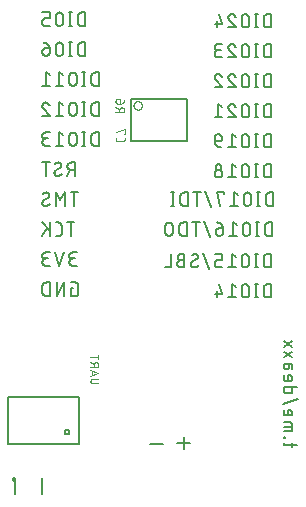
<source format=gbr>
G04 EAGLE Gerber RS-274X export*
G75*
%MOMM*%
%FSLAX34Y34*%
%LPD*%
%INSilkscreen Bottom*%
%IPPOS*%
%AMOC8*
5,1,8,0,0,1.08239X$1,22.5*%
G01*
%ADD10C,0.203200*%
%ADD11C,0.152400*%
%ADD12C,0.076200*%
%ADD13C,0.127000*%
%ADD14C,0.050800*%
%ADD15C,0.101600*%
%ADD16C,0.200000*%


D10*
X156980Y78436D02*
X146481Y78436D01*
X151730Y73187D02*
X151730Y83685D01*
X134120Y77166D02*
X123621Y77166D01*
D11*
X68310Y431752D02*
X68310Y442928D01*
X65205Y442928D01*
X65094Y442926D01*
X64984Y442920D01*
X64873Y442910D01*
X64763Y442896D01*
X64654Y442879D01*
X64545Y442857D01*
X64437Y442832D01*
X64331Y442802D01*
X64225Y442769D01*
X64120Y442732D01*
X64017Y442692D01*
X63916Y442647D01*
X63816Y442600D01*
X63717Y442548D01*
X63621Y442493D01*
X63527Y442435D01*
X63435Y442374D01*
X63345Y442309D01*
X63257Y442241D01*
X63172Y442170D01*
X63090Y442096D01*
X63010Y442019D01*
X62933Y441939D01*
X62859Y441857D01*
X62788Y441772D01*
X62720Y441684D01*
X62655Y441594D01*
X62594Y441502D01*
X62536Y441408D01*
X62481Y441312D01*
X62429Y441213D01*
X62382Y441113D01*
X62337Y441012D01*
X62297Y440909D01*
X62260Y440804D01*
X62227Y440698D01*
X62197Y440592D01*
X62172Y440484D01*
X62150Y440375D01*
X62133Y440266D01*
X62119Y440156D01*
X62109Y440045D01*
X62103Y439935D01*
X62101Y439824D01*
X62101Y434856D01*
X62103Y434745D01*
X62109Y434635D01*
X62119Y434524D01*
X62133Y434414D01*
X62150Y434305D01*
X62172Y434196D01*
X62197Y434088D01*
X62227Y433982D01*
X62260Y433876D01*
X62297Y433771D01*
X62337Y433668D01*
X62382Y433567D01*
X62429Y433467D01*
X62481Y433368D01*
X62536Y433272D01*
X62594Y433178D01*
X62655Y433086D01*
X62720Y432996D01*
X62788Y432908D01*
X62859Y432823D01*
X62933Y432741D01*
X63010Y432661D01*
X63090Y432584D01*
X63172Y432510D01*
X63257Y432439D01*
X63345Y432371D01*
X63435Y432306D01*
X63527Y432245D01*
X63621Y432187D01*
X63717Y432132D01*
X63816Y432080D01*
X63916Y432033D01*
X64017Y431988D01*
X64120Y431948D01*
X64225Y431911D01*
X64331Y431878D01*
X64437Y431848D01*
X64545Y431823D01*
X64654Y431801D01*
X64763Y431784D01*
X64873Y431770D01*
X64984Y431760D01*
X65094Y431754D01*
X65205Y431752D01*
X68310Y431752D01*
X55680Y431752D02*
X55680Y442928D01*
X56922Y431752D02*
X54439Y431752D01*
X54439Y442928D02*
X56922Y442928D01*
X49641Y439824D02*
X49641Y434856D01*
X49640Y439824D02*
X49638Y439935D01*
X49632Y440045D01*
X49622Y440156D01*
X49608Y440266D01*
X49591Y440375D01*
X49569Y440484D01*
X49544Y440592D01*
X49514Y440698D01*
X49481Y440804D01*
X49444Y440909D01*
X49404Y441012D01*
X49359Y441113D01*
X49312Y441213D01*
X49260Y441312D01*
X49205Y441408D01*
X49147Y441502D01*
X49086Y441594D01*
X49021Y441684D01*
X48953Y441772D01*
X48882Y441857D01*
X48808Y441939D01*
X48731Y442019D01*
X48651Y442096D01*
X48569Y442170D01*
X48484Y442241D01*
X48396Y442309D01*
X48306Y442374D01*
X48214Y442435D01*
X48120Y442493D01*
X48024Y442548D01*
X47925Y442600D01*
X47825Y442647D01*
X47724Y442692D01*
X47621Y442732D01*
X47516Y442769D01*
X47410Y442802D01*
X47304Y442832D01*
X47196Y442857D01*
X47087Y442879D01*
X46978Y442896D01*
X46868Y442910D01*
X46757Y442920D01*
X46647Y442926D01*
X46536Y442928D01*
X46425Y442926D01*
X46315Y442920D01*
X46204Y442910D01*
X46094Y442896D01*
X45985Y442879D01*
X45876Y442857D01*
X45768Y442832D01*
X45662Y442802D01*
X45556Y442769D01*
X45451Y442732D01*
X45348Y442692D01*
X45247Y442647D01*
X45147Y442600D01*
X45048Y442548D01*
X44952Y442493D01*
X44858Y442435D01*
X44766Y442374D01*
X44676Y442309D01*
X44588Y442241D01*
X44503Y442170D01*
X44421Y442096D01*
X44341Y442019D01*
X44264Y441939D01*
X44190Y441857D01*
X44119Y441772D01*
X44051Y441684D01*
X43986Y441594D01*
X43925Y441502D01*
X43867Y441408D01*
X43812Y441312D01*
X43760Y441213D01*
X43713Y441113D01*
X43668Y441012D01*
X43628Y440909D01*
X43591Y440804D01*
X43558Y440698D01*
X43528Y440592D01*
X43503Y440484D01*
X43481Y440375D01*
X43464Y440266D01*
X43450Y440156D01*
X43440Y440045D01*
X43434Y439935D01*
X43432Y439824D01*
X43432Y434856D01*
X43434Y434745D01*
X43440Y434635D01*
X43450Y434524D01*
X43464Y434414D01*
X43481Y434305D01*
X43503Y434196D01*
X43528Y434088D01*
X43558Y433982D01*
X43591Y433876D01*
X43628Y433771D01*
X43668Y433668D01*
X43713Y433567D01*
X43760Y433467D01*
X43812Y433368D01*
X43867Y433272D01*
X43925Y433178D01*
X43986Y433086D01*
X44051Y432996D01*
X44119Y432908D01*
X44190Y432823D01*
X44264Y432741D01*
X44341Y432661D01*
X44421Y432584D01*
X44503Y432510D01*
X44588Y432439D01*
X44676Y432371D01*
X44766Y432306D01*
X44858Y432245D01*
X44952Y432187D01*
X45048Y432132D01*
X45147Y432080D01*
X45247Y432033D01*
X45348Y431988D01*
X45451Y431948D01*
X45556Y431911D01*
X45662Y431878D01*
X45768Y431848D01*
X45876Y431823D01*
X45985Y431801D01*
X46094Y431784D01*
X46204Y431770D01*
X46315Y431760D01*
X46425Y431754D01*
X46536Y431752D01*
X46647Y431754D01*
X46757Y431760D01*
X46868Y431770D01*
X46978Y431784D01*
X47087Y431801D01*
X47196Y431823D01*
X47304Y431848D01*
X47410Y431878D01*
X47516Y431911D01*
X47621Y431948D01*
X47724Y431988D01*
X47825Y432033D01*
X47925Y432080D01*
X48024Y432132D01*
X48120Y432187D01*
X48214Y432245D01*
X48306Y432306D01*
X48396Y432371D01*
X48484Y432439D01*
X48569Y432510D01*
X48651Y432584D01*
X48731Y432661D01*
X48808Y432741D01*
X48882Y432823D01*
X48953Y432908D01*
X49021Y432996D01*
X49086Y433086D01*
X49147Y433178D01*
X49205Y433272D01*
X49260Y433368D01*
X49312Y433467D01*
X49359Y433567D01*
X49404Y433668D01*
X49444Y433771D01*
X49481Y433876D01*
X49514Y433982D01*
X49544Y434088D01*
X49569Y434196D01*
X49591Y434305D01*
X49608Y434414D01*
X49622Y434524D01*
X49632Y434635D01*
X49638Y434745D01*
X49640Y434856D01*
X38211Y431752D02*
X34486Y431752D01*
X34388Y431754D01*
X34291Y431760D01*
X34194Y431769D01*
X34097Y431783D01*
X34001Y431800D01*
X33906Y431821D01*
X33812Y431845D01*
X33718Y431874D01*
X33626Y431906D01*
X33535Y431941D01*
X33446Y431980D01*
X33358Y432023D01*
X33272Y432069D01*
X33188Y432118D01*
X33106Y432171D01*
X33026Y432226D01*
X32948Y432285D01*
X32873Y432347D01*
X32800Y432412D01*
X32730Y432480D01*
X32662Y432550D01*
X32597Y432623D01*
X32535Y432698D01*
X32476Y432776D01*
X32421Y432856D01*
X32368Y432938D01*
X32319Y433022D01*
X32273Y433108D01*
X32230Y433196D01*
X32191Y433285D01*
X32156Y433376D01*
X32124Y433468D01*
X32095Y433562D01*
X32071Y433656D01*
X32050Y433751D01*
X32033Y433847D01*
X32019Y433944D01*
X32010Y434041D01*
X32004Y434138D01*
X32002Y434236D01*
X32002Y435477D01*
X32004Y435575D01*
X32010Y435672D01*
X32019Y435769D01*
X32033Y435866D01*
X32050Y435962D01*
X32071Y436057D01*
X32095Y436151D01*
X32124Y436245D01*
X32156Y436337D01*
X32191Y436428D01*
X32230Y436517D01*
X32273Y436605D01*
X32319Y436691D01*
X32368Y436775D01*
X32421Y436857D01*
X32476Y436937D01*
X32535Y437015D01*
X32597Y437090D01*
X32662Y437163D01*
X32730Y437233D01*
X32800Y437301D01*
X32873Y437366D01*
X32948Y437428D01*
X33026Y437487D01*
X33106Y437542D01*
X33188Y437595D01*
X33272Y437644D01*
X33358Y437690D01*
X33446Y437733D01*
X33535Y437772D01*
X33626Y437807D01*
X33718Y437839D01*
X33812Y437868D01*
X33906Y437892D01*
X34001Y437913D01*
X34097Y437930D01*
X34194Y437944D01*
X34291Y437953D01*
X34388Y437959D01*
X34486Y437961D01*
X38211Y437961D01*
X38211Y442928D01*
X32002Y442928D01*
X68310Y417528D02*
X68310Y406352D01*
X68310Y417528D02*
X65205Y417528D01*
X65094Y417526D01*
X64984Y417520D01*
X64873Y417510D01*
X64763Y417496D01*
X64654Y417479D01*
X64545Y417457D01*
X64437Y417432D01*
X64331Y417402D01*
X64225Y417369D01*
X64120Y417332D01*
X64017Y417292D01*
X63916Y417247D01*
X63816Y417200D01*
X63717Y417148D01*
X63621Y417093D01*
X63527Y417035D01*
X63435Y416974D01*
X63345Y416909D01*
X63257Y416841D01*
X63172Y416770D01*
X63090Y416696D01*
X63010Y416619D01*
X62933Y416539D01*
X62859Y416457D01*
X62788Y416372D01*
X62720Y416284D01*
X62655Y416194D01*
X62594Y416102D01*
X62536Y416008D01*
X62481Y415912D01*
X62429Y415813D01*
X62382Y415713D01*
X62337Y415612D01*
X62297Y415509D01*
X62260Y415404D01*
X62227Y415298D01*
X62197Y415192D01*
X62172Y415084D01*
X62150Y414975D01*
X62133Y414866D01*
X62119Y414756D01*
X62109Y414645D01*
X62103Y414535D01*
X62101Y414424D01*
X62101Y409456D01*
X62103Y409345D01*
X62109Y409235D01*
X62119Y409124D01*
X62133Y409014D01*
X62150Y408905D01*
X62172Y408796D01*
X62197Y408688D01*
X62227Y408582D01*
X62260Y408476D01*
X62297Y408371D01*
X62337Y408268D01*
X62382Y408167D01*
X62429Y408067D01*
X62481Y407968D01*
X62536Y407872D01*
X62594Y407778D01*
X62655Y407686D01*
X62720Y407596D01*
X62788Y407508D01*
X62859Y407423D01*
X62933Y407341D01*
X63010Y407261D01*
X63090Y407184D01*
X63172Y407110D01*
X63257Y407039D01*
X63345Y406971D01*
X63435Y406906D01*
X63527Y406845D01*
X63621Y406787D01*
X63717Y406732D01*
X63816Y406680D01*
X63916Y406633D01*
X64017Y406588D01*
X64120Y406548D01*
X64225Y406511D01*
X64331Y406478D01*
X64437Y406448D01*
X64545Y406423D01*
X64654Y406401D01*
X64763Y406384D01*
X64873Y406370D01*
X64984Y406360D01*
X65094Y406354D01*
X65205Y406352D01*
X68310Y406352D01*
X55680Y406352D02*
X55680Y417528D01*
X56922Y406352D02*
X54439Y406352D01*
X54439Y417528D02*
X56922Y417528D01*
X49641Y414424D02*
X49641Y409456D01*
X49640Y414424D02*
X49638Y414535D01*
X49632Y414645D01*
X49622Y414756D01*
X49608Y414866D01*
X49591Y414975D01*
X49569Y415084D01*
X49544Y415192D01*
X49514Y415298D01*
X49481Y415404D01*
X49444Y415509D01*
X49404Y415612D01*
X49359Y415713D01*
X49312Y415813D01*
X49260Y415912D01*
X49205Y416008D01*
X49147Y416102D01*
X49086Y416194D01*
X49021Y416284D01*
X48953Y416372D01*
X48882Y416457D01*
X48808Y416539D01*
X48731Y416619D01*
X48651Y416696D01*
X48569Y416770D01*
X48484Y416841D01*
X48396Y416909D01*
X48306Y416974D01*
X48214Y417035D01*
X48120Y417093D01*
X48024Y417148D01*
X47925Y417200D01*
X47825Y417247D01*
X47724Y417292D01*
X47621Y417332D01*
X47516Y417369D01*
X47410Y417402D01*
X47304Y417432D01*
X47196Y417457D01*
X47087Y417479D01*
X46978Y417496D01*
X46868Y417510D01*
X46757Y417520D01*
X46647Y417526D01*
X46536Y417528D01*
X46425Y417526D01*
X46315Y417520D01*
X46204Y417510D01*
X46094Y417496D01*
X45985Y417479D01*
X45876Y417457D01*
X45768Y417432D01*
X45662Y417402D01*
X45556Y417369D01*
X45451Y417332D01*
X45348Y417292D01*
X45247Y417247D01*
X45147Y417200D01*
X45048Y417148D01*
X44952Y417093D01*
X44858Y417035D01*
X44766Y416974D01*
X44676Y416909D01*
X44588Y416841D01*
X44503Y416770D01*
X44421Y416696D01*
X44341Y416619D01*
X44264Y416539D01*
X44190Y416457D01*
X44119Y416372D01*
X44051Y416284D01*
X43986Y416194D01*
X43925Y416102D01*
X43867Y416008D01*
X43812Y415912D01*
X43760Y415813D01*
X43713Y415713D01*
X43668Y415612D01*
X43628Y415509D01*
X43591Y415404D01*
X43558Y415298D01*
X43528Y415192D01*
X43503Y415084D01*
X43481Y414975D01*
X43464Y414866D01*
X43450Y414756D01*
X43440Y414645D01*
X43434Y414535D01*
X43432Y414424D01*
X43432Y409456D01*
X43434Y409345D01*
X43440Y409235D01*
X43450Y409124D01*
X43464Y409014D01*
X43481Y408905D01*
X43503Y408796D01*
X43528Y408688D01*
X43558Y408582D01*
X43591Y408476D01*
X43628Y408371D01*
X43668Y408268D01*
X43713Y408167D01*
X43760Y408067D01*
X43812Y407968D01*
X43867Y407872D01*
X43925Y407778D01*
X43986Y407686D01*
X44051Y407596D01*
X44119Y407508D01*
X44190Y407423D01*
X44264Y407341D01*
X44341Y407261D01*
X44421Y407184D01*
X44503Y407110D01*
X44588Y407039D01*
X44676Y406971D01*
X44766Y406906D01*
X44858Y406845D01*
X44952Y406787D01*
X45048Y406732D01*
X45147Y406680D01*
X45247Y406633D01*
X45348Y406588D01*
X45451Y406548D01*
X45556Y406511D01*
X45662Y406478D01*
X45768Y406448D01*
X45876Y406423D01*
X45985Y406401D01*
X46094Y406384D01*
X46204Y406370D01*
X46315Y406360D01*
X46425Y406354D01*
X46536Y406352D01*
X46647Y406354D01*
X46757Y406360D01*
X46868Y406370D01*
X46978Y406384D01*
X47087Y406401D01*
X47196Y406423D01*
X47304Y406448D01*
X47410Y406478D01*
X47516Y406511D01*
X47621Y406548D01*
X47724Y406588D01*
X47825Y406633D01*
X47925Y406680D01*
X48024Y406732D01*
X48120Y406787D01*
X48214Y406845D01*
X48306Y406906D01*
X48396Y406971D01*
X48484Y407039D01*
X48569Y407110D01*
X48651Y407184D01*
X48731Y407261D01*
X48808Y407341D01*
X48882Y407423D01*
X48953Y407508D01*
X49021Y407596D01*
X49086Y407686D01*
X49147Y407778D01*
X49205Y407872D01*
X49260Y407968D01*
X49312Y408067D01*
X49359Y408167D01*
X49404Y408268D01*
X49444Y408371D01*
X49481Y408476D01*
X49514Y408582D01*
X49544Y408688D01*
X49569Y408796D01*
X49591Y408905D01*
X49608Y409014D01*
X49622Y409124D01*
X49632Y409235D01*
X49638Y409345D01*
X49640Y409456D01*
X38211Y412561D02*
X34486Y412561D01*
X34388Y412559D01*
X34291Y412553D01*
X34194Y412544D01*
X34097Y412530D01*
X34001Y412513D01*
X33906Y412492D01*
X33812Y412468D01*
X33718Y412439D01*
X33626Y412407D01*
X33535Y412372D01*
X33446Y412333D01*
X33358Y412290D01*
X33272Y412244D01*
X33188Y412195D01*
X33106Y412142D01*
X33026Y412087D01*
X32948Y412028D01*
X32873Y411966D01*
X32800Y411901D01*
X32730Y411833D01*
X32662Y411763D01*
X32597Y411690D01*
X32535Y411615D01*
X32476Y411537D01*
X32421Y411457D01*
X32368Y411375D01*
X32319Y411291D01*
X32273Y411205D01*
X32230Y411117D01*
X32191Y411028D01*
X32156Y410937D01*
X32124Y410845D01*
X32095Y410751D01*
X32071Y410657D01*
X32050Y410562D01*
X32033Y410466D01*
X32019Y410369D01*
X32010Y410272D01*
X32004Y410175D01*
X32002Y410077D01*
X32002Y409456D01*
X32004Y409345D01*
X32010Y409235D01*
X32020Y409124D01*
X32034Y409014D01*
X32051Y408905D01*
X32073Y408796D01*
X32098Y408688D01*
X32128Y408582D01*
X32161Y408476D01*
X32198Y408371D01*
X32238Y408268D01*
X32283Y408167D01*
X32330Y408067D01*
X32382Y407968D01*
X32437Y407872D01*
X32495Y407778D01*
X32556Y407686D01*
X32621Y407596D01*
X32689Y407508D01*
X32760Y407423D01*
X32834Y407341D01*
X32911Y407261D01*
X32991Y407184D01*
X33073Y407110D01*
X33158Y407039D01*
X33246Y406971D01*
X33336Y406906D01*
X33428Y406845D01*
X33522Y406787D01*
X33618Y406732D01*
X33717Y406680D01*
X33817Y406633D01*
X33918Y406588D01*
X34021Y406548D01*
X34126Y406511D01*
X34232Y406478D01*
X34338Y406448D01*
X34446Y406423D01*
X34555Y406401D01*
X34664Y406384D01*
X34774Y406370D01*
X34885Y406360D01*
X34995Y406354D01*
X35106Y406352D01*
X35217Y406354D01*
X35327Y406360D01*
X35438Y406370D01*
X35548Y406384D01*
X35657Y406401D01*
X35766Y406423D01*
X35874Y406448D01*
X35980Y406478D01*
X36086Y406511D01*
X36191Y406548D01*
X36294Y406588D01*
X36395Y406633D01*
X36495Y406680D01*
X36594Y406732D01*
X36690Y406787D01*
X36784Y406845D01*
X36876Y406906D01*
X36966Y406971D01*
X37054Y407039D01*
X37139Y407110D01*
X37221Y407184D01*
X37301Y407261D01*
X37378Y407341D01*
X37452Y407423D01*
X37523Y407508D01*
X37591Y407596D01*
X37656Y407686D01*
X37717Y407778D01*
X37775Y407872D01*
X37830Y407968D01*
X37882Y408067D01*
X37929Y408167D01*
X37974Y408268D01*
X38014Y408371D01*
X38051Y408476D01*
X38084Y408582D01*
X38114Y408688D01*
X38139Y408796D01*
X38161Y408905D01*
X38178Y409014D01*
X38192Y409124D01*
X38202Y409235D01*
X38208Y409345D01*
X38210Y409456D01*
X38211Y409456D02*
X38211Y412561D01*
X38209Y412700D01*
X38203Y412839D01*
X38193Y412978D01*
X38180Y413117D01*
X38162Y413255D01*
X38141Y413393D01*
X38116Y413530D01*
X38086Y413666D01*
X38054Y413802D01*
X38017Y413936D01*
X37976Y414069D01*
X37932Y414201D01*
X37884Y414332D01*
X37833Y414462D01*
X37778Y414590D01*
X37719Y414716D01*
X37657Y414841D01*
X37591Y414964D01*
X37522Y415085D01*
X37450Y415204D01*
X37374Y415320D01*
X37295Y415435D01*
X37213Y415548D01*
X37127Y415658D01*
X37039Y415766D01*
X36948Y415871D01*
X36853Y415973D01*
X36756Y416073D01*
X36656Y416170D01*
X36554Y416265D01*
X36449Y416356D01*
X36341Y416444D01*
X36231Y416530D01*
X36118Y416612D01*
X36004Y416691D01*
X35887Y416767D01*
X35768Y416839D01*
X35647Y416908D01*
X35524Y416974D01*
X35399Y417036D01*
X35273Y417095D01*
X35145Y417150D01*
X35015Y417201D01*
X34885Y417249D01*
X34752Y417293D01*
X34619Y417334D01*
X34485Y417371D01*
X34349Y417403D01*
X34213Y417433D01*
X34076Y417458D01*
X33938Y417479D01*
X33800Y417497D01*
X33662Y417510D01*
X33523Y417520D01*
X33383Y417526D01*
X33244Y417528D01*
X79740Y392128D02*
X79740Y380952D01*
X79740Y392128D02*
X76635Y392128D01*
X76524Y392126D01*
X76414Y392120D01*
X76303Y392110D01*
X76193Y392096D01*
X76084Y392079D01*
X75975Y392057D01*
X75867Y392032D01*
X75761Y392002D01*
X75655Y391969D01*
X75550Y391932D01*
X75447Y391892D01*
X75346Y391847D01*
X75246Y391800D01*
X75147Y391748D01*
X75051Y391693D01*
X74957Y391635D01*
X74865Y391574D01*
X74775Y391509D01*
X74687Y391441D01*
X74602Y391370D01*
X74520Y391296D01*
X74440Y391219D01*
X74363Y391139D01*
X74289Y391057D01*
X74218Y390972D01*
X74150Y390884D01*
X74085Y390794D01*
X74024Y390702D01*
X73966Y390608D01*
X73911Y390512D01*
X73859Y390413D01*
X73812Y390313D01*
X73767Y390212D01*
X73727Y390109D01*
X73690Y390004D01*
X73657Y389898D01*
X73627Y389792D01*
X73602Y389684D01*
X73580Y389575D01*
X73563Y389466D01*
X73549Y389356D01*
X73539Y389245D01*
X73533Y389135D01*
X73531Y389024D01*
X73531Y384056D01*
X73533Y383945D01*
X73539Y383835D01*
X73549Y383724D01*
X73563Y383614D01*
X73580Y383505D01*
X73602Y383396D01*
X73627Y383288D01*
X73657Y383182D01*
X73690Y383076D01*
X73727Y382971D01*
X73767Y382868D01*
X73812Y382767D01*
X73859Y382667D01*
X73911Y382568D01*
X73966Y382472D01*
X74024Y382378D01*
X74085Y382286D01*
X74150Y382196D01*
X74218Y382108D01*
X74289Y382023D01*
X74363Y381941D01*
X74440Y381861D01*
X74520Y381784D01*
X74602Y381710D01*
X74687Y381639D01*
X74775Y381571D01*
X74865Y381506D01*
X74957Y381445D01*
X75051Y381387D01*
X75147Y381332D01*
X75246Y381280D01*
X75346Y381233D01*
X75447Y381188D01*
X75550Y381148D01*
X75655Y381111D01*
X75761Y381078D01*
X75867Y381048D01*
X75975Y381023D01*
X76084Y381001D01*
X76193Y380984D01*
X76303Y380970D01*
X76414Y380960D01*
X76524Y380954D01*
X76635Y380952D01*
X79740Y380952D01*
X67110Y380952D02*
X67110Y392128D01*
X68352Y380952D02*
X65869Y380952D01*
X65869Y392128D02*
X68352Y392128D01*
X61071Y389024D02*
X61071Y384056D01*
X61070Y389024D02*
X61068Y389135D01*
X61062Y389245D01*
X61052Y389356D01*
X61038Y389466D01*
X61021Y389575D01*
X60999Y389684D01*
X60974Y389792D01*
X60944Y389898D01*
X60911Y390004D01*
X60874Y390109D01*
X60834Y390212D01*
X60789Y390313D01*
X60742Y390413D01*
X60690Y390512D01*
X60635Y390608D01*
X60577Y390702D01*
X60516Y390794D01*
X60451Y390884D01*
X60383Y390972D01*
X60312Y391057D01*
X60238Y391139D01*
X60161Y391219D01*
X60081Y391296D01*
X59999Y391370D01*
X59914Y391441D01*
X59826Y391509D01*
X59736Y391574D01*
X59644Y391635D01*
X59550Y391693D01*
X59454Y391748D01*
X59355Y391800D01*
X59255Y391847D01*
X59154Y391892D01*
X59051Y391932D01*
X58946Y391969D01*
X58840Y392002D01*
X58734Y392032D01*
X58626Y392057D01*
X58517Y392079D01*
X58408Y392096D01*
X58298Y392110D01*
X58187Y392120D01*
X58077Y392126D01*
X57966Y392128D01*
X57855Y392126D01*
X57745Y392120D01*
X57634Y392110D01*
X57524Y392096D01*
X57415Y392079D01*
X57306Y392057D01*
X57198Y392032D01*
X57092Y392002D01*
X56986Y391969D01*
X56881Y391932D01*
X56778Y391892D01*
X56677Y391847D01*
X56577Y391800D01*
X56478Y391748D01*
X56382Y391693D01*
X56288Y391635D01*
X56196Y391574D01*
X56106Y391509D01*
X56018Y391441D01*
X55933Y391370D01*
X55851Y391296D01*
X55771Y391219D01*
X55694Y391139D01*
X55620Y391057D01*
X55549Y390972D01*
X55481Y390884D01*
X55416Y390794D01*
X55355Y390702D01*
X55297Y390608D01*
X55242Y390512D01*
X55190Y390413D01*
X55143Y390313D01*
X55098Y390212D01*
X55058Y390109D01*
X55021Y390004D01*
X54988Y389898D01*
X54958Y389792D01*
X54933Y389684D01*
X54911Y389575D01*
X54894Y389466D01*
X54880Y389356D01*
X54870Y389245D01*
X54864Y389135D01*
X54862Y389024D01*
X54862Y384056D01*
X54864Y383945D01*
X54870Y383835D01*
X54880Y383724D01*
X54894Y383614D01*
X54911Y383505D01*
X54933Y383396D01*
X54958Y383288D01*
X54988Y383182D01*
X55021Y383076D01*
X55058Y382971D01*
X55098Y382868D01*
X55143Y382767D01*
X55190Y382667D01*
X55242Y382568D01*
X55297Y382472D01*
X55355Y382378D01*
X55416Y382286D01*
X55481Y382196D01*
X55549Y382108D01*
X55620Y382023D01*
X55694Y381941D01*
X55771Y381861D01*
X55851Y381784D01*
X55933Y381710D01*
X56018Y381639D01*
X56106Y381571D01*
X56196Y381506D01*
X56288Y381445D01*
X56382Y381387D01*
X56478Y381332D01*
X56577Y381280D01*
X56677Y381233D01*
X56778Y381188D01*
X56881Y381148D01*
X56986Y381111D01*
X57092Y381078D01*
X57198Y381048D01*
X57306Y381023D01*
X57415Y381001D01*
X57524Y380984D01*
X57634Y380970D01*
X57745Y380960D01*
X57855Y380954D01*
X57966Y380952D01*
X58077Y380954D01*
X58187Y380960D01*
X58298Y380970D01*
X58408Y380984D01*
X58517Y381001D01*
X58626Y381023D01*
X58734Y381048D01*
X58840Y381078D01*
X58946Y381111D01*
X59051Y381148D01*
X59154Y381188D01*
X59255Y381233D01*
X59355Y381280D01*
X59454Y381332D01*
X59550Y381387D01*
X59644Y381445D01*
X59736Y381506D01*
X59826Y381571D01*
X59914Y381639D01*
X59999Y381710D01*
X60081Y381784D01*
X60161Y381861D01*
X60238Y381941D01*
X60312Y382023D01*
X60383Y382108D01*
X60451Y382196D01*
X60516Y382286D01*
X60577Y382378D01*
X60635Y382472D01*
X60690Y382568D01*
X60742Y382667D01*
X60789Y382767D01*
X60834Y382868D01*
X60874Y382971D01*
X60911Y383076D01*
X60944Y383182D01*
X60974Y383288D01*
X60999Y383396D01*
X61021Y383505D01*
X61038Y383614D01*
X61052Y383724D01*
X61062Y383835D01*
X61068Y383945D01*
X61070Y384056D01*
X49641Y389644D02*
X46536Y392128D01*
X46536Y380952D01*
X43432Y380952D02*
X49641Y380952D01*
X38211Y389644D02*
X35106Y392128D01*
X35106Y380952D01*
X32002Y380952D02*
X38211Y380952D01*
X79740Y366728D02*
X79740Y355552D01*
X79740Y366728D02*
X76635Y366728D01*
X76524Y366726D01*
X76414Y366720D01*
X76303Y366710D01*
X76193Y366696D01*
X76084Y366679D01*
X75975Y366657D01*
X75867Y366632D01*
X75761Y366602D01*
X75655Y366569D01*
X75550Y366532D01*
X75447Y366492D01*
X75346Y366447D01*
X75246Y366400D01*
X75147Y366348D01*
X75051Y366293D01*
X74957Y366235D01*
X74865Y366174D01*
X74775Y366109D01*
X74687Y366041D01*
X74602Y365970D01*
X74520Y365896D01*
X74440Y365819D01*
X74363Y365739D01*
X74289Y365657D01*
X74218Y365572D01*
X74150Y365484D01*
X74085Y365394D01*
X74024Y365302D01*
X73966Y365208D01*
X73911Y365112D01*
X73859Y365013D01*
X73812Y364913D01*
X73767Y364812D01*
X73727Y364709D01*
X73690Y364604D01*
X73657Y364498D01*
X73627Y364392D01*
X73602Y364284D01*
X73580Y364175D01*
X73563Y364066D01*
X73549Y363956D01*
X73539Y363845D01*
X73533Y363735D01*
X73531Y363624D01*
X73531Y358656D01*
X73533Y358545D01*
X73539Y358435D01*
X73549Y358324D01*
X73563Y358214D01*
X73580Y358105D01*
X73602Y357996D01*
X73627Y357888D01*
X73657Y357782D01*
X73690Y357676D01*
X73727Y357571D01*
X73767Y357468D01*
X73812Y357367D01*
X73859Y357267D01*
X73911Y357168D01*
X73966Y357072D01*
X74024Y356978D01*
X74085Y356886D01*
X74150Y356796D01*
X74218Y356708D01*
X74289Y356623D01*
X74363Y356541D01*
X74440Y356461D01*
X74520Y356384D01*
X74602Y356310D01*
X74687Y356239D01*
X74775Y356171D01*
X74865Y356106D01*
X74957Y356045D01*
X75051Y355987D01*
X75147Y355932D01*
X75246Y355880D01*
X75346Y355833D01*
X75447Y355788D01*
X75550Y355748D01*
X75655Y355711D01*
X75761Y355678D01*
X75867Y355648D01*
X75975Y355623D01*
X76084Y355601D01*
X76193Y355584D01*
X76303Y355570D01*
X76414Y355560D01*
X76524Y355554D01*
X76635Y355552D01*
X79740Y355552D01*
X67110Y355552D02*
X67110Y366728D01*
X68352Y355552D02*
X65869Y355552D01*
X65869Y366728D02*
X68352Y366728D01*
X61071Y363624D02*
X61071Y358656D01*
X61070Y363624D02*
X61068Y363735D01*
X61062Y363845D01*
X61052Y363956D01*
X61038Y364066D01*
X61021Y364175D01*
X60999Y364284D01*
X60974Y364392D01*
X60944Y364498D01*
X60911Y364604D01*
X60874Y364709D01*
X60834Y364812D01*
X60789Y364913D01*
X60742Y365013D01*
X60690Y365112D01*
X60635Y365208D01*
X60577Y365302D01*
X60516Y365394D01*
X60451Y365484D01*
X60383Y365572D01*
X60312Y365657D01*
X60238Y365739D01*
X60161Y365819D01*
X60081Y365896D01*
X59999Y365970D01*
X59914Y366041D01*
X59826Y366109D01*
X59736Y366174D01*
X59644Y366235D01*
X59550Y366293D01*
X59454Y366348D01*
X59355Y366400D01*
X59255Y366447D01*
X59154Y366492D01*
X59051Y366532D01*
X58946Y366569D01*
X58840Y366602D01*
X58734Y366632D01*
X58626Y366657D01*
X58517Y366679D01*
X58408Y366696D01*
X58298Y366710D01*
X58187Y366720D01*
X58077Y366726D01*
X57966Y366728D01*
X57855Y366726D01*
X57745Y366720D01*
X57634Y366710D01*
X57524Y366696D01*
X57415Y366679D01*
X57306Y366657D01*
X57198Y366632D01*
X57092Y366602D01*
X56986Y366569D01*
X56881Y366532D01*
X56778Y366492D01*
X56677Y366447D01*
X56577Y366400D01*
X56478Y366348D01*
X56382Y366293D01*
X56288Y366235D01*
X56196Y366174D01*
X56106Y366109D01*
X56018Y366041D01*
X55933Y365970D01*
X55851Y365896D01*
X55771Y365819D01*
X55694Y365739D01*
X55620Y365657D01*
X55549Y365572D01*
X55481Y365484D01*
X55416Y365394D01*
X55355Y365302D01*
X55297Y365208D01*
X55242Y365112D01*
X55190Y365013D01*
X55143Y364913D01*
X55098Y364812D01*
X55058Y364709D01*
X55021Y364604D01*
X54988Y364498D01*
X54958Y364392D01*
X54933Y364284D01*
X54911Y364175D01*
X54894Y364066D01*
X54880Y363956D01*
X54870Y363845D01*
X54864Y363735D01*
X54862Y363624D01*
X54862Y358656D01*
X54864Y358545D01*
X54870Y358435D01*
X54880Y358324D01*
X54894Y358214D01*
X54911Y358105D01*
X54933Y357996D01*
X54958Y357888D01*
X54988Y357782D01*
X55021Y357676D01*
X55058Y357571D01*
X55098Y357468D01*
X55143Y357367D01*
X55190Y357267D01*
X55242Y357168D01*
X55297Y357072D01*
X55355Y356978D01*
X55416Y356886D01*
X55481Y356796D01*
X55549Y356708D01*
X55620Y356623D01*
X55694Y356541D01*
X55771Y356461D01*
X55851Y356384D01*
X55933Y356310D01*
X56018Y356239D01*
X56106Y356171D01*
X56196Y356106D01*
X56288Y356045D01*
X56382Y355987D01*
X56478Y355932D01*
X56577Y355880D01*
X56677Y355833D01*
X56778Y355788D01*
X56881Y355748D01*
X56986Y355711D01*
X57092Y355678D01*
X57198Y355648D01*
X57306Y355623D01*
X57415Y355601D01*
X57524Y355584D01*
X57634Y355570D01*
X57745Y355560D01*
X57855Y355554D01*
X57966Y355552D01*
X58077Y355554D01*
X58187Y355560D01*
X58298Y355570D01*
X58408Y355584D01*
X58517Y355601D01*
X58626Y355623D01*
X58734Y355648D01*
X58840Y355678D01*
X58946Y355711D01*
X59051Y355748D01*
X59154Y355788D01*
X59255Y355833D01*
X59355Y355880D01*
X59454Y355932D01*
X59550Y355987D01*
X59644Y356045D01*
X59736Y356106D01*
X59826Y356171D01*
X59914Y356239D01*
X59999Y356310D01*
X60081Y356384D01*
X60161Y356461D01*
X60238Y356541D01*
X60312Y356623D01*
X60383Y356708D01*
X60451Y356796D01*
X60516Y356886D01*
X60577Y356978D01*
X60635Y357072D01*
X60690Y357168D01*
X60742Y357267D01*
X60789Y357367D01*
X60834Y357468D01*
X60874Y357571D01*
X60911Y357676D01*
X60944Y357782D01*
X60974Y357888D01*
X60999Y357996D01*
X61021Y358105D01*
X61038Y358214D01*
X61052Y358324D01*
X61062Y358435D01*
X61068Y358545D01*
X61070Y358656D01*
X49641Y364244D02*
X46536Y366728D01*
X46536Y355552D01*
X43432Y355552D02*
X49641Y355552D01*
X34796Y366728D02*
X34692Y366726D01*
X34587Y366720D01*
X34483Y366710D01*
X34380Y366697D01*
X34277Y366679D01*
X34174Y366658D01*
X34073Y366633D01*
X33972Y366604D01*
X33873Y366571D01*
X33775Y366535D01*
X33679Y366495D01*
X33584Y366451D01*
X33490Y366404D01*
X33399Y366354D01*
X33310Y366300D01*
X33222Y366243D01*
X33137Y366182D01*
X33054Y366118D01*
X32974Y366052D01*
X32896Y365982D01*
X32820Y365910D01*
X32748Y365834D01*
X32678Y365756D01*
X32612Y365676D01*
X32548Y365593D01*
X32487Y365508D01*
X32430Y365420D01*
X32376Y365331D01*
X32326Y365240D01*
X32279Y365146D01*
X32235Y365051D01*
X32195Y364955D01*
X32159Y364857D01*
X32126Y364758D01*
X32097Y364657D01*
X32072Y364556D01*
X32051Y364453D01*
X32033Y364350D01*
X32020Y364247D01*
X32010Y364143D01*
X32004Y364038D01*
X32002Y363934D01*
X34796Y366729D02*
X34915Y366727D01*
X35033Y366721D01*
X35152Y366711D01*
X35270Y366698D01*
X35387Y366680D01*
X35504Y366658D01*
X35620Y366633D01*
X35735Y366604D01*
X35850Y366571D01*
X35963Y366534D01*
X36074Y366494D01*
X36185Y366450D01*
X36293Y366402D01*
X36400Y366351D01*
X36506Y366296D01*
X36609Y366237D01*
X36711Y366176D01*
X36810Y366111D01*
X36908Y366042D01*
X37002Y365971D01*
X37095Y365896D01*
X37185Y365819D01*
X37272Y365738D01*
X37357Y365655D01*
X37439Y365569D01*
X37518Y365480D01*
X37594Y365389D01*
X37667Y365295D01*
X37736Y365199D01*
X37803Y365100D01*
X37866Y365000D01*
X37926Y364897D01*
X37983Y364793D01*
X38035Y364686D01*
X38085Y364578D01*
X38131Y364469D01*
X38173Y364357D01*
X38211Y364245D01*
X32933Y361761D02*
X32858Y361835D01*
X32786Y361912D01*
X32716Y361991D01*
X32649Y362073D01*
X32585Y362157D01*
X32524Y362243D01*
X32466Y362331D01*
X32411Y362422D01*
X32359Y362514D01*
X32311Y362608D01*
X32266Y362703D01*
X32224Y362801D01*
X32186Y362899D01*
X32151Y362999D01*
X32120Y363100D01*
X32093Y363202D01*
X32069Y363305D01*
X32048Y363408D01*
X32032Y363513D01*
X32019Y363618D01*
X32009Y363723D01*
X32004Y363828D01*
X32002Y363934D01*
X32933Y361761D02*
X38211Y355552D01*
X32002Y355552D01*
X79740Y341328D02*
X79740Y330152D01*
X79740Y341328D02*
X76635Y341328D01*
X76524Y341326D01*
X76414Y341320D01*
X76303Y341310D01*
X76193Y341296D01*
X76084Y341279D01*
X75975Y341257D01*
X75867Y341232D01*
X75761Y341202D01*
X75655Y341169D01*
X75550Y341132D01*
X75447Y341092D01*
X75346Y341047D01*
X75246Y341000D01*
X75147Y340948D01*
X75051Y340893D01*
X74957Y340835D01*
X74865Y340774D01*
X74775Y340709D01*
X74687Y340641D01*
X74602Y340570D01*
X74520Y340496D01*
X74440Y340419D01*
X74363Y340339D01*
X74289Y340257D01*
X74218Y340172D01*
X74150Y340084D01*
X74085Y339994D01*
X74024Y339902D01*
X73966Y339808D01*
X73911Y339712D01*
X73859Y339613D01*
X73812Y339513D01*
X73767Y339412D01*
X73727Y339309D01*
X73690Y339204D01*
X73657Y339098D01*
X73627Y338992D01*
X73602Y338884D01*
X73580Y338775D01*
X73563Y338666D01*
X73549Y338556D01*
X73539Y338445D01*
X73533Y338335D01*
X73531Y338224D01*
X73531Y333256D01*
X73533Y333145D01*
X73539Y333035D01*
X73549Y332924D01*
X73563Y332814D01*
X73580Y332705D01*
X73602Y332596D01*
X73627Y332488D01*
X73657Y332382D01*
X73690Y332276D01*
X73727Y332171D01*
X73767Y332068D01*
X73812Y331967D01*
X73859Y331867D01*
X73911Y331768D01*
X73966Y331672D01*
X74024Y331578D01*
X74085Y331486D01*
X74150Y331396D01*
X74218Y331308D01*
X74289Y331223D01*
X74363Y331141D01*
X74440Y331061D01*
X74520Y330984D01*
X74602Y330910D01*
X74687Y330839D01*
X74775Y330771D01*
X74865Y330706D01*
X74957Y330645D01*
X75051Y330587D01*
X75147Y330532D01*
X75246Y330480D01*
X75346Y330433D01*
X75447Y330388D01*
X75550Y330348D01*
X75655Y330311D01*
X75761Y330278D01*
X75867Y330248D01*
X75975Y330223D01*
X76084Y330201D01*
X76193Y330184D01*
X76303Y330170D01*
X76414Y330160D01*
X76524Y330154D01*
X76635Y330152D01*
X79740Y330152D01*
X67110Y330152D02*
X67110Y341328D01*
X68352Y330152D02*
X65869Y330152D01*
X65869Y341328D02*
X68352Y341328D01*
X61071Y338224D02*
X61071Y333256D01*
X61070Y338224D02*
X61068Y338335D01*
X61062Y338445D01*
X61052Y338556D01*
X61038Y338666D01*
X61021Y338775D01*
X60999Y338884D01*
X60974Y338992D01*
X60944Y339098D01*
X60911Y339204D01*
X60874Y339309D01*
X60834Y339412D01*
X60789Y339513D01*
X60742Y339613D01*
X60690Y339712D01*
X60635Y339808D01*
X60577Y339902D01*
X60516Y339994D01*
X60451Y340084D01*
X60383Y340172D01*
X60312Y340257D01*
X60238Y340339D01*
X60161Y340419D01*
X60081Y340496D01*
X59999Y340570D01*
X59914Y340641D01*
X59826Y340709D01*
X59736Y340774D01*
X59644Y340835D01*
X59550Y340893D01*
X59454Y340948D01*
X59355Y341000D01*
X59255Y341047D01*
X59154Y341092D01*
X59051Y341132D01*
X58946Y341169D01*
X58840Y341202D01*
X58734Y341232D01*
X58626Y341257D01*
X58517Y341279D01*
X58408Y341296D01*
X58298Y341310D01*
X58187Y341320D01*
X58077Y341326D01*
X57966Y341328D01*
X57855Y341326D01*
X57745Y341320D01*
X57634Y341310D01*
X57524Y341296D01*
X57415Y341279D01*
X57306Y341257D01*
X57198Y341232D01*
X57092Y341202D01*
X56986Y341169D01*
X56881Y341132D01*
X56778Y341092D01*
X56677Y341047D01*
X56577Y341000D01*
X56478Y340948D01*
X56382Y340893D01*
X56288Y340835D01*
X56196Y340774D01*
X56106Y340709D01*
X56018Y340641D01*
X55933Y340570D01*
X55851Y340496D01*
X55771Y340419D01*
X55694Y340339D01*
X55620Y340257D01*
X55549Y340172D01*
X55481Y340084D01*
X55416Y339994D01*
X55355Y339902D01*
X55297Y339808D01*
X55242Y339712D01*
X55190Y339613D01*
X55143Y339513D01*
X55098Y339412D01*
X55058Y339309D01*
X55021Y339204D01*
X54988Y339098D01*
X54958Y338992D01*
X54933Y338884D01*
X54911Y338775D01*
X54894Y338666D01*
X54880Y338556D01*
X54870Y338445D01*
X54864Y338335D01*
X54862Y338224D01*
X54862Y333256D01*
X54864Y333145D01*
X54870Y333035D01*
X54880Y332924D01*
X54894Y332814D01*
X54911Y332705D01*
X54933Y332596D01*
X54958Y332488D01*
X54988Y332382D01*
X55021Y332276D01*
X55058Y332171D01*
X55098Y332068D01*
X55143Y331967D01*
X55190Y331867D01*
X55242Y331768D01*
X55297Y331672D01*
X55355Y331578D01*
X55416Y331486D01*
X55481Y331396D01*
X55549Y331308D01*
X55620Y331223D01*
X55694Y331141D01*
X55771Y331061D01*
X55851Y330984D01*
X55933Y330910D01*
X56018Y330839D01*
X56106Y330771D01*
X56196Y330706D01*
X56288Y330645D01*
X56382Y330587D01*
X56478Y330532D01*
X56577Y330480D01*
X56677Y330433D01*
X56778Y330388D01*
X56881Y330348D01*
X56986Y330311D01*
X57092Y330278D01*
X57198Y330248D01*
X57306Y330223D01*
X57415Y330201D01*
X57524Y330184D01*
X57634Y330170D01*
X57745Y330160D01*
X57855Y330154D01*
X57966Y330152D01*
X58077Y330154D01*
X58187Y330160D01*
X58298Y330170D01*
X58408Y330184D01*
X58517Y330201D01*
X58626Y330223D01*
X58734Y330248D01*
X58840Y330278D01*
X58946Y330311D01*
X59051Y330348D01*
X59154Y330388D01*
X59255Y330433D01*
X59355Y330480D01*
X59454Y330532D01*
X59550Y330587D01*
X59644Y330645D01*
X59736Y330706D01*
X59826Y330771D01*
X59914Y330839D01*
X59999Y330910D01*
X60081Y330984D01*
X60161Y331061D01*
X60238Y331141D01*
X60312Y331223D01*
X60383Y331308D01*
X60451Y331396D01*
X60516Y331486D01*
X60577Y331578D01*
X60635Y331672D01*
X60690Y331768D01*
X60742Y331867D01*
X60789Y331967D01*
X60834Y332068D01*
X60874Y332171D01*
X60911Y332276D01*
X60944Y332382D01*
X60974Y332488D01*
X60999Y332596D01*
X61021Y332705D01*
X61038Y332814D01*
X61052Y332924D01*
X61062Y333035D01*
X61068Y333145D01*
X61070Y333256D01*
X49641Y338844D02*
X46536Y341328D01*
X46536Y330152D01*
X43432Y330152D02*
X49641Y330152D01*
X38211Y330152D02*
X35106Y330152D01*
X34995Y330154D01*
X34885Y330160D01*
X34774Y330170D01*
X34664Y330184D01*
X34555Y330201D01*
X34446Y330223D01*
X34338Y330248D01*
X34232Y330278D01*
X34126Y330311D01*
X34021Y330348D01*
X33918Y330388D01*
X33817Y330433D01*
X33717Y330480D01*
X33618Y330532D01*
X33522Y330587D01*
X33428Y330645D01*
X33336Y330706D01*
X33246Y330771D01*
X33158Y330839D01*
X33073Y330910D01*
X32991Y330984D01*
X32911Y331061D01*
X32834Y331141D01*
X32760Y331223D01*
X32689Y331308D01*
X32621Y331396D01*
X32556Y331486D01*
X32495Y331578D01*
X32437Y331672D01*
X32382Y331768D01*
X32330Y331867D01*
X32283Y331967D01*
X32238Y332068D01*
X32198Y332171D01*
X32161Y332276D01*
X32128Y332382D01*
X32098Y332488D01*
X32073Y332596D01*
X32051Y332705D01*
X32034Y332814D01*
X32020Y332924D01*
X32010Y333035D01*
X32004Y333145D01*
X32002Y333256D01*
X32004Y333367D01*
X32010Y333477D01*
X32020Y333588D01*
X32034Y333698D01*
X32051Y333807D01*
X32073Y333916D01*
X32098Y334024D01*
X32128Y334130D01*
X32161Y334236D01*
X32198Y334341D01*
X32238Y334444D01*
X32283Y334545D01*
X32330Y334645D01*
X32382Y334744D01*
X32437Y334840D01*
X32495Y334934D01*
X32556Y335026D01*
X32621Y335116D01*
X32689Y335204D01*
X32760Y335289D01*
X32834Y335371D01*
X32911Y335451D01*
X32991Y335528D01*
X33073Y335602D01*
X33158Y335673D01*
X33246Y335741D01*
X33336Y335806D01*
X33428Y335867D01*
X33522Y335925D01*
X33618Y335980D01*
X33717Y336032D01*
X33817Y336079D01*
X33918Y336124D01*
X34021Y336164D01*
X34126Y336201D01*
X34232Y336234D01*
X34338Y336264D01*
X34446Y336289D01*
X34555Y336311D01*
X34664Y336328D01*
X34774Y336342D01*
X34885Y336352D01*
X34995Y336358D01*
X35106Y336360D01*
X34486Y341328D02*
X38211Y341328D01*
X34486Y341328D02*
X34387Y341326D01*
X34289Y341320D01*
X34190Y341310D01*
X34093Y341297D01*
X33995Y341279D01*
X33899Y341258D01*
X33803Y341232D01*
X33709Y341203D01*
X33616Y341171D01*
X33524Y341134D01*
X33434Y341094D01*
X33345Y341050D01*
X33258Y341003D01*
X33173Y340953D01*
X33091Y340899D01*
X33010Y340842D01*
X32932Y340782D01*
X32856Y340718D01*
X32783Y340652D01*
X32712Y340583D01*
X32644Y340511D01*
X32580Y340436D01*
X32518Y340359D01*
X32459Y340280D01*
X32404Y340198D01*
X32351Y340114D01*
X32303Y340029D01*
X32257Y339941D01*
X32215Y339851D01*
X32177Y339760D01*
X32143Y339668D01*
X32112Y339574D01*
X32085Y339479D01*
X32061Y339383D01*
X32042Y339286D01*
X32026Y339189D01*
X32014Y339091D01*
X32006Y338992D01*
X32002Y338893D01*
X32002Y338795D01*
X32006Y338696D01*
X32014Y338597D01*
X32026Y338499D01*
X32042Y338402D01*
X32061Y338305D01*
X32085Y338209D01*
X32112Y338114D01*
X32143Y338020D01*
X32177Y337928D01*
X32215Y337837D01*
X32257Y337747D01*
X32303Y337659D01*
X32351Y337574D01*
X32404Y337490D01*
X32459Y337408D01*
X32518Y337329D01*
X32580Y337252D01*
X32644Y337177D01*
X32712Y337105D01*
X32783Y337036D01*
X32856Y336970D01*
X32932Y336906D01*
X33010Y336846D01*
X33091Y336789D01*
X33173Y336735D01*
X33258Y336685D01*
X33345Y336638D01*
X33434Y336594D01*
X33524Y336554D01*
X33616Y336517D01*
X33709Y336485D01*
X33803Y336456D01*
X33899Y336430D01*
X33995Y336409D01*
X34093Y336391D01*
X34190Y336378D01*
X34289Y336368D01*
X34387Y336362D01*
X34486Y336360D01*
X34486Y336361D02*
X36969Y336361D01*
X59455Y315928D02*
X59455Y304752D01*
X59455Y315928D02*
X56350Y315928D01*
X56239Y315926D01*
X56129Y315920D01*
X56018Y315910D01*
X55908Y315896D01*
X55799Y315879D01*
X55690Y315857D01*
X55582Y315832D01*
X55476Y315802D01*
X55370Y315769D01*
X55265Y315732D01*
X55162Y315692D01*
X55061Y315647D01*
X54961Y315600D01*
X54862Y315548D01*
X54766Y315493D01*
X54672Y315435D01*
X54580Y315374D01*
X54490Y315309D01*
X54402Y315241D01*
X54317Y315170D01*
X54235Y315096D01*
X54155Y315019D01*
X54078Y314939D01*
X54004Y314857D01*
X53933Y314772D01*
X53865Y314684D01*
X53800Y314594D01*
X53739Y314502D01*
X53681Y314408D01*
X53626Y314312D01*
X53574Y314213D01*
X53527Y314113D01*
X53482Y314012D01*
X53442Y313909D01*
X53405Y313804D01*
X53372Y313698D01*
X53342Y313592D01*
X53317Y313484D01*
X53295Y313375D01*
X53278Y313266D01*
X53264Y313156D01*
X53254Y313045D01*
X53248Y312935D01*
X53246Y312824D01*
X53248Y312713D01*
X53254Y312603D01*
X53264Y312492D01*
X53278Y312382D01*
X53295Y312273D01*
X53317Y312164D01*
X53342Y312056D01*
X53372Y311950D01*
X53405Y311844D01*
X53442Y311739D01*
X53482Y311636D01*
X53527Y311535D01*
X53574Y311435D01*
X53626Y311336D01*
X53681Y311240D01*
X53739Y311146D01*
X53800Y311054D01*
X53865Y310964D01*
X53933Y310876D01*
X54004Y310791D01*
X54078Y310709D01*
X54155Y310629D01*
X54235Y310552D01*
X54317Y310478D01*
X54402Y310407D01*
X54490Y310339D01*
X54580Y310274D01*
X54672Y310213D01*
X54766Y310155D01*
X54862Y310100D01*
X54961Y310048D01*
X55061Y310001D01*
X55162Y309956D01*
X55265Y309916D01*
X55370Y309879D01*
X55476Y309846D01*
X55582Y309816D01*
X55690Y309791D01*
X55799Y309769D01*
X55908Y309752D01*
X56018Y309738D01*
X56129Y309728D01*
X56239Y309722D01*
X56350Y309720D01*
X56350Y309719D02*
X59455Y309719D01*
X55730Y309719D02*
X53246Y304752D01*
X44773Y304752D02*
X44675Y304754D01*
X44578Y304760D01*
X44481Y304769D01*
X44384Y304783D01*
X44288Y304800D01*
X44193Y304821D01*
X44099Y304845D01*
X44005Y304874D01*
X43913Y304906D01*
X43822Y304941D01*
X43733Y304980D01*
X43645Y305023D01*
X43559Y305069D01*
X43475Y305118D01*
X43393Y305171D01*
X43313Y305226D01*
X43235Y305285D01*
X43160Y305347D01*
X43087Y305412D01*
X43017Y305480D01*
X42949Y305550D01*
X42884Y305623D01*
X42822Y305698D01*
X42763Y305776D01*
X42708Y305856D01*
X42655Y305938D01*
X42606Y306022D01*
X42560Y306108D01*
X42517Y306196D01*
X42478Y306285D01*
X42443Y306376D01*
X42411Y306468D01*
X42382Y306562D01*
X42358Y306656D01*
X42337Y306751D01*
X42320Y306847D01*
X42306Y306944D01*
X42297Y307041D01*
X42291Y307138D01*
X42289Y307236D01*
X44773Y304752D02*
X44916Y304754D01*
X45059Y304760D01*
X45201Y304769D01*
X45343Y304783D01*
X45485Y304801D01*
X45626Y304822D01*
X45767Y304847D01*
X45907Y304876D01*
X46046Y304909D01*
X46184Y304945D01*
X46321Y304986D01*
X46457Y305030D01*
X46591Y305077D01*
X46725Y305129D01*
X46856Y305183D01*
X46987Y305242D01*
X47115Y305304D01*
X47242Y305369D01*
X47367Y305438D01*
X47491Y305511D01*
X47612Y305586D01*
X47731Y305665D01*
X47848Y305747D01*
X47962Y305833D01*
X48074Y305921D01*
X48184Y306012D01*
X48291Y306107D01*
X48396Y306204D01*
X48498Y306304D01*
X48188Y313444D02*
X48186Y313542D01*
X48180Y313639D01*
X48171Y313736D01*
X48157Y313833D01*
X48140Y313929D01*
X48119Y314024D01*
X48095Y314118D01*
X48066Y314212D01*
X48034Y314304D01*
X47999Y314395D01*
X47960Y314484D01*
X47917Y314572D01*
X47871Y314658D01*
X47822Y314742D01*
X47769Y314824D01*
X47714Y314904D01*
X47655Y314982D01*
X47593Y315057D01*
X47528Y315130D01*
X47460Y315200D01*
X47390Y315268D01*
X47317Y315333D01*
X47242Y315395D01*
X47164Y315454D01*
X47084Y315509D01*
X47002Y315562D01*
X46918Y315611D01*
X46832Y315657D01*
X46744Y315700D01*
X46655Y315739D01*
X46564Y315774D01*
X46472Y315806D01*
X46378Y315835D01*
X46284Y315859D01*
X46189Y315880D01*
X46093Y315897D01*
X45996Y315911D01*
X45899Y315920D01*
X45802Y315926D01*
X45704Y315928D01*
X45574Y315926D01*
X45444Y315921D01*
X45314Y315912D01*
X45184Y315899D01*
X45055Y315883D01*
X44926Y315863D01*
X44798Y315839D01*
X44670Y315812D01*
X44544Y315781D01*
X44418Y315747D01*
X44293Y315709D01*
X44170Y315668D01*
X44047Y315623D01*
X43926Y315575D01*
X43806Y315524D01*
X43688Y315469D01*
X43572Y315411D01*
X43457Y315350D01*
X43343Y315285D01*
X43232Y315218D01*
X43123Y315147D01*
X43015Y315073D01*
X42910Y314997D01*
X46945Y311271D02*
X47028Y311322D01*
X47109Y311376D01*
X47187Y311433D01*
X47263Y311493D01*
X47337Y311556D01*
X47408Y311622D01*
X47477Y311690D01*
X47543Y311761D01*
X47607Y311834D01*
X47667Y311910D01*
X47724Y311988D01*
X47779Y312069D01*
X47830Y312151D01*
X47878Y312235D01*
X47923Y312321D01*
X47965Y312409D01*
X48003Y312498D01*
X48037Y312588D01*
X48069Y312680D01*
X48096Y312773D01*
X48120Y312867D01*
X48141Y312962D01*
X48157Y313058D01*
X48170Y313154D01*
X48180Y313250D01*
X48185Y313347D01*
X48187Y313444D01*
X43531Y309409D02*
X43448Y309358D01*
X43367Y309304D01*
X43289Y309247D01*
X43213Y309187D01*
X43139Y309124D01*
X43068Y309058D01*
X42999Y308990D01*
X42933Y308919D01*
X42869Y308846D01*
X42809Y308770D01*
X42752Y308692D01*
X42697Y308611D01*
X42646Y308529D01*
X42598Y308445D01*
X42553Y308359D01*
X42511Y308271D01*
X42473Y308182D01*
X42439Y308092D01*
X42407Y308000D01*
X42380Y307907D01*
X42356Y307813D01*
X42335Y307718D01*
X42319Y307622D01*
X42306Y307526D01*
X42296Y307430D01*
X42291Y307333D01*
X42289Y307236D01*
X43531Y309409D02*
X46946Y311271D01*
X35106Y315928D02*
X35106Y304752D01*
X38211Y315928D02*
X32002Y315928D01*
X59109Y290528D02*
X59109Y279352D01*
X62214Y290528D02*
X56005Y290528D01*
X51024Y290528D02*
X51024Y279352D01*
X47298Y284319D02*
X51024Y290528D01*
X47298Y284319D02*
X43573Y290528D01*
X43573Y279352D01*
X34486Y279352D02*
X34388Y279354D01*
X34291Y279360D01*
X34194Y279369D01*
X34097Y279383D01*
X34001Y279400D01*
X33906Y279421D01*
X33812Y279445D01*
X33718Y279474D01*
X33626Y279506D01*
X33535Y279541D01*
X33446Y279580D01*
X33358Y279623D01*
X33272Y279669D01*
X33188Y279718D01*
X33106Y279771D01*
X33026Y279826D01*
X32948Y279885D01*
X32873Y279947D01*
X32800Y280012D01*
X32730Y280080D01*
X32662Y280150D01*
X32597Y280223D01*
X32535Y280298D01*
X32476Y280376D01*
X32421Y280456D01*
X32368Y280538D01*
X32319Y280622D01*
X32273Y280708D01*
X32230Y280796D01*
X32191Y280885D01*
X32156Y280976D01*
X32124Y281068D01*
X32095Y281162D01*
X32071Y281256D01*
X32050Y281351D01*
X32033Y281447D01*
X32019Y281544D01*
X32010Y281641D01*
X32004Y281738D01*
X32002Y281836D01*
X34486Y279352D02*
X34629Y279354D01*
X34772Y279360D01*
X34914Y279369D01*
X35056Y279383D01*
X35198Y279401D01*
X35339Y279422D01*
X35480Y279447D01*
X35620Y279476D01*
X35759Y279509D01*
X35897Y279545D01*
X36034Y279586D01*
X36170Y279630D01*
X36304Y279677D01*
X36438Y279729D01*
X36569Y279783D01*
X36700Y279842D01*
X36828Y279904D01*
X36955Y279969D01*
X37080Y280038D01*
X37204Y280111D01*
X37325Y280186D01*
X37444Y280265D01*
X37561Y280347D01*
X37675Y280433D01*
X37787Y280521D01*
X37897Y280612D01*
X38004Y280707D01*
X38109Y280804D01*
X38211Y280904D01*
X37901Y288044D02*
X37899Y288142D01*
X37893Y288239D01*
X37884Y288336D01*
X37870Y288433D01*
X37853Y288529D01*
X37832Y288624D01*
X37808Y288718D01*
X37779Y288812D01*
X37747Y288904D01*
X37712Y288995D01*
X37673Y289084D01*
X37630Y289172D01*
X37584Y289258D01*
X37535Y289342D01*
X37482Y289424D01*
X37427Y289504D01*
X37368Y289582D01*
X37306Y289657D01*
X37241Y289730D01*
X37173Y289800D01*
X37103Y289868D01*
X37030Y289933D01*
X36955Y289995D01*
X36877Y290054D01*
X36797Y290109D01*
X36715Y290162D01*
X36631Y290211D01*
X36545Y290257D01*
X36457Y290300D01*
X36368Y290339D01*
X36277Y290374D01*
X36185Y290406D01*
X36091Y290435D01*
X35997Y290459D01*
X35902Y290480D01*
X35806Y290497D01*
X35709Y290511D01*
X35612Y290520D01*
X35515Y290526D01*
X35417Y290528D01*
X35287Y290526D01*
X35157Y290521D01*
X35027Y290512D01*
X34897Y290499D01*
X34768Y290483D01*
X34639Y290463D01*
X34511Y290439D01*
X34383Y290412D01*
X34257Y290381D01*
X34131Y290347D01*
X34006Y290309D01*
X33883Y290268D01*
X33760Y290223D01*
X33639Y290175D01*
X33519Y290124D01*
X33401Y290069D01*
X33285Y290011D01*
X33170Y289950D01*
X33056Y289885D01*
X32945Y289818D01*
X32836Y289747D01*
X32728Y289673D01*
X32623Y289597D01*
X36658Y285871D02*
X36741Y285922D01*
X36822Y285976D01*
X36900Y286033D01*
X36976Y286093D01*
X37050Y286156D01*
X37121Y286222D01*
X37190Y286290D01*
X37256Y286361D01*
X37320Y286434D01*
X37380Y286510D01*
X37437Y286588D01*
X37492Y286669D01*
X37543Y286751D01*
X37591Y286835D01*
X37636Y286921D01*
X37678Y287009D01*
X37716Y287098D01*
X37750Y287188D01*
X37782Y287280D01*
X37809Y287373D01*
X37833Y287467D01*
X37854Y287562D01*
X37870Y287658D01*
X37883Y287754D01*
X37893Y287850D01*
X37898Y287947D01*
X37900Y288044D01*
X33244Y284009D02*
X33161Y283958D01*
X33080Y283904D01*
X33002Y283847D01*
X32926Y283787D01*
X32852Y283724D01*
X32781Y283658D01*
X32712Y283590D01*
X32646Y283519D01*
X32582Y283446D01*
X32522Y283370D01*
X32465Y283292D01*
X32410Y283211D01*
X32359Y283129D01*
X32311Y283045D01*
X32266Y282959D01*
X32224Y282871D01*
X32186Y282782D01*
X32152Y282692D01*
X32120Y282600D01*
X32093Y282507D01*
X32069Y282413D01*
X32048Y282318D01*
X32032Y282222D01*
X32019Y282126D01*
X32009Y282030D01*
X32004Y281933D01*
X32002Y281836D01*
X33244Y284009D02*
X36659Y285871D01*
X55892Y265128D02*
X55892Y253952D01*
X58997Y265128D02*
X52788Y265128D01*
X45887Y253952D02*
X43403Y253952D01*
X45887Y253952D02*
X45985Y253954D01*
X46082Y253960D01*
X46179Y253969D01*
X46276Y253983D01*
X46372Y254000D01*
X46467Y254021D01*
X46561Y254045D01*
X46655Y254074D01*
X46747Y254106D01*
X46838Y254141D01*
X46927Y254180D01*
X47015Y254223D01*
X47101Y254269D01*
X47185Y254318D01*
X47267Y254371D01*
X47347Y254426D01*
X47425Y254485D01*
X47500Y254547D01*
X47573Y254612D01*
X47643Y254680D01*
X47711Y254750D01*
X47776Y254823D01*
X47838Y254898D01*
X47897Y254976D01*
X47952Y255056D01*
X48005Y255138D01*
X48054Y255222D01*
X48100Y255308D01*
X48143Y255396D01*
X48182Y255485D01*
X48217Y255576D01*
X48249Y255668D01*
X48278Y255762D01*
X48302Y255856D01*
X48323Y255951D01*
X48340Y256047D01*
X48354Y256144D01*
X48363Y256241D01*
X48369Y256339D01*
X48371Y256436D01*
X48370Y256436D02*
X48370Y262644D01*
X48368Y262742D01*
X48362Y262839D01*
X48353Y262936D01*
X48339Y263033D01*
X48322Y263129D01*
X48301Y263224D01*
X48277Y263318D01*
X48248Y263412D01*
X48216Y263504D01*
X48181Y263595D01*
X48142Y263684D01*
X48099Y263772D01*
X48053Y263858D01*
X48004Y263942D01*
X47951Y264024D01*
X47896Y264104D01*
X47837Y264182D01*
X47775Y264257D01*
X47710Y264330D01*
X47642Y264400D01*
X47572Y264468D01*
X47499Y264533D01*
X47424Y264595D01*
X47346Y264654D01*
X47266Y264709D01*
X47184Y264762D01*
X47100Y264811D01*
X47014Y264857D01*
X46926Y264900D01*
X46837Y264939D01*
X46746Y264974D01*
X46654Y265006D01*
X46560Y265035D01*
X46466Y265059D01*
X46371Y265080D01*
X46275Y265097D01*
X46178Y265111D01*
X46081Y265120D01*
X45984Y265126D01*
X45886Y265128D01*
X45887Y265128D02*
X43403Y265128D01*
X38211Y265128D02*
X38211Y253952D01*
X38211Y258298D02*
X32002Y265128D01*
X35727Y260782D02*
X32002Y253952D01*
X57966Y228552D02*
X61071Y228552D01*
X57966Y228552D02*
X57855Y228554D01*
X57745Y228560D01*
X57634Y228570D01*
X57524Y228584D01*
X57415Y228601D01*
X57306Y228623D01*
X57198Y228648D01*
X57092Y228678D01*
X56986Y228711D01*
X56881Y228748D01*
X56778Y228788D01*
X56677Y228833D01*
X56577Y228880D01*
X56478Y228932D01*
X56382Y228987D01*
X56288Y229045D01*
X56196Y229106D01*
X56106Y229171D01*
X56018Y229239D01*
X55933Y229310D01*
X55851Y229384D01*
X55771Y229461D01*
X55694Y229541D01*
X55620Y229623D01*
X55549Y229708D01*
X55481Y229796D01*
X55416Y229886D01*
X55355Y229978D01*
X55297Y230072D01*
X55242Y230168D01*
X55190Y230267D01*
X55143Y230367D01*
X55098Y230468D01*
X55058Y230571D01*
X55021Y230676D01*
X54988Y230782D01*
X54958Y230888D01*
X54933Y230996D01*
X54911Y231105D01*
X54894Y231214D01*
X54880Y231324D01*
X54870Y231435D01*
X54864Y231545D01*
X54862Y231656D01*
X54864Y231767D01*
X54870Y231877D01*
X54880Y231988D01*
X54894Y232098D01*
X54911Y232207D01*
X54933Y232316D01*
X54958Y232424D01*
X54988Y232530D01*
X55021Y232636D01*
X55058Y232741D01*
X55098Y232844D01*
X55143Y232945D01*
X55190Y233045D01*
X55242Y233144D01*
X55297Y233240D01*
X55355Y233334D01*
X55416Y233426D01*
X55481Y233516D01*
X55549Y233604D01*
X55620Y233689D01*
X55694Y233771D01*
X55771Y233851D01*
X55851Y233928D01*
X55933Y234002D01*
X56018Y234073D01*
X56106Y234141D01*
X56196Y234206D01*
X56288Y234267D01*
X56382Y234325D01*
X56478Y234380D01*
X56577Y234432D01*
X56677Y234479D01*
X56778Y234524D01*
X56881Y234564D01*
X56986Y234601D01*
X57092Y234634D01*
X57198Y234664D01*
X57306Y234689D01*
X57415Y234711D01*
X57524Y234728D01*
X57634Y234742D01*
X57745Y234752D01*
X57855Y234758D01*
X57966Y234760D01*
X57346Y239728D02*
X61071Y239728D01*
X57346Y239728D02*
X57247Y239726D01*
X57149Y239720D01*
X57050Y239710D01*
X56953Y239697D01*
X56855Y239679D01*
X56759Y239658D01*
X56663Y239632D01*
X56569Y239603D01*
X56476Y239571D01*
X56384Y239534D01*
X56294Y239494D01*
X56205Y239450D01*
X56118Y239403D01*
X56033Y239353D01*
X55951Y239299D01*
X55870Y239242D01*
X55792Y239182D01*
X55716Y239118D01*
X55643Y239052D01*
X55572Y238983D01*
X55504Y238911D01*
X55440Y238836D01*
X55378Y238759D01*
X55319Y238680D01*
X55264Y238598D01*
X55211Y238514D01*
X55163Y238429D01*
X55117Y238341D01*
X55075Y238251D01*
X55037Y238160D01*
X55003Y238068D01*
X54972Y237974D01*
X54945Y237879D01*
X54921Y237783D01*
X54902Y237686D01*
X54886Y237589D01*
X54874Y237491D01*
X54866Y237392D01*
X54862Y237293D01*
X54862Y237195D01*
X54866Y237096D01*
X54874Y236997D01*
X54886Y236899D01*
X54902Y236802D01*
X54921Y236705D01*
X54945Y236609D01*
X54972Y236514D01*
X55003Y236420D01*
X55037Y236328D01*
X55075Y236237D01*
X55117Y236147D01*
X55163Y236059D01*
X55211Y235974D01*
X55264Y235890D01*
X55319Y235808D01*
X55378Y235729D01*
X55440Y235652D01*
X55504Y235577D01*
X55572Y235505D01*
X55643Y235436D01*
X55716Y235370D01*
X55792Y235306D01*
X55870Y235246D01*
X55951Y235189D01*
X56033Y235135D01*
X56118Y235085D01*
X56205Y235038D01*
X56294Y234994D01*
X56384Y234954D01*
X56476Y234917D01*
X56569Y234885D01*
X56663Y234856D01*
X56759Y234830D01*
X56855Y234809D01*
X56953Y234791D01*
X57050Y234778D01*
X57149Y234768D01*
X57247Y234762D01*
X57346Y234760D01*
X57346Y234761D02*
X59829Y234761D01*
X50262Y239728D02*
X46536Y228552D01*
X42811Y239728D01*
X38211Y228552D02*
X35106Y228552D01*
X34995Y228554D01*
X34885Y228560D01*
X34774Y228570D01*
X34664Y228584D01*
X34555Y228601D01*
X34446Y228623D01*
X34338Y228648D01*
X34232Y228678D01*
X34126Y228711D01*
X34021Y228748D01*
X33918Y228788D01*
X33817Y228833D01*
X33717Y228880D01*
X33618Y228932D01*
X33522Y228987D01*
X33428Y229045D01*
X33336Y229106D01*
X33246Y229171D01*
X33158Y229239D01*
X33073Y229310D01*
X32991Y229384D01*
X32911Y229461D01*
X32834Y229541D01*
X32760Y229623D01*
X32689Y229708D01*
X32621Y229796D01*
X32556Y229886D01*
X32495Y229978D01*
X32437Y230072D01*
X32382Y230168D01*
X32330Y230267D01*
X32283Y230367D01*
X32238Y230468D01*
X32198Y230571D01*
X32161Y230676D01*
X32128Y230782D01*
X32098Y230888D01*
X32073Y230996D01*
X32051Y231105D01*
X32034Y231214D01*
X32020Y231324D01*
X32010Y231435D01*
X32004Y231545D01*
X32002Y231656D01*
X32004Y231767D01*
X32010Y231877D01*
X32020Y231988D01*
X32034Y232098D01*
X32051Y232207D01*
X32073Y232316D01*
X32098Y232424D01*
X32128Y232530D01*
X32161Y232636D01*
X32198Y232741D01*
X32238Y232844D01*
X32283Y232945D01*
X32330Y233045D01*
X32382Y233144D01*
X32437Y233240D01*
X32495Y233334D01*
X32556Y233426D01*
X32621Y233516D01*
X32689Y233604D01*
X32760Y233689D01*
X32834Y233771D01*
X32911Y233851D01*
X32991Y233928D01*
X33073Y234002D01*
X33158Y234073D01*
X33246Y234141D01*
X33336Y234206D01*
X33428Y234267D01*
X33522Y234325D01*
X33618Y234380D01*
X33717Y234432D01*
X33817Y234479D01*
X33918Y234524D01*
X34021Y234564D01*
X34126Y234601D01*
X34232Y234634D01*
X34338Y234664D01*
X34446Y234689D01*
X34555Y234711D01*
X34664Y234728D01*
X34774Y234742D01*
X34885Y234752D01*
X34995Y234758D01*
X35106Y234760D01*
X34486Y239728D02*
X38211Y239728D01*
X34486Y239728D02*
X34387Y239726D01*
X34289Y239720D01*
X34190Y239710D01*
X34093Y239697D01*
X33995Y239679D01*
X33899Y239658D01*
X33803Y239632D01*
X33709Y239603D01*
X33616Y239571D01*
X33524Y239534D01*
X33434Y239494D01*
X33345Y239450D01*
X33258Y239403D01*
X33173Y239353D01*
X33091Y239299D01*
X33010Y239242D01*
X32932Y239182D01*
X32856Y239118D01*
X32783Y239052D01*
X32712Y238983D01*
X32644Y238911D01*
X32580Y238836D01*
X32518Y238759D01*
X32459Y238680D01*
X32404Y238598D01*
X32351Y238514D01*
X32303Y238429D01*
X32257Y238341D01*
X32215Y238251D01*
X32177Y238160D01*
X32143Y238068D01*
X32112Y237974D01*
X32085Y237879D01*
X32061Y237783D01*
X32042Y237686D01*
X32026Y237589D01*
X32014Y237491D01*
X32006Y237392D01*
X32002Y237293D01*
X32002Y237195D01*
X32006Y237096D01*
X32014Y236997D01*
X32026Y236899D01*
X32042Y236802D01*
X32061Y236705D01*
X32085Y236609D01*
X32112Y236514D01*
X32143Y236420D01*
X32177Y236328D01*
X32215Y236237D01*
X32257Y236147D01*
X32303Y236059D01*
X32351Y235974D01*
X32404Y235890D01*
X32459Y235808D01*
X32518Y235729D01*
X32580Y235652D01*
X32644Y235577D01*
X32712Y235505D01*
X32783Y235436D01*
X32856Y235370D01*
X32932Y235306D01*
X33010Y235246D01*
X33091Y235189D01*
X33173Y235135D01*
X33258Y235085D01*
X33345Y235038D01*
X33434Y234994D01*
X33524Y234954D01*
X33616Y234917D01*
X33709Y234885D01*
X33803Y234856D01*
X33899Y234830D01*
X33995Y234809D01*
X34093Y234791D01*
X34190Y234778D01*
X34289Y234768D01*
X34387Y234762D01*
X34486Y234760D01*
X34486Y234761D02*
X36969Y234761D01*
X56386Y209361D02*
X58249Y209361D01*
X56386Y209361D02*
X56386Y203152D01*
X60111Y203152D01*
X60209Y203154D01*
X60306Y203160D01*
X60403Y203169D01*
X60500Y203183D01*
X60596Y203200D01*
X60691Y203221D01*
X60785Y203245D01*
X60879Y203274D01*
X60971Y203306D01*
X61062Y203341D01*
X61151Y203380D01*
X61239Y203423D01*
X61325Y203469D01*
X61409Y203518D01*
X61491Y203571D01*
X61571Y203626D01*
X61649Y203685D01*
X61724Y203747D01*
X61797Y203812D01*
X61867Y203880D01*
X61935Y203950D01*
X62000Y204023D01*
X62062Y204098D01*
X62121Y204176D01*
X62176Y204256D01*
X62229Y204338D01*
X62278Y204422D01*
X62324Y204508D01*
X62367Y204596D01*
X62406Y204685D01*
X62441Y204776D01*
X62473Y204868D01*
X62502Y204962D01*
X62526Y205056D01*
X62547Y205151D01*
X62564Y205247D01*
X62578Y205344D01*
X62587Y205441D01*
X62593Y205539D01*
X62595Y205636D01*
X62595Y211844D01*
X62593Y211942D01*
X62587Y212039D01*
X62578Y212136D01*
X62564Y212233D01*
X62547Y212329D01*
X62526Y212424D01*
X62502Y212518D01*
X62473Y212612D01*
X62441Y212704D01*
X62406Y212795D01*
X62367Y212884D01*
X62324Y212972D01*
X62278Y213058D01*
X62229Y213142D01*
X62176Y213224D01*
X62121Y213304D01*
X62062Y213382D01*
X62000Y213457D01*
X61935Y213530D01*
X61867Y213600D01*
X61797Y213668D01*
X61724Y213733D01*
X61649Y213795D01*
X61571Y213854D01*
X61491Y213909D01*
X61409Y213962D01*
X61325Y214011D01*
X61239Y214057D01*
X61151Y214100D01*
X61062Y214139D01*
X60971Y214174D01*
X60879Y214206D01*
X60785Y214235D01*
X60691Y214259D01*
X60596Y214280D01*
X60500Y214297D01*
X60403Y214311D01*
X60306Y214320D01*
X60209Y214326D01*
X60111Y214328D01*
X56386Y214328D01*
X50403Y214328D02*
X50403Y203152D01*
X44194Y203152D02*
X50403Y214328D01*
X44194Y214328D02*
X44194Y203152D01*
X38211Y203152D02*
X38211Y214328D01*
X35106Y214328D01*
X34995Y214326D01*
X34885Y214320D01*
X34774Y214310D01*
X34664Y214296D01*
X34555Y214279D01*
X34446Y214257D01*
X34338Y214232D01*
X34232Y214202D01*
X34126Y214169D01*
X34021Y214132D01*
X33918Y214092D01*
X33817Y214047D01*
X33717Y214000D01*
X33618Y213948D01*
X33522Y213893D01*
X33428Y213835D01*
X33336Y213774D01*
X33246Y213709D01*
X33158Y213641D01*
X33073Y213570D01*
X32991Y213496D01*
X32911Y213419D01*
X32834Y213339D01*
X32760Y213257D01*
X32689Y213172D01*
X32621Y213084D01*
X32556Y212994D01*
X32495Y212902D01*
X32437Y212808D01*
X32382Y212712D01*
X32330Y212613D01*
X32283Y212513D01*
X32238Y212412D01*
X32198Y212309D01*
X32161Y212204D01*
X32128Y212098D01*
X32098Y211992D01*
X32073Y211884D01*
X32051Y211775D01*
X32034Y211666D01*
X32020Y211556D01*
X32010Y211445D01*
X32004Y211335D01*
X32002Y211224D01*
X32002Y206256D01*
X32004Y206145D01*
X32010Y206035D01*
X32020Y205924D01*
X32034Y205814D01*
X32051Y205705D01*
X32073Y205596D01*
X32098Y205488D01*
X32128Y205382D01*
X32161Y205276D01*
X32198Y205171D01*
X32238Y205068D01*
X32283Y204967D01*
X32330Y204867D01*
X32382Y204768D01*
X32437Y204672D01*
X32495Y204578D01*
X32556Y204486D01*
X32621Y204396D01*
X32689Y204308D01*
X32760Y204223D01*
X32834Y204141D01*
X32911Y204061D01*
X32991Y203984D01*
X33073Y203910D01*
X33158Y203839D01*
X33246Y203771D01*
X33336Y203706D01*
X33428Y203645D01*
X33522Y203587D01*
X33618Y203532D01*
X33717Y203480D01*
X33817Y203433D01*
X33918Y203388D01*
X34021Y203348D01*
X34126Y203311D01*
X34232Y203278D01*
X34338Y203248D01*
X34446Y203223D01*
X34555Y203201D01*
X34664Y203184D01*
X34774Y203170D01*
X34885Y203160D01*
X34995Y203154D01*
X35106Y203152D01*
X38211Y203152D01*
X225790Y430482D02*
X225790Y441658D01*
X222685Y441658D01*
X222574Y441656D01*
X222464Y441650D01*
X222353Y441640D01*
X222243Y441626D01*
X222134Y441609D01*
X222025Y441587D01*
X221917Y441562D01*
X221811Y441532D01*
X221705Y441499D01*
X221600Y441462D01*
X221497Y441422D01*
X221396Y441377D01*
X221296Y441330D01*
X221197Y441278D01*
X221101Y441223D01*
X221007Y441165D01*
X220915Y441104D01*
X220825Y441039D01*
X220737Y440971D01*
X220652Y440900D01*
X220570Y440826D01*
X220490Y440749D01*
X220413Y440669D01*
X220339Y440587D01*
X220268Y440502D01*
X220200Y440414D01*
X220135Y440324D01*
X220074Y440232D01*
X220016Y440138D01*
X219961Y440042D01*
X219909Y439943D01*
X219862Y439843D01*
X219817Y439742D01*
X219777Y439639D01*
X219740Y439534D01*
X219707Y439428D01*
X219677Y439322D01*
X219652Y439214D01*
X219630Y439105D01*
X219613Y438996D01*
X219599Y438886D01*
X219589Y438775D01*
X219583Y438665D01*
X219581Y438554D01*
X219581Y433586D01*
X219583Y433475D01*
X219589Y433365D01*
X219599Y433254D01*
X219613Y433144D01*
X219630Y433035D01*
X219652Y432926D01*
X219677Y432818D01*
X219707Y432712D01*
X219740Y432606D01*
X219777Y432501D01*
X219817Y432398D01*
X219862Y432297D01*
X219909Y432197D01*
X219961Y432098D01*
X220016Y432002D01*
X220074Y431908D01*
X220135Y431816D01*
X220200Y431726D01*
X220268Y431638D01*
X220339Y431553D01*
X220413Y431471D01*
X220490Y431391D01*
X220570Y431314D01*
X220652Y431240D01*
X220737Y431169D01*
X220825Y431101D01*
X220915Y431036D01*
X221007Y430975D01*
X221101Y430917D01*
X221197Y430862D01*
X221296Y430810D01*
X221396Y430763D01*
X221497Y430718D01*
X221600Y430678D01*
X221705Y430641D01*
X221811Y430608D01*
X221917Y430578D01*
X222025Y430553D01*
X222134Y430531D01*
X222243Y430514D01*
X222353Y430500D01*
X222464Y430490D01*
X222574Y430484D01*
X222685Y430482D01*
X225790Y430482D01*
X213160Y430482D02*
X213160Y441658D01*
X214402Y430482D02*
X211919Y430482D01*
X211919Y441658D02*
X214402Y441658D01*
X207121Y438554D02*
X207121Y433586D01*
X207120Y438554D02*
X207118Y438665D01*
X207112Y438775D01*
X207102Y438886D01*
X207088Y438996D01*
X207071Y439105D01*
X207049Y439214D01*
X207024Y439322D01*
X206994Y439428D01*
X206961Y439534D01*
X206924Y439639D01*
X206884Y439742D01*
X206839Y439843D01*
X206792Y439943D01*
X206740Y440042D01*
X206685Y440138D01*
X206627Y440232D01*
X206566Y440324D01*
X206501Y440414D01*
X206433Y440502D01*
X206362Y440587D01*
X206288Y440669D01*
X206211Y440749D01*
X206131Y440826D01*
X206049Y440900D01*
X205964Y440971D01*
X205876Y441039D01*
X205786Y441104D01*
X205694Y441165D01*
X205600Y441223D01*
X205504Y441278D01*
X205405Y441330D01*
X205305Y441377D01*
X205204Y441422D01*
X205101Y441462D01*
X204996Y441499D01*
X204890Y441532D01*
X204784Y441562D01*
X204676Y441587D01*
X204567Y441609D01*
X204458Y441626D01*
X204348Y441640D01*
X204237Y441650D01*
X204127Y441656D01*
X204016Y441658D01*
X203905Y441656D01*
X203795Y441650D01*
X203684Y441640D01*
X203574Y441626D01*
X203465Y441609D01*
X203356Y441587D01*
X203248Y441562D01*
X203142Y441532D01*
X203036Y441499D01*
X202931Y441462D01*
X202828Y441422D01*
X202727Y441377D01*
X202627Y441330D01*
X202528Y441278D01*
X202432Y441223D01*
X202338Y441165D01*
X202246Y441104D01*
X202156Y441039D01*
X202068Y440971D01*
X201983Y440900D01*
X201901Y440826D01*
X201821Y440749D01*
X201744Y440669D01*
X201670Y440587D01*
X201599Y440502D01*
X201531Y440414D01*
X201466Y440324D01*
X201405Y440232D01*
X201347Y440138D01*
X201292Y440042D01*
X201240Y439943D01*
X201193Y439843D01*
X201148Y439742D01*
X201108Y439639D01*
X201071Y439534D01*
X201038Y439428D01*
X201008Y439322D01*
X200983Y439214D01*
X200961Y439105D01*
X200944Y438996D01*
X200930Y438886D01*
X200920Y438775D01*
X200914Y438665D01*
X200912Y438554D01*
X200912Y433586D01*
X200914Y433475D01*
X200920Y433365D01*
X200930Y433254D01*
X200944Y433144D01*
X200961Y433035D01*
X200983Y432926D01*
X201008Y432818D01*
X201038Y432712D01*
X201071Y432606D01*
X201108Y432501D01*
X201148Y432398D01*
X201193Y432297D01*
X201240Y432197D01*
X201292Y432098D01*
X201347Y432002D01*
X201405Y431908D01*
X201466Y431816D01*
X201531Y431726D01*
X201599Y431638D01*
X201670Y431553D01*
X201744Y431471D01*
X201821Y431391D01*
X201901Y431314D01*
X201983Y431240D01*
X202068Y431169D01*
X202156Y431101D01*
X202246Y431036D01*
X202338Y430975D01*
X202432Y430917D01*
X202528Y430862D01*
X202627Y430810D01*
X202727Y430763D01*
X202828Y430718D01*
X202931Y430678D01*
X203036Y430641D01*
X203142Y430608D01*
X203248Y430578D01*
X203356Y430553D01*
X203465Y430531D01*
X203574Y430514D01*
X203684Y430500D01*
X203795Y430490D01*
X203905Y430484D01*
X204016Y430482D01*
X204127Y430484D01*
X204237Y430490D01*
X204348Y430500D01*
X204458Y430514D01*
X204567Y430531D01*
X204676Y430553D01*
X204784Y430578D01*
X204890Y430608D01*
X204996Y430641D01*
X205101Y430678D01*
X205204Y430718D01*
X205305Y430763D01*
X205405Y430810D01*
X205504Y430862D01*
X205600Y430917D01*
X205694Y430975D01*
X205786Y431036D01*
X205876Y431101D01*
X205964Y431169D01*
X206049Y431240D01*
X206131Y431314D01*
X206211Y431391D01*
X206288Y431471D01*
X206362Y431553D01*
X206433Y431638D01*
X206501Y431726D01*
X206566Y431816D01*
X206627Y431908D01*
X206685Y432002D01*
X206740Y432098D01*
X206792Y432197D01*
X206839Y432297D01*
X206884Y432398D01*
X206924Y432501D01*
X206961Y432606D01*
X206994Y432712D01*
X207024Y432818D01*
X207049Y432926D01*
X207071Y433035D01*
X207088Y433144D01*
X207102Y433254D01*
X207112Y433365D01*
X207118Y433475D01*
X207120Y433586D01*
X192276Y441658D02*
X192172Y441656D01*
X192067Y441650D01*
X191963Y441640D01*
X191860Y441627D01*
X191757Y441609D01*
X191654Y441588D01*
X191553Y441563D01*
X191452Y441534D01*
X191353Y441501D01*
X191255Y441465D01*
X191159Y441425D01*
X191064Y441381D01*
X190970Y441334D01*
X190879Y441284D01*
X190790Y441230D01*
X190702Y441173D01*
X190617Y441112D01*
X190534Y441048D01*
X190454Y440982D01*
X190376Y440912D01*
X190300Y440840D01*
X190228Y440764D01*
X190158Y440686D01*
X190092Y440606D01*
X190028Y440523D01*
X189967Y440438D01*
X189910Y440350D01*
X189856Y440261D01*
X189806Y440170D01*
X189759Y440076D01*
X189715Y439981D01*
X189675Y439885D01*
X189639Y439787D01*
X189606Y439688D01*
X189577Y439587D01*
X189552Y439486D01*
X189531Y439383D01*
X189513Y439280D01*
X189500Y439177D01*
X189490Y439073D01*
X189484Y438968D01*
X189482Y438864D01*
X192276Y441659D02*
X192395Y441657D01*
X192513Y441651D01*
X192632Y441641D01*
X192750Y441628D01*
X192867Y441610D01*
X192984Y441588D01*
X193100Y441563D01*
X193215Y441534D01*
X193330Y441501D01*
X193443Y441464D01*
X193554Y441424D01*
X193665Y441380D01*
X193773Y441332D01*
X193880Y441281D01*
X193986Y441226D01*
X194089Y441167D01*
X194191Y441106D01*
X194290Y441041D01*
X194388Y440972D01*
X194482Y440901D01*
X194575Y440826D01*
X194665Y440749D01*
X194752Y440668D01*
X194837Y440585D01*
X194919Y440499D01*
X194998Y440410D01*
X195074Y440319D01*
X195147Y440225D01*
X195216Y440129D01*
X195283Y440030D01*
X195346Y439930D01*
X195406Y439827D01*
X195463Y439723D01*
X195515Y439616D01*
X195565Y439508D01*
X195611Y439399D01*
X195653Y439287D01*
X195691Y439175D01*
X190413Y436691D02*
X190338Y436765D01*
X190266Y436842D01*
X190196Y436921D01*
X190129Y437003D01*
X190065Y437087D01*
X190004Y437173D01*
X189946Y437261D01*
X189891Y437352D01*
X189839Y437444D01*
X189791Y437538D01*
X189746Y437633D01*
X189704Y437731D01*
X189666Y437829D01*
X189631Y437929D01*
X189600Y438030D01*
X189573Y438132D01*
X189549Y438235D01*
X189528Y438338D01*
X189512Y438443D01*
X189499Y438548D01*
X189489Y438653D01*
X189484Y438758D01*
X189482Y438864D01*
X190413Y436691D02*
X195691Y430482D01*
X189482Y430482D01*
X184261Y432966D02*
X181777Y441658D01*
X184261Y432966D02*
X178052Y432966D01*
X179915Y435449D02*
X179915Y430482D01*
X225790Y416258D02*
X225790Y405082D01*
X225790Y416258D02*
X222685Y416258D01*
X222574Y416256D01*
X222464Y416250D01*
X222353Y416240D01*
X222243Y416226D01*
X222134Y416209D01*
X222025Y416187D01*
X221917Y416162D01*
X221811Y416132D01*
X221705Y416099D01*
X221600Y416062D01*
X221497Y416022D01*
X221396Y415977D01*
X221296Y415930D01*
X221197Y415878D01*
X221101Y415823D01*
X221007Y415765D01*
X220915Y415704D01*
X220825Y415639D01*
X220737Y415571D01*
X220652Y415500D01*
X220570Y415426D01*
X220490Y415349D01*
X220413Y415269D01*
X220339Y415187D01*
X220268Y415102D01*
X220200Y415014D01*
X220135Y414924D01*
X220074Y414832D01*
X220016Y414738D01*
X219961Y414642D01*
X219909Y414543D01*
X219862Y414443D01*
X219817Y414342D01*
X219777Y414239D01*
X219740Y414134D01*
X219707Y414028D01*
X219677Y413922D01*
X219652Y413814D01*
X219630Y413705D01*
X219613Y413596D01*
X219599Y413486D01*
X219589Y413375D01*
X219583Y413265D01*
X219581Y413154D01*
X219581Y408186D01*
X219583Y408075D01*
X219589Y407965D01*
X219599Y407854D01*
X219613Y407744D01*
X219630Y407635D01*
X219652Y407526D01*
X219677Y407418D01*
X219707Y407312D01*
X219740Y407206D01*
X219777Y407101D01*
X219817Y406998D01*
X219862Y406897D01*
X219909Y406797D01*
X219961Y406698D01*
X220016Y406602D01*
X220074Y406508D01*
X220135Y406416D01*
X220200Y406326D01*
X220268Y406238D01*
X220339Y406153D01*
X220413Y406071D01*
X220490Y405991D01*
X220570Y405914D01*
X220652Y405840D01*
X220737Y405769D01*
X220825Y405701D01*
X220915Y405636D01*
X221007Y405575D01*
X221101Y405517D01*
X221197Y405462D01*
X221296Y405410D01*
X221396Y405363D01*
X221497Y405318D01*
X221600Y405278D01*
X221705Y405241D01*
X221811Y405208D01*
X221917Y405178D01*
X222025Y405153D01*
X222134Y405131D01*
X222243Y405114D01*
X222353Y405100D01*
X222464Y405090D01*
X222574Y405084D01*
X222685Y405082D01*
X225790Y405082D01*
X213160Y405082D02*
X213160Y416258D01*
X214402Y405082D02*
X211919Y405082D01*
X211919Y416258D02*
X214402Y416258D01*
X207121Y413154D02*
X207121Y408186D01*
X207120Y413154D02*
X207118Y413265D01*
X207112Y413375D01*
X207102Y413486D01*
X207088Y413596D01*
X207071Y413705D01*
X207049Y413814D01*
X207024Y413922D01*
X206994Y414028D01*
X206961Y414134D01*
X206924Y414239D01*
X206884Y414342D01*
X206839Y414443D01*
X206792Y414543D01*
X206740Y414642D01*
X206685Y414738D01*
X206627Y414832D01*
X206566Y414924D01*
X206501Y415014D01*
X206433Y415102D01*
X206362Y415187D01*
X206288Y415269D01*
X206211Y415349D01*
X206131Y415426D01*
X206049Y415500D01*
X205964Y415571D01*
X205876Y415639D01*
X205786Y415704D01*
X205694Y415765D01*
X205600Y415823D01*
X205504Y415878D01*
X205405Y415930D01*
X205305Y415977D01*
X205204Y416022D01*
X205101Y416062D01*
X204996Y416099D01*
X204890Y416132D01*
X204784Y416162D01*
X204676Y416187D01*
X204567Y416209D01*
X204458Y416226D01*
X204348Y416240D01*
X204237Y416250D01*
X204127Y416256D01*
X204016Y416258D01*
X203905Y416256D01*
X203795Y416250D01*
X203684Y416240D01*
X203574Y416226D01*
X203465Y416209D01*
X203356Y416187D01*
X203248Y416162D01*
X203142Y416132D01*
X203036Y416099D01*
X202931Y416062D01*
X202828Y416022D01*
X202727Y415977D01*
X202627Y415930D01*
X202528Y415878D01*
X202432Y415823D01*
X202338Y415765D01*
X202246Y415704D01*
X202156Y415639D01*
X202068Y415571D01*
X201983Y415500D01*
X201901Y415426D01*
X201821Y415349D01*
X201744Y415269D01*
X201670Y415187D01*
X201599Y415102D01*
X201531Y415014D01*
X201466Y414924D01*
X201405Y414832D01*
X201347Y414738D01*
X201292Y414642D01*
X201240Y414543D01*
X201193Y414443D01*
X201148Y414342D01*
X201108Y414239D01*
X201071Y414134D01*
X201038Y414028D01*
X201008Y413922D01*
X200983Y413814D01*
X200961Y413705D01*
X200944Y413596D01*
X200930Y413486D01*
X200920Y413375D01*
X200914Y413265D01*
X200912Y413154D01*
X200912Y408186D01*
X200914Y408075D01*
X200920Y407965D01*
X200930Y407854D01*
X200944Y407744D01*
X200961Y407635D01*
X200983Y407526D01*
X201008Y407418D01*
X201038Y407312D01*
X201071Y407206D01*
X201108Y407101D01*
X201148Y406998D01*
X201193Y406897D01*
X201240Y406797D01*
X201292Y406698D01*
X201347Y406602D01*
X201405Y406508D01*
X201466Y406416D01*
X201531Y406326D01*
X201599Y406238D01*
X201670Y406153D01*
X201744Y406071D01*
X201821Y405991D01*
X201901Y405914D01*
X201983Y405840D01*
X202068Y405769D01*
X202156Y405701D01*
X202246Y405636D01*
X202338Y405575D01*
X202432Y405517D01*
X202528Y405462D01*
X202627Y405410D01*
X202727Y405363D01*
X202828Y405318D01*
X202931Y405278D01*
X203036Y405241D01*
X203142Y405208D01*
X203248Y405178D01*
X203356Y405153D01*
X203465Y405131D01*
X203574Y405114D01*
X203684Y405100D01*
X203795Y405090D01*
X203905Y405084D01*
X204016Y405082D01*
X204127Y405084D01*
X204237Y405090D01*
X204348Y405100D01*
X204458Y405114D01*
X204567Y405131D01*
X204676Y405153D01*
X204784Y405178D01*
X204890Y405208D01*
X204996Y405241D01*
X205101Y405278D01*
X205204Y405318D01*
X205305Y405363D01*
X205405Y405410D01*
X205504Y405462D01*
X205600Y405517D01*
X205694Y405575D01*
X205786Y405636D01*
X205876Y405701D01*
X205964Y405769D01*
X206049Y405840D01*
X206131Y405914D01*
X206211Y405991D01*
X206288Y406071D01*
X206362Y406153D01*
X206433Y406238D01*
X206501Y406326D01*
X206566Y406416D01*
X206627Y406508D01*
X206685Y406602D01*
X206740Y406698D01*
X206792Y406797D01*
X206839Y406897D01*
X206884Y406998D01*
X206924Y407101D01*
X206961Y407206D01*
X206994Y407312D01*
X207024Y407418D01*
X207049Y407526D01*
X207071Y407635D01*
X207088Y407744D01*
X207102Y407854D01*
X207112Y407965D01*
X207118Y408075D01*
X207120Y408186D01*
X192276Y416258D02*
X192172Y416256D01*
X192067Y416250D01*
X191963Y416240D01*
X191860Y416227D01*
X191757Y416209D01*
X191654Y416188D01*
X191553Y416163D01*
X191452Y416134D01*
X191353Y416101D01*
X191255Y416065D01*
X191159Y416025D01*
X191064Y415981D01*
X190970Y415934D01*
X190879Y415884D01*
X190790Y415830D01*
X190702Y415773D01*
X190617Y415712D01*
X190534Y415648D01*
X190454Y415582D01*
X190376Y415512D01*
X190300Y415440D01*
X190228Y415364D01*
X190158Y415286D01*
X190092Y415206D01*
X190028Y415123D01*
X189967Y415038D01*
X189910Y414950D01*
X189856Y414861D01*
X189806Y414770D01*
X189759Y414676D01*
X189715Y414581D01*
X189675Y414485D01*
X189639Y414387D01*
X189606Y414288D01*
X189577Y414187D01*
X189552Y414086D01*
X189531Y413983D01*
X189513Y413880D01*
X189500Y413777D01*
X189490Y413673D01*
X189484Y413568D01*
X189482Y413464D01*
X192276Y416259D02*
X192395Y416257D01*
X192513Y416251D01*
X192632Y416241D01*
X192750Y416228D01*
X192867Y416210D01*
X192984Y416188D01*
X193100Y416163D01*
X193215Y416134D01*
X193330Y416101D01*
X193443Y416064D01*
X193554Y416024D01*
X193665Y415980D01*
X193773Y415932D01*
X193880Y415881D01*
X193986Y415826D01*
X194089Y415767D01*
X194191Y415706D01*
X194290Y415641D01*
X194388Y415572D01*
X194482Y415501D01*
X194575Y415426D01*
X194665Y415349D01*
X194752Y415268D01*
X194837Y415185D01*
X194919Y415099D01*
X194998Y415010D01*
X195074Y414919D01*
X195147Y414825D01*
X195216Y414729D01*
X195283Y414630D01*
X195346Y414530D01*
X195406Y414427D01*
X195463Y414323D01*
X195515Y414216D01*
X195565Y414108D01*
X195611Y413999D01*
X195653Y413887D01*
X195691Y413775D01*
X190413Y411291D02*
X190338Y411365D01*
X190266Y411442D01*
X190196Y411521D01*
X190129Y411603D01*
X190065Y411687D01*
X190004Y411773D01*
X189946Y411861D01*
X189891Y411952D01*
X189839Y412044D01*
X189791Y412138D01*
X189746Y412233D01*
X189704Y412331D01*
X189666Y412429D01*
X189631Y412529D01*
X189600Y412630D01*
X189573Y412732D01*
X189549Y412835D01*
X189528Y412938D01*
X189512Y413043D01*
X189499Y413148D01*
X189489Y413253D01*
X189484Y413358D01*
X189482Y413464D01*
X190413Y411291D02*
X195691Y405082D01*
X189482Y405082D01*
X184261Y405082D02*
X181156Y405082D01*
X181045Y405084D01*
X180935Y405090D01*
X180824Y405100D01*
X180714Y405114D01*
X180605Y405131D01*
X180496Y405153D01*
X180388Y405178D01*
X180282Y405208D01*
X180176Y405241D01*
X180071Y405278D01*
X179968Y405318D01*
X179867Y405363D01*
X179767Y405410D01*
X179668Y405462D01*
X179572Y405517D01*
X179478Y405575D01*
X179386Y405636D01*
X179296Y405701D01*
X179208Y405769D01*
X179123Y405840D01*
X179041Y405914D01*
X178961Y405991D01*
X178884Y406071D01*
X178810Y406153D01*
X178739Y406238D01*
X178671Y406326D01*
X178606Y406416D01*
X178545Y406508D01*
X178487Y406602D01*
X178432Y406698D01*
X178380Y406797D01*
X178333Y406897D01*
X178288Y406998D01*
X178248Y407101D01*
X178211Y407206D01*
X178178Y407312D01*
X178148Y407418D01*
X178123Y407526D01*
X178101Y407635D01*
X178084Y407744D01*
X178070Y407854D01*
X178060Y407965D01*
X178054Y408075D01*
X178052Y408186D01*
X178054Y408297D01*
X178060Y408407D01*
X178070Y408518D01*
X178084Y408628D01*
X178101Y408737D01*
X178123Y408846D01*
X178148Y408954D01*
X178178Y409060D01*
X178211Y409166D01*
X178248Y409271D01*
X178288Y409374D01*
X178333Y409475D01*
X178380Y409575D01*
X178432Y409674D01*
X178487Y409770D01*
X178545Y409864D01*
X178606Y409956D01*
X178671Y410046D01*
X178739Y410134D01*
X178810Y410219D01*
X178884Y410301D01*
X178961Y410381D01*
X179041Y410458D01*
X179123Y410532D01*
X179208Y410603D01*
X179296Y410671D01*
X179386Y410736D01*
X179478Y410797D01*
X179572Y410855D01*
X179668Y410910D01*
X179767Y410962D01*
X179867Y411009D01*
X179968Y411054D01*
X180071Y411094D01*
X180176Y411131D01*
X180282Y411164D01*
X180388Y411194D01*
X180496Y411219D01*
X180605Y411241D01*
X180714Y411258D01*
X180824Y411272D01*
X180935Y411282D01*
X181045Y411288D01*
X181156Y411290D01*
X180536Y416258D02*
X184261Y416258D01*
X180536Y416258D02*
X180437Y416256D01*
X180339Y416250D01*
X180240Y416240D01*
X180143Y416227D01*
X180045Y416209D01*
X179949Y416188D01*
X179853Y416162D01*
X179759Y416133D01*
X179666Y416101D01*
X179574Y416064D01*
X179484Y416024D01*
X179395Y415980D01*
X179308Y415933D01*
X179223Y415883D01*
X179141Y415829D01*
X179060Y415772D01*
X178982Y415712D01*
X178906Y415648D01*
X178833Y415582D01*
X178762Y415513D01*
X178694Y415441D01*
X178630Y415366D01*
X178568Y415289D01*
X178509Y415210D01*
X178454Y415128D01*
X178401Y415044D01*
X178353Y414959D01*
X178307Y414871D01*
X178265Y414781D01*
X178227Y414690D01*
X178193Y414598D01*
X178162Y414504D01*
X178135Y414409D01*
X178111Y414313D01*
X178092Y414216D01*
X178076Y414119D01*
X178064Y414021D01*
X178056Y413922D01*
X178052Y413823D01*
X178052Y413725D01*
X178056Y413626D01*
X178064Y413527D01*
X178076Y413429D01*
X178092Y413332D01*
X178111Y413235D01*
X178135Y413139D01*
X178162Y413044D01*
X178193Y412950D01*
X178227Y412858D01*
X178265Y412767D01*
X178307Y412677D01*
X178353Y412589D01*
X178401Y412504D01*
X178454Y412420D01*
X178509Y412338D01*
X178568Y412259D01*
X178630Y412182D01*
X178694Y412107D01*
X178762Y412035D01*
X178833Y411966D01*
X178906Y411900D01*
X178982Y411836D01*
X179060Y411776D01*
X179141Y411719D01*
X179223Y411665D01*
X179308Y411615D01*
X179395Y411568D01*
X179484Y411524D01*
X179574Y411484D01*
X179666Y411447D01*
X179759Y411415D01*
X179853Y411386D01*
X179949Y411360D01*
X180045Y411339D01*
X180143Y411321D01*
X180240Y411308D01*
X180339Y411298D01*
X180437Y411292D01*
X180536Y411290D01*
X180536Y411291D02*
X183019Y411291D01*
X225790Y390858D02*
X225790Y379682D01*
X225790Y390858D02*
X222685Y390858D01*
X222574Y390856D01*
X222464Y390850D01*
X222353Y390840D01*
X222243Y390826D01*
X222134Y390809D01*
X222025Y390787D01*
X221917Y390762D01*
X221811Y390732D01*
X221705Y390699D01*
X221600Y390662D01*
X221497Y390622D01*
X221396Y390577D01*
X221296Y390530D01*
X221197Y390478D01*
X221101Y390423D01*
X221007Y390365D01*
X220915Y390304D01*
X220825Y390239D01*
X220737Y390171D01*
X220652Y390100D01*
X220570Y390026D01*
X220490Y389949D01*
X220413Y389869D01*
X220339Y389787D01*
X220268Y389702D01*
X220200Y389614D01*
X220135Y389524D01*
X220074Y389432D01*
X220016Y389338D01*
X219961Y389242D01*
X219909Y389143D01*
X219862Y389043D01*
X219817Y388942D01*
X219777Y388839D01*
X219740Y388734D01*
X219707Y388628D01*
X219677Y388522D01*
X219652Y388414D01*
X219630Y388305D01*
X219613Y388196D01*
X219599Y388086D01*
X219589Y387975D01*
X219583Y387865D01*
X219581Y387754D01*
X219581Y382786D01*
X219583Y382675D01*
X219589Y382565D01*
X219599Y382454D01*
X219613Y382344D01*
X219630Y382235D01*
X219652Y382126D01*
X219677Y382018D01*
X219707Y381912D01*
X219740Y381806D01*
X219777Y381701D01*
X219817Y381598D01*
X219862Y381497D01*
X219909Y381397D01*
X219961Y381298D01*
X220016Y381202D01*
X220074Y381108D01*
X220135Y381016D01*
X220200Y380926D01*
X220268Y380838D01*
X220339Y380753D01*
X220413Y380671D01*
X220490Y380591D01*
X220570Y380514D01*
X220652Y380440D01*
X220737Y380369D01*
X220825Y380301D01*
X220915Y380236D01*
X221007Y380175D01*
X221101Y380117D01*
X221197Y380062D01*
X221296Y380010D01*
X221396Y379963D01*
X221497Y379918D01*
X221600Y379878D01*
X221705Y379841D01*
X221811Y379808D01*
X221917Y379778D01*
X222025Y379753D01*
X222134Y379731D01*
X222243Y379714D01*
X222353Y379700D01*
X222464Y379690D01*
X222574Y379684D01*
X222685Y379682D01*
X225790Y379682D01*
X213160Y379682D02*
X213160Y390858D01*
X214402Y379682D02*
X211919Y379682D01*
X211919Y390858D02*
X214402Y390858D01*
X207121Y387754D02*
X207121Y382786D01*
X207120Y387754D02*
X207118Y387865D01*
X207112Y387975D01*
X207102Y388086D01*
X207088Y388196D01*
X207071Y388305D01*
X207049Y388414D01*
X207024Y388522D01*
X206994Y388628D01*
X206961Y388734D01*
X206924Y388839D01*
X206884Y388942D01*
X206839Y389043D01*
X206792Y389143D01*
X206740Y389242D01*
X206685Y389338D01*
X206627Y389432D01*
X206566Y389524D01*
X206501Y389614D01*
X206433Y389702D01*
X206362Y389787D01*
X206288Y389869D01*
X206211Y389949D01*
X206131Y390026D01*
X206049Y390100D01*
X205964Y390171D01*
X205876Y390239D01*
X205786Y390304D01*
X205694Y390365D01*
X205600Y390423D01*
X205504Y390478D01*
X205405Y390530D01*
X205305Y390577D01*
X205204Y390622D01*
X205101Y390662D01*
X204996Y390699D01*
X204890Y390732D01*
X204784Y390762D01*
X204676Y390787D01*
X204567Y390809D01*
X204458Y390826D01*
X204348Y390840D01*
X204237Y390850D01*
X204127Y390856D01*
X204016Y390858D01*
X203905Y390856D01*
X203795Y390850D01*
X203684Y390840D01*
X203574Y390826D01*
X203465Y390809D01*
X203356Y390787D01*
X203248Y390762D01*
X203142Y390732D01*
X203036Y390699D01*
X202931Y390662D01*
X202828Y390622D01*
X202727Y390577D01*
X202627Y390530D01*
X202528Y390478D01*
X202432Y390423D01*
X202338Y390365D01*
X202246Y390304D01*
X202156Y390239D01*
X202068Y390171D01*
X201983Y390100D01*
X201901Y390026D01*
X201821Y389949D01*
X201744Y389869D01*
X201670Y389787D01*
X201599Y389702D01*
X201531Y389614D01*
X201466Y389524D01*
X201405Y389432D01*
X201347Y389338D01*
X201292Y389242D01*
X201240Y389143D01*
X201193Y389043D01*
X201148Y388942D01*
X201108Y388839D01*
X201071Y388734D01*
X201038Y388628D01*
X201008Y388522D01*
X200983Y388414D01*
X200961Y388305D01*
X200944Y388196D01*
X200930Y388086D01*
X200920Y387975D01*
X200914Y387865D01*
X200912Y387754D01*
X200912Y382786D01*
X200914Y382675D01*
X200920Y382565D01*
X200930Y382454D01*
X200944Y382344D01*
X200961Y382235D01*
X200983Y382126D01*
X201008Y382018D01*
X201038Y381912D01*
X201071Y381806D01*
X201108Y381701D01*
X201148Y381598D01*
X201193Y381497D01*
X201240Y381397D01*
X201292Y381298D01*
X201347Y381202D01*
X201405Y381108D01*
X201466Y381016D01*
X201531Y380926D01*
X201599Y380838D01*
X201670Y380753D01*
X201744Y380671D01*
X201821Y380591D01*
X201901Y380514D01*
X201983Y380440D01*
X202068Y380369D01*
X202156Y380301D01*
X202246Y380236D01*
X202338Y380175D01*
X202432Y380117D01*
X202528Y380062D01*
X202627Y380010D01*
X202727Y379963D01*
X202828Y379918D01*
X202931Y379878D01*
X203036Y379841D01*
X203142Y379808D01*
X203248Y379778D01*
X203356Y379753D01*
X203465Y379731D01*
X203574Y379714D01*
X203684Y379700D01*
X203795Y379690D01*
X203905Y379684D01*
X204016Y379682D01*
X204127Y379684D01*
X204237Y379690D01*
X204348Y379700D01*
X204458Y379714D01*
X204567Y379731D01*
X204676Y379753D01*
X204784Y379778D01*
X204890Y379808D01*
X204996Y379841D01*
X205101Y379878D01*
X205204Y379918D01*
X205305Y379963D01*
X205405Y380010D01*
X205504Y380062D01*
X205600Y380117D01*
X205694Y380175D01*
X205786Y380236D01*
X205876Y380301D01*
X205964Y380369D01*
X206049Y380440D01*
X206131Y380514D01*
X206211Y380591D01*
X206288Y380671D01*
X206362Y380753D01*
X206433Y380838D01*
X206501Y380926D01*
X206566Y381016D01*
X206627Y381108D01*
X206685Y381202D01*
X206740Y381298D01*
X206792Y381397D01*
X206839Y381497D01*
X206884Y381598D01*
X206924Y381701D01*
X206961Y381806D01*
X206994Y381912D01*
X207024Y382018D01*
X207049Y382126D01*
X207071Y382235D01*
X207088Y382344D01*
X207102Y382454D01*
X207112Y382565D01*
X207118Y382675D01*
X207120Y382786D01*
X192276Y390858D02*
X192172Y390856D01*
X192067Y390850D01*
X191963Y390840D01*
X191860Y390827D01*
X191757Y390809D01*
X191654Y390788D01*
X191553Y390763D01*
X191452Y390734D01*
X191353Y390701D01*
X191255Y390665D01*
X191159Y390625D01*
X191064Y390581D01*
X190970Y390534D01*
X190879Y390484D01*
X190790Y390430D01*
X190702Y390373D01*
X190617Y390312D01*
X190534Y390248D01*
X190454Y390182D01*
X190376Y390112D01*
X190300Y390040D01*
X190228Y389964D01*
X190158Y389886D01*
X190092Y389806D01*
X190028Y389723D01*
X189967Y389638D01*
X189910Y389550D01*
X189856Y389461D01*
X189806Y389370D01*
X189759Y389276D01*
X189715Y389181D01*
X189675Y389085D01*
X189639Y388987D01*
X189606Y388888D01*
X189577Y388787D01*
X189552Y388686D01*
X189531Y388583D01*
X189513Y388480D01*
X189500Y388377D01*
X189490Y388273D01*
X189484Y388168D01*
X189482Y388064D01*
X192276Y390859D02*
X192395Y390857D01*
X192513Y390851D01*
X192632Y390841D01*
X192750Y390828D01*
X192867Y390810D01*
X192984Y390788D01*
X193100Y390763D01*
X193215Y390734D01*
X193330Y390701D01*
X193443Y390664D01*
X193554Y390624D01*
X193665Y390580D01*
X193773Y390532D01*
X193880Y390481D01*
X193986Y390426D01*
X194089Y390367D01*
X194191Y390306D01*
X194290Y390241D01*
X194388Y390172D01*
X194482Y390101D01*
X194575Y390026D01*
X194665Y389949D01*
X194752Y389868D01*
X194837Y389785D01*
X194919Y389699D01*
X194998Y389610D01*
X195074Y389519D01*
X195147Y389425D01*
X195216Y389329D01*
X195283Y389230D01*
X195346Y389130D01*
X195406Y389027D01*
X195463Y388923D01*
X195515Y388816D01*
X195565Y388708D01*
X195611Y388599D01*
X195653Y388487D01*
X195691Y388375D01*
X190413Y385891D02*
X190338Y385965D01*
X190266Y386042D01*
X190196Y386121D01*
X190129Y386203D01*
X190065Y386287D01*
X190004Y386373D01*
X189946Y386461D01*
X189891Y386552D01*
X189839Y386644D01*
X189791Y386738D01*
X189746Y386833D01*
X189704Y386931D01*
X189666Y387029D01*
X189631Y387129D01*
X189600Y387230D01*
X189573Y387332D01*
X189549Y387435D01*
X189528Y387538D01*
X189512Y387643D01*
X189499Y387748D01*
X189489Y387853D01*
X189484Y387958D01*
X189482Y388064D01*
X190413Y385891D02*
X195691Y379682D01*
X189482Y379682D01*
X180846Y390858D02*
X180742Y390856D01*
X180637Y390850D01*
X180533Y390840D01*
X180430Y390827D01*
X180327Y390809D01*
X180224Y390788D01*
X180123Y390763D01*
X180022Y390734D01*
X179923Y390701D01*
X179825Y390665D01*
X179729Y390625D01*
X179634Y390581D01*
X179540Y390534D01*
X179449Y390484D01*
X179360Y390430D01*
X179272Y390373D01*
X179187Y390312D01*
X179104Y390248D01*
X179024Y390182D01*
X178946Y390112D01*
X178870Y390040D01*
X178798Y389964D01*
X178728Y389886D01*
X178662Y389806D01*
X178598Y389723D01*
X178537Y389638D01*
X178480Y389550D01*
X178426Y389461D01*
X178376Y389370D01*
X178329Y389276D01*
X178285Y389181D01*
X178245Y389085D01*
X178209Y388987D01*
X178176Y388888D01*
X178147Y388787D01*
X178122Y388686D01*
X178101Y388583D01*
X178083Y388480D01*
X178070Y388377D01*
X178060Y388273D01*
X178054Y388168D01*
X178052Y388064D01*
X180846Y390859D02*
X180965Y390857D01*
X181083Y390851D01*
X181202Y390841D01*
X181320Y390828D01*
X181437Y390810D01*
X181554Y390788D01*
X181670Y390763D01*
X181785Y390734D01*
X181900Y390701D01*
X182013Y390664D01*
X182124Y390624D01*
X182235Y390580D01*
X182343Y390532D01*
X182450Y390481D01*
X182556Y390426D01*
X182659Y390367D01*
X182761Y390306D01*
X182860Y390241D01*
X182958Y390172D01*
X183052Y390101D01*
X183145Y390026D01*
X183235Y389949D01*
X183322Y389868D01*
X183407Y389785D01*
X183489Y389699D01*
X183568Y389610D01*
X183644Y389519D01*
X183717Y389425D01*
X183786Y389329D01*
X183853Y389230D01*
X183916Y389130D01*
X183976Y389027D01*
X184033Y388923D01*
X184085Y388816D01*
X184135Y388708D01*
X184181Y388599D01*
X184223Y388487D01*
X184261Y388375D01*
X178983Y385891D02*
X178908Y385965D01*
X178836Y386042D01*
X178766Y386121D01*
X178699Y386203D01*
X178635Y386287D01*
X178574Y386373D01*
X178516Y386461D01*
X178461Y386552D01*
X178409Y386644D01*
X178361Y386738D01*
X178316Y386833D01*
X178274Y386931D01*
X178236Y387029D01*
X178201Y387129D01*
X178170Y387230D01*
X178143Y387332D01*
X178119Y387435D01*
X178098Y387538D01*
X178082Y387643D01*
X178069Y387748D01*
X178059Y387853D01*
X178054Y387958D01*
X178052Y388064D01*
X178983Y385891D02*
X184261Y379682D01*
X178052Y379682D01*
X225790Y365458D02*
X225790Y354282D01*
X225790Y365458D02*
X222685Y365458D01*
X222574Y365456D01*
X222464Y365450D01*
X222353Y365440D01*
X222243Y365426D01*
X222134Y365409D01*
X222025Y365387D01*
X221917Y365362D01*
X221811Y365332D01*
X221705Y365299D01*
X221600Y365262D01*
X221497Y365222D01*
X221396Y365177D01*
X221296Y365130D01*
X221197Y365078D01*
X221101Y365023D01*
X221007Y364965D01*
X220915Y364904D01*
X220825Y364839D01*
X220737Y364771D01*
X220652Y364700D01*
X220570Y364626D01*
X220490Y364549D01*
X220413Y364469D01*
X220339Y364387D01*
X220268Y364302D01*
X220200Y364214D01*
X220135Y364124D01*
X220074Y364032D01*
X220016Y363938D01*
X219961Y363842D01*
X219909Y363743D01*
X219862Y363643D01*
X219817Y363542D01*
X219777Y363439D01*
X219740Y363334D01*
X219707Y363228D01*
X219677Y363122D01*
X219652Y363014D01*
X219630Y362905D01*
X219613Y362796D01*
X219599Y362686D01*
X219589Y362575D01*
X219583Y362465D01*
X219581Y362354D01*
X219581Y357386D01*
X219583Y357275D01*
X219589Y357165D01*
X219599Y357054D01*
X219613Y356944D01*
X219630Y356835D01*
X219652Y356726D01*
X219677Y356618D01*
X219707Y356512D01*
X219740Y356406D01*
X219777Y356301D01*
X219817Y356198D01*
X219862Y356097D01*
X219909Y355997D01*
X219961Y355898D01*
X220016Y355802D01*
X220074Y355708D01*
X220135Y355616D01*
X220200Y355526D01*
X220268Y355438D01*
X220339Y355353D01*
X220413Y355271D01*
X220490Y355191D01*
X220570Y355114D01*
X220652Y355040D01*
X220737Y354969D01*
X220825Y354901D01*
X220915Y354836D01*
X221007Y354775D01*
X221101Y354717D01*
X221197Y354662D01*
X221296Y354610D01*
X221396Y354563D01*
X221497Y354518D01*
X221600Y354478D01*
X221705Y354441D01*
X221811Y354408D01*
X221917Y354378D01*
X222025Y354353D01*
X222134Y354331D01*
X222243Y354314D01*
X222353Y354300D01*
X222464Y354290D01*
X222574Y354284D01*
X222685Y354282D01*
X225790Y354282D01*
X213160Y354282D02*
X213160Y365458D01*
X214402Y354282D02*
X211919Y354282D01*
X211919Y365458D02*
X214402Y365458D01*
X207121Y362354D02*
X207121Y357386D01*
X207120Y362354D02*
X207118Y362465D01*
X207112Y362575D01*
X207102Y362686D01*
X207088Y362796D01*
X207071Y362905D01*
X207049Y363014D01*
X207024Y363122D01*
X206994Y363228D01*
X206961Y363334D01*
X206924Y363439D01*
X206884Y363542D01*
X206839Y363643D01*
X206792Y363743D01*
X206740Y363842D01*
X206685Y363938D01*
X206627Y364032D01*
X206566Y364124D01*
X206501Y364214D01*
X206433Y364302D01*
X206362Y364387D01*
X206288Y364469D01*
X206211Y364549D01*
X206131Y364626D01*
X206049Y364700D01*
X205964Y364771D01*
X205876Y364839D01*
X205786Y364904D01*
X205694Y364965D01*
X205600Y365023D01*
X205504Y365078D01*
X205405Y365130D01*
X205305Y365177D01*
X205204Y365222D01*
X205101Y365262D01*
X204996Y365299D01*
X204890Y365332D01*
X204784Y365362D01*
X204676Y365387D01*
X204567Y365409D01*
X204458Y365426D01*
X204348Y365440D01*
X204237Y365450D01*
X204127Y365456D01*
X204016Y365458D01*
X203905Y365456D01*
X203795Y365450D01*
X203684Y365440D01*
X203574Y365426D01*
X203465Y365409D01*
X203356Y365387D01*
X203248Y365362D01*
X203142Y365332D01*
X203036Y365299D01*
X202931Y365262D01*
X202828Y365222D01*
X202727Y365177D01*
X202627Y365130D01*
X202528Y365078D01*
X202432Y365023D01*
X202338Y364965D01*
X202246Y364904D01*
X202156Y364839D01*
X202068Y364771D01*
X201983Y364700D01*
X201901Y364626D01*
X201821Y364549D01*
X201744Y364469D01*
X201670Y364387D01*
X201599Y364302D01*
X201531Y364214D01*
X201466Y364124D01*
X201405Y364032D01*
X201347Y363938D01*
X201292Y363842D01*
X201240Y363743D01*
X201193Y363643D01*
X201148Y363542D01*
X201108Y363439D01*
X201071Y363334D01*
X201038Y363228D01*
X201008Y363122D01*
X200983Y363014D01*
X200961Y362905D01*
X200944Y362796D01*
X200930Y362686D01*
X200920Y362575D01*
X200914Y362465D01*
X200912Y362354D01*
X200912Y357386D01*
X200914Y357275D01*
X200920Y357165D01*
X200930Y357054D01*
X200944Y356944D01*
X200961Y356835D01*
X200983Y356726D01*
X201008Y356618D01*
X201038Y356512D01*
X201071Y356406D01*
X201108Y356301D01*
X201148Y356198D01*
X201193Y356097D01*
X201240Y355997D01*
X201292Y355898D01*
X201347Y355802D01*
X201405Y355708D01*
X201466Y355616D01*
X201531Y355526D01*
X201599Y355438D01*
X201670Y355353D01*
X201744Y355271D01*
X201821Y355191D01*
X201901Y355114D01*
X201983Y355040D01*
X202068Y354969D01*
X202156Y354901D01*
X202246Y354836D01*
X202338Y354775D01*
X202432Y354717D01*
X202528Y354662D01*
X202627Y354610D01*
X202727Y354563D01*
X202828Y354518D01*
X202931Y354478D01*
X203036Y354441D01*
X203142Y354408D01*
X203248Y354378D01*
X203356Y354353D01*
X203465Y354331D01*
X203574Y354314D01*
X203684Y354300D01*
X203795Y354290D01*
X203905Y354284D01*
X204016Y354282D01*
X204127Y354284D01*
X204237Y354290D01*
X204348Y354300D01*
X204458Y354314D01*
X204567Y354331D01*
X204676Y354353D01*
X204784Y354378D01*
X204890Y354408D01*
X204996Y354441D01*
X205101Y354478D01*
X205204Y354518D01*
X205305Y354563D01*
X205405Y354610D01*
X205504Y354662D01*
X205600Y354717D01*
X205694Y354775D01*
X205786Y354836D01*
X205876Y354901D01*
X205964Y354969D01*
X206049Y355040D01*
X206131Y355114D01*
X206211Y355191D01*
X206288Y355271D01*
X206362Y355353D01*
X206433Y355438D01*
X206501Y355526D01*
X206566Y355616D01*
X206627Y355708D01*
X206685Y355802D01*
X206740Y355898D01*
X206792Y355997D01*
X206839Y356097D01*
X206884Y356198D01*
X206924Y356301D01*
X206961Y356406D01*
X206994Y356512D01*
X207024Y356618D01*
X207049Y356726D01*
X207071Y356835D01*
X207088Y356944D01*
X207102Y357054D01*
X207112Y357165D01*
X207118Y357275D01*
X207120Y357386D01*
X192276Y365458D02*
X192172Y365456D01*
X192067Y365450D01*
X191963Y365440D01*
X191860Y365427D01*
X191757Y365409D01*
X191654Y365388D01*
X191553Y365363D01*
X191452Y365334D01*
X191353Y365301D01*
X191255Y365265D01*
X191159Y365225D01*
X191064Y365181D01*
X190970Y365134D01*
X190879Y365084D01*
X190790Y365030D01*
X190702Y364973D01*
X190617Y364912D01*
X190534Y364848D01*
X190454Y364782D01*
X190376Y364712D01*
X190300Y364640D01*
X190228Y364564D01*
X190158Y364486D01*
X190092Y364406D01*
X190028Y364323D01*
X189967Y364238D01*
X189910Y364150D01*
X189856Y364061D01*
X189806Y363970D01*
X189759Y363876D01*
X189715Y363781D01*
X189675Y363685D01*
X189639Y363587D01*
X189606Y363488D01*
X189577Y363387D01*
X189552Y363286D01*
X189531Y363183D01*
X189513Y363080D01*
X189500Y362977D01*
X189490Y362873D01*
X189484Y362768D01*
X189482Y362664D01*
X192276Y365459D02*
X192395Y365457D01*
X192513Y365451D01*
X192632Y365441D01*
X192750Y365428D01*
X192867Y365410D01*
X192984Y365388D01*
X193100Y365363D01*
X193215Y365334D01*
X193330Y365301D01*
X193443Y365264D01*
X193554Y365224D01*
X193665Y365180D01*
X193773Y365132D01*
X193880Y365081D01*
X193986Y365026D01*
X194089Y364967D01*
X194191Y364906D01*
X194290Y364841D01*
X194388Y364772D01*
X194482Y364701D01*
X194575Y364626D01*
X194665Y364549D01*
X194752Y364468D01*
X194837Y364385D01*
X194919Y364299D01*
X194998Y364210D01*
X195074Y364119D01*
X195147Y364025D01*
X195216Y363929D01*
X195283Y363830D01*
X195346Y363730D01*
X195406Y363627D01*
X195463Y363523D01*
X195515Y363416D01*
X195565Y363308D01*
X195611Y363199D01*
X195653Y363087D01*
X195691Y362975D01*
X190413Y360491D02*
X190338Y360565D01*
X190266Y360642D01*
X190196Y360721D01*
X190129Y360803D01*
X190065Y360887D01*
X190004Y360973D01*
X189946Y361061D01*
X189891Y361152D01*
X189839Y361244D01*
X189791Y361338D01*
X189746Y361433D01*
X189704Y361531D01*
X189666Y361629D01*
X189631Y361729D01*
X189600Y361830D01*
X189573Y361932D01*
X189549Y362035D01*
X189528Y362138D01*
X189512Y362243D01*
X189499Y362348D01*
X189489Y362453D01*
X189484Y362558D01*
X189482Y362664D01*
X190413Y360491D02*
X195691Y354282D01*
X189482Y354282D01*
X184261Y362974D02*
X181156Y365458D01*
X181156Y354282D01*
X178052Y354282D02*
X184261Y354282D01*
X225790Y340058D02*
X225790Y328882D01*
X225790Y340058D02*
X222685Y340058D01*
X222574Y340056D01*
X222464Y340050D01*
X222353Y340040D01*
X222243Y340026D01*
X222134Y340009D01*
X222025Y339987D01*
X221917Y339962D01*
X221811Y339932D01*
X221705Y339899D01*
X221600Y339862D01*
X221497Y339822D01*
X221396Y339777D01*
X221296Y339730D01*
X221197Y339678D01*
X221101Y339623D01*
X221007Y339565D01*
X220915Y339504D01*
X220825Y339439D01*
X220737Y339371D01*
X220652Y339300D01*
X220570Y339226D01*
X220490Y339149D01*
X220413Y339069D01*
X220339Y338987D01*
X220268Y338902D01*
X220200Y338814D01*
X220135Y338724D01*
X220074Y338632D01*
X220016Y338538D01*
X219961Y338442D01*
X219909Y338343D01*
X219862Y338243D01*
X219817Y338142D01*
X219777Y338039D01*
X219740Y337934D01*
X219707Y337828D01*
X219677Y337722D01*
X219652Y337614D01*
X219630Y337505D01*
X219613Y337396D01*
X219599Y337286D01*
X219589Y337175D01*
X219583Y337065D01*
X219581Y336954D01*
X219581Y331986D01*
X219583Y331875D01*
X219589Y331765D01*
X219599Y331654D01*
X219613Y331544D01*
X219630Y331435D01*
X219652Y331326D01*
X219677Y331218D01*
X219707Y331112D01*
X219740Y331006D01*
X219777Y330901D01*
X219817Y330798D01*
X219862Y330697D01*
X219909Y330597D01*
X219961Y330498D01*
X220016Y330402D01*
X220074Y330308D01*
X220135Y330216D01*
X220200Y330126D01*
X220268Y330038D01*
X220339Y329953D01*
X220413Y329871D01*
X220490Y329791D01*
X220570Y329714D01*
X220652Y329640D01*
X220737Y329569D01*
X220825Y329501D01*
X220915Y329436D01*
X221007Y329375D01*
X221101Y329317D01*
X221197Y329262D01*
X221296Y329210D01*
X221396Y329163D01*
X221497Y329118D01*
X221600Y329078D01*
X221705Y329041D01*
X221811Y329008D01*
X221917Y328978D01*
X222025Y328953D01*
X222134Y328931D01*
X222243Y328914D01*
X222353Y328900D01*
X222464Y328890D01*
X222574Y328884D01*
X222685Y328882D01*
X225790Y328882D01*
X213160Y328882D02*
X213160Y340058D01*
X214402Y328882D02*
X211919Y328882D01*
X211919Y340058D02*
X214402Y340058D01*
X207121Y336954D02*
X207121Y331986D01*
X207120Y336954D02*
X207118Y337065D01*
X207112Y337175D01*
X207102Y337286D01*
X207088Y337396D01*
X207071Y337505D01*
X207049Y337614D01*
X207024Y337722D01*
X206994Y337828D01*
X206961Y337934D01*
X206924Y338039D01*
X206884Y338142D01*
X206839Y338243D01*
X206792Y338343D01*
X206740Y338442D01*
X206685Y338538D01*
X206627Y338632D01*
X206566Y338724D01*
X206501Y338814D01*
X206433Y338902D01*
X206362Y338987D01*
X206288Y339069D01*
X206211Y339149D01*
X206131Y339226D01*
X206049Y339300D01*
X205964Y339371D01*
X205876Y339439D01*
X205786Y339504D01*
X205694Y339565D01*
X205600Y339623D01*
X205504Y339678D01*
X205405Y339730D01*
X205305Y339777D01*
X205204Y339822D01*
X205101Y339862D01*
X204996Y339899D01*
X204890Y339932D01*
X204784Y339962D01*
X204676Y339987D01*
X204567Y340009D01*
X204458Y340026D01*
X204348Y340040D01*
X204237Y340050D01*
X204127Y340056D01*
X204016Y340058D01*
X203905Y340056D01*
X203795Y340050D01*
X203684Y340040D01*
X203574Y340026D01*
X203465Y340009D01*
X203356Y339987D01*
X203248Y339962D01*
X203142Y339932D01*
X203036Y339899D01*
X202931Y339862D01*
X202828Y339822D01*
X202727Y339777D01*
X202627Y339730D01*
X202528Y339678D01*
X202432Y339623D01*
X202338Y339565D01*
X202246Y339504D01*
X202156Y339439D01*
X202068Y339371D01*
X201983Y339300D01*
X201901Y339226D01*
X201821Y339149D01*
X201744Y339069D01*
X201670Y338987D01*
X201599Y338902D01*
X201531Y338814D01*
X201466Y338724D01*
X201405Y338632D01*
X201347Y338538D01*
X201292Y338442D01*
X201240Y338343D01*
X201193Y338243D01*
X201148Y338142D01*
X201108Y338039D01*
X201071Y337934D01*
X201038Y337828D01*
X201008Y337722D01*
X200983Y337614D01*
X200961Y337505D01*
X200944Y337396D01*
X200930Y337286D01*
X200920Y337175D01*
X200914Y337065D01*
X200912Y336954D01*
X200912Y331986D01*
X200914Y331875D01*
X200920Y331765D01*
X200930Y331654D01*
X200944Y331544D01*
X200961Y331435D01*
X200983Y331326D01*
X201008Y331218D01*
X201038Y331112D01*
X201071Y331006D01*
X201108Y330901D01*
X201148Y330798D01*
X201193Y330697D01*
X201240Y330597D01*
X201292Y330498D01*
X201347Y330402D01*
X201405Y330308D01*
X201466Y330216D01*
X201531Y330126D01*
X201599Y330038D01*
X201670Y329953D01*
X201744Y329871D01*
X201821Y329791D01*
X201901Y329714D01*
X201983Y329640D01*
X202068Y329569D01*
X202156Y329501D01*
X202246Y329436D01*
X202338Y329375D01*
X202432Y329317D01*
X202528Y329262D01*
X202627Y329210D01*
X202727Y329163D01*
X202828Y329118D01*
X202931Y329078D01*
X203036Y329041D01*
X203142Y329008D01*
X203248Y328978D01*
X203356Y328953D01*
X203465Y328931D01*
X203574Y328914D01*
X203684Y328900D01*
X203795Y328890D01*
X203905Y328884D01*
X204016Y328882D01*
X204127Y328884D01*
X204237Y328890D01*
X204348Y328900D01*
X204458Y328914D01*
X204567Y328931D01*
X204676Y328953D01*
X204784Y328978D01*
X204890Y329008D01*
X204996Y329041D01*
X205101Y329078D01*
X205204Y329118D01*
X205305Y329163D01*
X205405Y329210D01*
X205504Y329262D01*
X205600Y329317D01*
X205694Y329375D01*
X205786Y329436D01*
X205876Y329501D01*
X205964Y329569D01*
X206049Y329640D01*
X206131Y329714D01*
X206211Y329791D01*
X206288Y329871D01*
X206362Y329953D01*
X206433Y330038D01*
X206501Y330126D01*
X206566Y330216D01*
X206627Y330308D01*
X206685Y330402D01*
X206740Y330498D01*
X206792Y330597D01*
X206839Y330697D01*
X206884Y330798D01*
X206924Y330901D01*
X206961Y331006D01*
X206994Y331112D01*
X207024Y331218D01*
X207049Y331326D01*
X207071Y331435D01*
X207088Y331544D01*
X207102Y331654D01*
X207112Y331765D01*
X207118Y331875D01*
X207120Y331986D01*
X195691Y337574D02*
X192586Y340058D01*
X192586Y328882D01*
X189482Y328882D02*
X195691Y328882D01*
X181777Y333849D02*
X178052Y333849D01*
X181777Y333849D02*
X181875Y333851D01*
X181972Y333857D01*
X182069Y333866D01*
X182166Y333880D01*
X182262Y333897D01*
X182357Y333918D01*
X182451Y333942D01*
X182545Y333971D01*
X182637Y334003D01*
X182728Y334038D01*
X182817Y334077D01*
X182905Y334120D01*
X182991Y334166D01*
X183075Y334215D01*
X183157Y334268D01*
X183237Y334323D01*
X183315Y334382D01*
X183390Y334444D01*
X183463Y334509D01*
X183533Y334577D01*
X183601Y334647D01*
X183666Y334720D01*
X183728Y334795D01*
X183787Y334873D01*
X183842Y334953D01*
X183895Y335035D01*
X183944Y335119D01*
X183990Y335205D01*
X184033Y335293D01*
X184072Y335382D01*
X184107Y335473D01*
X184139Y335565D01*
X184168Y335659D01*
X184192Y335753D01*
X184213Y335848D01*
X184230Y335944D01*
X184244Y336041D01*
X184253Y336138D01*
X184259Y336236D01*
X184261Y336333D01*
X184261Y336954D01*
X184260Y336954D02*
X184258Y337065D01*
X184252Y337175D01*
X184242Y337286D01*
X184228Y337396D01*
X184211Y337505D01*
X184189Y337614D01*
X184164Y337722D01*
X184134Y337828D01*
X184101Y337934D01*
X184064Y338039D01*
X184024Y338142D01*
X183979Y338243D01*
X183932Y338343D01*
X183880Y338442D01*
X183825Y338538D01*
X183767Y338632D01*
X183706Y338724D01*
X183641Y338814D01*
X183573Y338902D01*
X183502Y338987D01*
X183428Y339069D01*
X183351Y339149D01*
X183271Y339226D01*
X183189Y339300D01*
X183104Y339371D01*
X183016Y339439D01*
X182926Y339504D01*
X182834Y339565D01*
X182740Y339623D01*
X182644Y339678D01*
X182545Y339730D01*
X182445Y339777D01*
X182344Y339822D01*
X182241Y339862D01*
X182136Y339899D01*
X182030Y339932D01*
X181924Y339962D01*
X181816Y339987D01*
X181707Y340009D01*
X181598Y340026D01*
X181488Y340040D01*
X181377Y340050D01*
X181267Y340056D01*
X181156Y340058D01*
X181045Y340056D01*
X180935Y340050D01*
X180824Y340040D01*
X180714Y340026D01*
X180605Y340009D01*
X180496Y339987D01*
X180388Y339962D01*
X180282Y339932D01*
X180176Y339899D01*
X180071Y339862D01*
X179968Y339822D01*
X179867Y339777D01*
X179767Y339730D01*
X179668Y339678D01*
X179572Y339623D01*
X179478Y339565D01*
X179386Y339504D01*
X179296Y339439D01*
X179208Y339371D01*
X179123Y339300D01*
X179041Y339226D01*
X178961Y339149D01*
X178884Y339069D01*
X178810Y338987D01*
X178739Y338902D01*
X178671Y338814D01*
X178606Y338724D01*
X178545Y338632D01*
X178487Y338538D01*
X178432Y338442D01*
X178380Y338343D01*
X178333Y338243D01*
X178288Y338142D01*
X178248Y338039D01*
X178211Y337934D01*
X178178Y337828D01*
X178148Y337722D01*
X178123Y337614D01*
X178101Y337505D01*
X178084Y337396D01*
X178070Y337286D01*
X178060Y337175D01*
X178054Y337065D01*
X178052Y336954D01*
X178052Y333849D01*
X178054Y333710D01*
X178060Y333570D01*
X178070Y333432D01*
X178083Y333293D01*
X178101Y333155D01*
X178122Y333017D01*
X178147Y332880D01*
X178177Y332744D01*
X178209Y332608D01*
X178246Y332474D01*
X178287Y332341D01*
X178331Y332209D01*
X178379Y332078D01*
X178430Y331948D01*
X178485Y331820D01*
X178544Y331694D01*
X178606Y331569D01*
X178672Y331446D01*
X178741Y331325D01*
X178813Y331206D01*
X178889Y331089D01*
X178968Y330975D01*
X179050Y330862D01*
X179136Y330752D01*
X179224Y330644D01*
X179315Y330539D01*
X179410Y330437D01*
X179507Y330337D01*
X179607Y330240D01*
X179709Y330145D01*
X179814Y330054D01*
X179922Y329966D01*
X180032Y329880D01*
X180145Y329798D01*
X180259Y329719D01*
X180376Y329643D01*
X180495Y329571D01*
X180616Y329502D01*
X180739Y329436D01*
X180864Y329374D01*
X180990Y329315D01*
X181118Y329260D01*
X181248Y329209D01*
X181379Y329161D01*
X181511Y329117D01*
X181644Y329076D01*
X181778Y329039D01*
X181914Y329007D01*
X182050Y328977D01*
X182187Y328952D01*
X182325Y328931D01*
X182463Y328913D01*
X182602Y328900D01*
X182740Y328890D01*
X182880Y328884D01*
X183019Y328882D01*
X225790Y314658D02*
X225790Y303482D01*
X225790Y314658D02*
X222685Y314658D01*
X222574Y314656D01*
X222464Y314650D01*
X222353Y314640D01*
X222243Y314626D01*
X222134Y314609D01*
X222025Y314587D01*
X221917Y314562D01*
X221811Y314532D01*
X221705Y314499D01*
X221600Y314462D01*
X221497Y314422D01*
X221396Y314377D01*
X221296Y314330D01*
X221197Y314278D01*
X221101Y314223D01*
X221007Y314165D01*
X220915Y314104D01*
X220825Y314039D01*
X220737Y313971D01*
X220652Y313900D01*
X220570Y313826D01*
X220490Y313749D01*
X220413Y313669D01*
X220339Y313587D01*
X220268Y313502D01*
X220200Y313414D01*
X220135Y313324D01*
X220074Y313232D01*
X220016Y313138D01*
X219961Y313042D01*
X219909Y312943D01*
X219862Y312843D01*
X219817Y312742D01*
X219777Y312639D01*
X219740Y312534D01*
X219707Y312428D01*
X219677Y312322D01*
X219652Y312214D01*
X219630Y312105D01*
X219613Y311996D01*
X219599Y311886D01*
X219589Y311775D01*
X219583Y311665D01*
X219581Y311554D01*
X219581Y306586D01*
X219583Y306475D01*
X219589Y306365D01*
X219599Y306254D01*
X219613Y306144D01*
X219630Y306035D01*
X219652Y305926D01*
X219677Y305818D01*
X219707Y305712D01*
X219740Y305606D01*
X219777Y305501D01*
X219817Y305398D01*
X219862Y305297D01*
X219909Y305197D01*
X219961Y305098D01*
X220016Y305002D01*
X220074Y304908D01*
X220135Y304816D01*
X220200Y304726D01*
X220268Y304638D01*
X220339Y304553D01*
X220413Y304471D01*
X220490Y304391D01*
X220570Y304314D01*
X220652Y304240D01*
X220737Y304169D01*
X220825Y304101D01*
X220915Y304036D01*
X221007Y303975D01*
X221101Y303917D01*
X221197Y303862D01*
X221296Y303810D01*
X221396Y303763D01*
X221497Y303718D01*
X221600Y303678D01*
X221705Y303641D01*
X221811Y303608D01*
X221917Y303578D01*
X222025Y303553D01*
X222134Y303531D01*
X222243Y303514D01*
X222353Y303500D01*
X222464Y303490D01*
X222574Y303484D01*
X222685Y303482D01*
X225790Y303482D01*
X213160Y303482D02*
X213160Y314658D01*
X214402Y303482D02*
X211919Y303482D01*
X211919Y314658D02*
X214402Y314658D01*
X207121Y311554D02*
X207121Y306586D01*
X207120Y311554D02*
X207118Y311665D01*
X207112Y311775D01*
X207102Y311886D01*
X207088Y311996D01*
X207071Y312105D01*
X207049Y312214D01*
X207024Y312322D01*
X206994Y312428D01*
X206961Y312534D01*
X206924Y312639D01*
X206884Y312742D01*
X206839Y312843D01*
X206792Y312943D01*
X206740Y313042D01*
X206685Y313138D01*
X206627Y313232D01*
X206566Y313324D01*
X206501Y313414D01*
X206433Y313502D01*
X206362Y313587D01*
X206288Y313669D01*
X206211Y313749D01*
X206131Y313826D01*
X206049Y313900D01*
X205964Y313971D01*
X205876Y314039D01*
X205786Y314104D01*
X205694Y314165D01*
X205600Y314223D01*
X205504Y314278D01*
X205405Y314330D01*
X205305Y314377D01*
X205204Y314422D01*
X205101Y314462D01*
X204996Y314499D01*
X204890Y314532D01*
X204784Y314562D01*
X204676Y314587D01*
X204567Y314609D01*
X204458Y314626D01*
X204348Y314640D01*
X204237Y314650D01*
X204127Y314656D01*
X204016Y314658D01*
X203905Y314656D01*
X203795Y314650D01*
X203684Y314640D01*
X203574Y314626D01*
X203465Y314609D01*
X203356Y314587D01*
X203248Y314562D01*
X203142Y314532D01*
X203036Y314499D01*
X202931Y314462D01*
X202828Y314422D01*
X202727Y314377D01*
X202627Y314330D01*
X202528Y314278D01*
X202432Y314223D01*
X202338Y314165D01*
X202246Y314104D01*
X202156Y314039D01*
X202068Y313971D01*
X201983Y313900D01*
X201901Y313826D01*
X201821Y313749D01*
X201744Y313669D01*
X201670Y313587D01*
X201599Y313502D01*
X201531Y313414D01*
X201466Y313324D01*
X201405Y313232D01*
X201347Y313138D01*
X201292Y313042D01*
X201240Y312943D01*
X201193Y312843D01*
X201148Y312742D01*
X201108Y312639D01*
X201071Y312534D01*
X201038Y312428D01*
X201008Y312322D01*
X200983Y312214D01*
X200961Y312105D01*
X200944Y311996D01*
X200930Y311886D01*
X200920Y311775D01*
X200914Y311665D01*
X200912Y311554D01*
X200912Y306586D01*
X200914Y306475D01*
X200920Y306365D01*
X200930Y306254D01*
X200944Y306144D01*
X200961Y306035D01*
X200983Y305926D01*
X201008Y305818D01*
X201038Y305712D01*
X201071Y305606D01*
X201108Y305501D01*
X201148Y305398D01*
X201193Y305297D01*
X201240Y305197D01*
X201292Y305098D01*
X201347Y305002D01*
X201405Y304908D01*
X201466Y304816D01*
X201531Y304726D01*
X201599Y304638D01*
X201670Y304553D01*
X201744Y304471D01*
X201821Y304391D01*
X201901Y304314D01*
X201983Y304240D01*
X202068Y304169D01*
X202156Y304101D01*
X202246Y304036D01*
X202338Y303975D01*
X202432Y303917D01*
X202528Y303862D01*
X202627Y303810D01*
X202727Y303763D01*
X202828Y303718D01*
X202931Y303678D01*
X203036Y303641D01*
X203142Y303608D01*
X203248Y303578D01*
X203356Y303553D01*
X203465Y303531D01*
X203574Y303514D01*
X203684Y303500D01*
X203795Y303490D01*
X203905Y303484D01*
X204016Y303482D01*
X204127Y303484D01*
X204237Y303490D01*
X204348Y303500D01*
X204458Y303514D01*
X204567Y303531D01*
X204676Y303553D01*
X204784Y303578D01*
X204890Y303608D01*
X204996Y303641D01*
X205101Y303678D01*
X205204Y303718D01*
X205305Y303763D01*
X205405Y303810D01*
X205504Y303862D01*
X205600Y303917D01*
X205694Y303975D01*
X205786Y304036D01*
X205876Y304101D01*
X205964Y304169D01*
X206049Y304240D01*
X206131Y304314D01*
X206211Y304391D01*
X206288Y304471D01*
X206362Y304553D01*
X206433Y304638D01*
X206501Y304726D01*
X206566Y304816D01*
X206627Y304908D01*
X206685Y305002D01*
X206740Y305098D01*
X206792Y305197D01*
X206839Y305297D01*
X206884Y305398D01*
X206924Y305501D01*
X206961Y305606D01*
X206994Y305712D01*
X207024Y305818D01*
X207049Y305926D01*
X207071Y306035D01*
X207088Y306144D01*
X207102Y306254D01*
X207112Y306365D01*
X207118Y306475D01*
X207120Y306586D01*
X195691Y312174D02*
X192586Y314658D01*
X192586Y303482D01*
X189482Y303482D02*
X195691Y303482D01*
X184260Y306586D02*
X184258Y306697D01*
X184252Y306807D01*
X184242Y306918D01*
X184228Y307028D01*
X184211Y307137D01*
X184189Y307246D01*
X184164Y307354D01*
X184134Y307460D01*
X184101Y307566D01*
X184064Y307671D01*
X184024Y307774D01*
X183979Y307875D01*
X183932Y307975D01*
X183880Y308074D01*
X183825Y308170D01*
X183767Y308264D01*
X183706Y308356D01*
X183641Y308446D01*
X183573Y308534D01*
X183502Y308619D01*
X183428Y308701D01*
X183351Y308781D01*
X183271Y308858D01*
X183189Y308932D01*
X183104Y309003D01*
X183016Y309071D01*
X182926Y309136D01*
X182834Y309197D01*
X182740Y309255D01*
X182644Y309310D01*
X182545Y309362D01*
X182445Y309409D01*
X182344Y309454D01*
X182241Y309494D01*
X182136Y309531D01*
X182030Y309564D01*
X181924Y309594D01*
X181816Y309619D01*
X181707Y309641D01*
X181598Y309658D01*
X181488Y309672D01*
X181377Y309682D01*
X181267Y309688D01*
X181156Y309690D01*
X181045Y309688D01*
X180935Y309682D01*
X180824Y309672D01*
X180714Y309658D01*
X180605Y309641D01*
X180496Y309619D01*
X180388Y309594D01*
X180282Y309564D01*
X180176Y309531D01*
X180071Y309494D01*
X179968Y309454D01*
X179867Y309409D01*
X179767Y309362D01*
X179668Y309310D01*
X179572Y309255D01*
X179478Y309197D01*
X179386Y309136D01*
X179296Y309071D01*
X179208Y309003D01*
X179123Y308932D01*
X179041Y308858D01*
X178961Y308781D01*
X178884Y308701D01*
X178810Y308619D01*
X178739Y308534D01*
X178671Y308446D01*
X178606Y308356D01*
X178545Y308264D01*
X178487Y308170D01*
X178432Y308074D01*
X178380Y307975D01*
X178333Y307875D01*
X178288Y307774D01*
X178248Y307671D01*
X178211Y307566D01*
X178178Y307460D01*
X178148Y307354D01*
X178123Y307246D01*
X178101Y307137D01*
X178084Y307028D01*
X178070Y306918D01*
X178060Y306807D01*
X178054Y306697D01*
X178052Y306586D01*
X178054Y306475D01*
X178060Y306365D01*
X178070Y306254D01*
X178084Y306144D01*
X178101Y306035D01*
X178123Y305926D01*
X178148Y305818D01*
X178178Y305712D01*
X178211Y305606D01*
X178248Y305501D01*
X178288Y305398D01*
X178333Y305297D01*
X178380Y305197D01*
X178432Y305098D01*
X178487Y305002D01*
X178545Y304908D01*
X178606Y304816D01*
X178671Y304726D01*
X178739Y304638D01*
X178810Y304553D01*
X178884Y304471D01*
X178961Y304391D01*
X179041Y304314D01*
X179123Y304240D01*
X179208Y304169D01*
X179296Y304101D01*
X179386Y304036D01*
X179478Y303975D01*
X179572Y303917D01*
X179668Y303862D01*
X179767Y303810D01*
X179867Y303763D01*
X179968Y303718D01*
X180071Y303678D01*
X180176Y303641D01*
X180282Y303608D01*
X180388Y303578D01*
X180496Y303553D01*
X180605Y303531D01*
X180714Y303514D01*
X180824Y303500D01*
X180935Y303490D01*
X181045Y303484D01*
X181156Y303482D01*
X181267Y303484D01*
X181377Y303490D01*
X181488Y303500D01*
X181598Y303514D01*
X181707Y303531D01*
X181816Y303553D01*
X181924Y303578D01*
X182030Y303608D01*
X182136Y303641D01*
X182241Y303678D01*
X182344Y303718D01*
X182445Y303763D01*
X182545Y303810D01*
X182644Y303862D01*
X182740Y303917D01*
X182834Y303975D01*
X182926Y304036D01*
X183016Y304101D01*
X183104Y304169D01*
X183189Y304240D01*
X183271Y304314D01*
X183351Y304391D01*
X183428Y304471D01*
X183502Y304553D01*
X183573Y304638D01*
X183641Y304726D01*
X183706Y304816D01*
X183767Y304908D01*
X183825Y305002D01*
X183880Y305098D01*
X183932Y305197D01*
X183979Y305297D01*
X184024Y305398D01*
X184064Y305501D01*
X184101Y305606D01*
X184134Y305712D01*
X184164Y305818D01*
X184189Y305926D01*
X184211Y306035D01*
X184228Y306144D01*
X184242Y306254D01*
X184252Y306365D01*
X184258Y306475D01*
X184260Y306586D01*
X183640Y312174D02*
X183638Y312273D01*
X183632Y312371D01*
X183622Y312470D01*
X183609Y312567D01*
X183591Y312665D01*
X183570Y312761D01*
X183544Y312857D01*
X183515Y312951D01*
X183483Y313044D01*
X183446Y313136D01*
X183406Y313226D01*
X183362Y313315D01*
X183315Y313402D01*
X183265Y313487D01*
X183211Y313569D01*
X183154Y313650D01*
X183094Y313728D01*
X183030Y313804D01*
X182964Y313877D01*
X182895Y313948D01*
X182823Y314016D01*
X182748Y314080D01*
X182671Y314142D01*
X182592Y314201D01*
X182510Y314256D01*
X182426Y314309D01*
X182341Y314357D01*
X182253Y314403D01*
X182163Y314445D01*
X182072Y314483D01*
X181980Y314517D01*
X181886Y314548D01*
X181791Y314575D01*
X181695Y314599D01*
X181598Y314618D01*
X181501Y314634D01*
X181403Y314646D01*
X181304Y314654D01*
X181205Y314658D01*
X181107Y314658D01*
X181008Y314654D01*
X180909Y314646D01*
X180811Y314634D01*
X180714Y314618D01*
X180617Y314599D01*
X180521Y314575D01*
X180426Y314548D01*
X180332Y314517D01*
X180240Y314483D01*
X180149Y314445D01*
X180059Y314403D01*
X179971Y314357D01*
X179886Y314309D01*
X179802Y314256D01*
X179720Y314201D01*
X179641Y314142D01*
X179564Y314080D01*
X179489Y314016D01*
X179417Y313948D01*
X179348Y313877D01*
X179282Y313804D01*
X179218Y313728D01*
X179158Y313650D01*
X179101Y313569D01*
X179047Y313487D01*
X178997Y313402D01*
X178950Y313315D01*
X178906Y313226D01*
X178866Y313136D01*
X178829Y313044D01*
X178797Y312951D01*
X178768Y312857D01*
X178742Y312761D01*
X178721Y312665D01*
X178703Y312567D01*
X178690Y312470D01*
X178680Y312371D01*
X178674Y312273D01*
X178672Y312174D01*
X178674Y312075D01*
X178680Y311977D01*
X178690Y311878D01*
X178703Y311781D01*
X178721Y311683D01*
X178742Y311587D01*
X178768Y311491D01*
X178797Y311397D01*
X178829Y311304D01*
X178866Y311212D01*
X178906Y311122D01*
X178950Y311033D01*
X178997Y310946D01*
X179047Y310861D01*
X179101Y310779D01*
X179158Y310698D01*
X179218Y310620D01*
X179282Y310544D01*
X179348Y310471D01*
X179417Y310400D01*
X179489Y310332D01*
X179564Y310268D01*
X179641Y310206D01*
X179720Y310147D01*
X179802Y310092D01*
X179886Y310039D01*
X179971Y309991D01*
X180059Y309945D01*
X180149Y309903D01*
X180240Y309865D01*
X180332Y309831D01*
X180426Y309800D01*
X180521Y309773D01*
X180617Y309749D01*
X180714Y309730D01*
X180811Y309714D01*
X180909Y309702D01*
X181008Y309694D01*
X181107Y309690D01*
X181205Y309690D01*
X181304Y309694D01*
X181403Y309702D01*
X181501Y309714D01*
X181598Y309730D01*
X181695Y309749D01*
X181791Y309773D01*
X181886Y309800D01*
X181980Y309831D01*
X182072Y309865D01*
X182163Y309903D01*
X182253Y309945D01*
X182341Y309991D01*
X182426Y310039D01*
X182510Y310092D01*
X182592Y310147D01*
X182671Y310206D01*
X182748Y310268D01*
X182823Y310332D01*
X182895Y310400D01*
X182964Y310471D01*
X183030Y310544D01*
X183094Y310620D01*
X183154Y310698D01*
X183211Y310779D01*
X183265Y310861D01*
X183315Y310946D01*
X183362Y311033D01*
X183406Y311122D01*
X183446Y311212D01*
X183483Y311304D01*
X183515Y311397D01*
X183544Y311491D01*
X183570Y311587D01*
X183591Y311683D01*
X183609Y311781D01*
X183622Y311878D01*
X183632Y311977D01*
X183638Y312075D01*
X183640Y312174D01*
X227483Y290528D02*
X227483Y279352D01*
X227483Y290528D02*
X224379Y290528D01*
X224268Y290526D01*
X224158Y290520D01*
X224047Y290510D01*
X223937Y290496D01*
X223828Y290479D01*
X223719Y290457D01*
X223611Y290432D01*
X223505Y290402D01*
X223399Y290369D01*
X223294Y290332D01*
X223191Y290292D01*
X223090Y290247D01*
X222990Y290200D01*
X222891Y290148D01*
X222795Y290093D01*
X222701Y290035D01*
X222609Y289974D01*
X222519Y289909D01*
X222431Y289841D01*
X222346Y289770D01*
X222264Y289696D01*
X222184Y289619D01*
X222107Y289539D01*
X222033Y289457D01*
X221962Y289372D01*
X221894Y289284D01*
X221829Y289194D01*
X221768Y289102D01*
X221710Y289008D01*
X221655Y288912D01*
X221603Y288813D01*
X221556Y288713D01*
X221511Y288612D01*
X221471Y288509D01*
X221434Y288404D01*
X221401Y288298D01*
X221371Y288192D01*
X221346Y288084D01*
X221324Y287975D01*
X221307Y287866D01*
X221293Y287756D01*
X221283Y287645D01*
X221277Y287535D01*
X221275Y287424D01*
X221274Y287424D02*
X221274Y282456D01*
X221275Y282456D02*
X221277Y282345D01*
X221283Y282235D01*
X221293Y282124D01*
X221307Y282014D01*
X221324Y281905D01*
X221346Y281796D01*
X221371Y281688D01*
X221401Y281582D01*
X221434Y281476D01*
X221471Y281371D01*
X221511Y281268D01*
X221556Y281167D01*
X221603Y281067D01*
X221655Y280968D01*
X221710Y280872D01*
X221768Y280778D01*
X221829Y280686D01*
X221894Y280596D01*
X221962Y280508D01*
X222033Y280423D01*
X222107Y280341D01*
X222184Y280261D01*
X222264Y280184D01*
X222346Y280110D01*
X222431Y280039D01*
X222519Y279971D01*
X222609Y279906D01*
X222701Y279845D01*
X222795Y279787D01*
X222891Y279732D01*
X222990Y279680D01*
X223090Y279633D01*
X223191Y279588D01*
X223294Y279548D01*
X223399Y279511D01*
X223505Y279478D01*
X223611Y279448D01*
X223719Y279423D01*
X223828Y279401D01*
X223937Y279384D01*
X224047Y279370D01*
X224158Y279360D01*
X224268Y279354D01*
X224379Y279352D01*
X227483Y279352D01*
X214854Y279352D02*
X214854Y290528D01*
X216095Y279352D02*
X213612Y279352D01*
X213612Y290528D02*
X216095Y290528D01*
X208814Y287424D02*
X208814Y282456D01*
X208814Y287424D02*
X208812Y287535D01*
X208806Y287645D01*
X208796Y287756D01*
X208782Y287866D01*
X208765Y287975D01*
X208743Y288084D01*
X208718Y288192D01*
X208688Y288298D01*
X208655Y288404D01*
X208618Y288509D01*
X208578Y288612D01*
X208533Y288713D01*
X208486Y288813D01*
X208434Y288912D01*
X208379Y289008D01*
X208321Y289102D01*
X208260Y289194D01*
X208195Y289284D01*
X208127Y289372D01*
X208056Y289457D01*
X207982Y289539D01*
X207905Y289619D01*
X207825Y289696D01*
X207743Y289770D01*
X207658Y289841D01*
X207570Y289909D01*
X207480Y289974D01*
X207388Y290035D01*
X207294Y290093D01*
X207198Y290148D01*
X207099Y290200D01*
X206999Y290247D01*
X206898Y290292D01*
X206795Y290332D01*
X206690Y290369D01*
X206584Y290402D01*
X206478Y290432D01*
X206370Y290457D01*
X206261Y290479D01*
X206152Y290496D01*
X206042Y290510D01*
X205931Y290520D01*
X205821Y290526D01*
X205710Y290528D01*
X205599Y290526D01*
X205489Y290520D01*
X205378Y290510D01*
X205268Y290496D01*
X205159Y290479D01*
X205050Y290457D01*
X204942Y290432D01*
X204836Y290402D01*
X204730Y290369D01*
X204625Y290332D01*
X204522Y290292D01*
X204421Y290247D01*
X204321Y290200D01*
X204222Y290148D01*
X204126Y290093D01*
X204032Y290035D01*
X203940Y289974D01*
X203850Y289909D01*
X203762Y289841D01*
X203677Y289770D01*
X203595Y289696D01*
X203515Y289619D01*
X203438Y289539D01*
X203364Y289457D01*
X203293Y289372D01*
X203225Y289284D01*
X203160Y289194D01*
X203099Y289102D01*
X203041Y289008D01*
X202986Y288912D01*
X202934Y288813D01*
X202887Y288713D01*
X202842Y288612D01*
X202802Y288509D01*
X202765Y288404D01*
X202732Y288298D01*
X202702Y288192D01*
X202677Y288084D01*
X202655Y287975D01*
X202638Y287866D01*
X202624Y287756D01*
X202614Y287645D01*
X202608Y287535D01*
X202606Y287424D01*
X202605Y287424D02*
X202605Y282456D01*
X202606Y282456D02*
X202608Y282345D01*
X202614Y282235D01*
X202624Y282124D01*
X202638Y282014D01*
X202655Y281905D01*
X202677Y281796D01*
X202702Y281688D01*
X202732Y281582D01*
X202765Y281476D01*
X202802Y281371D01*
X202842Y281268D01*
X202887Y281167D01*
X202934Y281067D01*
X202986Y280968D01*
X203041Y280872D01*
X203099Y280778D01*
X203160Y280686D01*
X203225Y280596D01*
X203293Y280508D01*
X203364Y280423D01*
X203438Y280341D01*
X203515Y280261D01*
X203595Y280184D01*
X203677Y280110D01*
X203762Y280039D01*
X203850Y279971D01*
X203940Y279906D01*
X204032Y279845D01*
X204126Y279787D01*
X204222Y279732D01*
X204321Y279680D01*
X204421Y279633D01*
X204522Y279588D01*
X204625Y279548D01*
X204730Y279511D01*
X204836Y279478D01*
X204942Y279448D01*
X205050Y279423D01*
X205159Y279401D01*
X205268Y279384D01*
X205378Y279370D01*
X205489Y279360D01*
X205599Y279354D01*
X205710Y279352D01*
X205821Y279354D01*
X205931Y279360D01*
X206042Y279370D01*
X206152Y279384D01*
X206261Y279401D01*
X206370Y279423D01*
X206478Y279448D01*
X206584Y279478D01*
X206690Y279511D01*
X206795Y279548D01*
X206898Y279588D01*
X206999Y279633D01*
X207099Y279680D01*
X207198Y279732D01*
X207294Y279787D01*
X207388Y279845D01*
X207480Y279906D01*
X207570Y279971D01*
X207658Y280039D01*
X207743Y280110D01*
X207825Y280184D01*
X207905Y280261D01*
X207982Y280341D01*
X208056Y280423D01*
X208127Y280508D01*
X208195Y280596D01*
X208260Y280686D01*
X208321Y280778D01*
X208379Y280872D01*
X208434Y280968D01*
X208486Y281067D01*
X208533Y281167D01*
X208578Y281268D01*
X208618Y281371D01*
X208655Y281476D01*
X208688Y281582D01*
X208718Y281688D01*
X208743Y281796D01*
X208765Y281905D01*
X208782Y282014D01*
X208796Y282124D01*
X208806Y282235D01*
X208812Y282345D01*
X208814Y282456D01*
X197384Y288044D02*
X194280Y290528D01*
X194280Y279352D01*
X197384Y279352D02*
X191175Y279352D01*
X185954Y289286D02*
X185954Y290528D01*
X179745Y290528D01*
X182850Y279352D01*
X175046Y278110D02*
X170079Y291770D01*
X163038Y290528D02*
X163038Y279352D01*
X166142Y290528D02*
X159933Y290528D01*
X155093Y290528D02*
X155093Y279352D01*
X155093Y290528D02*
X151989Y290528D01*
X151878Y290526D01*
X151768Y290520D01*
X151657Y290510D01*
X151547Y290496D01*
X151438Y290479D01*
X151329Y290457D01*
X151221Y290432D01*
X151115Y290402D01*
X151009Y290369D01*
X150904Y290332D01*
X150801Y290292D01*
X150700Y290247D01*
X150600Y290200D01*
X150501Y290148D01*
X150405Y290093D01*
X150311Y290035D01*
X150219Y289974D01*
X150129Y289909D01*
X150041Y289841D01*
X149956Y289770D01*
X149874Y289696D01*
X149794Y289619D01*
X149717Y289539D01*
X149643Y289457D01*
X149572Y289372D01*
X149504Y289284D01*
X149439Y289194D01*
X149378Y289102D01*
X149320Y289008D01*
X149265Y288912D01*
X149213Y288813D01*
X149166Y288713D01*
X149121Y288612D01*
X149081Y288509D01*
X149044Y288404D01*
X149011Y288298D01*
X148981Y288192D01*
X148956Y288084D01*
X148934Y287975D01*
X148917Y287866D01*
X148903Y287756D01*
X148893Y287645D01*
X148887Y287535D01*
X148885Y287424D01*
X148884Y287424D02*
X148884Y282456D01*
X148885Y282456D02*
X148887Y282345D01*
X148893Y282235D01*
X148903Y282124D01*
X148917Y282014D01*
X148934Y281905D01*
X148956Y281796D01*
X148981Y281688D01*
X149011Y281582D01*
X149044Y281476D01*
X149081Y281371D01*
X149121Y281268D01*
X149166Y281167D01*
X149213Y281067D01*
X149265Y280968D01*
X149320Y280872D01*
X149378Y280778D01*
X149439Y280686D01*
X149504Y280596D01*
X149572Y280508D01*
X149643Y280423D01*
X149717Y280341D01*
X149794Y280261D01*
X149874Y280184D01*
X149956Y280110D01*
X150041Y280039D01*
X150129Y279971D01*
X150219Y279906D01*
X150311Y279845D01*
X150405Y279787D01*
X150501Y279732D01*
X150600Y279680D01*
X150700Y279633D01*
X150801Y279588D01*
X150904Y279548D01*
X151009Y279511D01*
X151115Y279478D01*
X151221Y279448D01*
X151329Y279423D01*
X151438Y279401D01*
X151547Y279384D01*
X151657Y279370D01*
X151768Y279360D01*
X151878Y279354D01*
X151989Y279352D01*
X155093Y279352D01*
X142464Y279352D02*
X142464Y290528D01*
X143706Y279352D02*
X141222Y279352D01*
X141222Y290528D02*
X143706Y290528D01*
X226552Y265128D02*
X226552Y253952D01*
X226552Y265128D02*
X223447Y265128D01*
X223336Y265126D01*
X223226Y265120D01*
X223115Y265110D01*
X223005Y265096D01*
X222896Y265079D01*
X222787Y265057D01*
X222679Y265032D01*
X222573Y265002D01*
X222467Y264969D01*
X222362Y264932D01*
X222259Y264892D01*
X222158Y264847D01*
X222058Y264800D01*
X221959Y264748D01*
X221863Y264693D01*
X221769Y264635D01*
X221677Y264574D01*
X221587Y264509D01*
X221499Y264441D01*
X221414Y264370D01*
X221332Y264296D01*
X221252Y264219D01*
X221175Y264139D01*
X221101Y264057D01*
X221030Y263972D01*
X220962Y263884D01*
X220897Y263794D01*
X220836Y263702D01*
X220778Y263608D01*
X220723Y263512D01*
X220671Y263413D01*
X220624Y263313D01*
X220579Y263212D01*
X220539Y263109D01*
X220502Y263004D01*
X220469Y262898D01*
X220439Y262792D01*
X220414Y262684D01*
X220392Y262575D01*
X220375Y262466D01*
X220361Y262356D01*
X220351Y262245D01*
X220345Y262135D01*
X220343Y262024D01*
X220343Y257056D01*
X220345Y256945D01*
X220351Y256835D01*
X220361Y256724D01*
X220375Y256614D01*
X220392Y256505D01*
X220414Y256396D01*
X220439Y256288D01*
X220469Y256182D01*
X220502Y256076D01*
X220539Y255971D01*
X220579Y255868D01*
X220624Y255767D01*
X220671Y255667D01*
X220723Y255568D01*
X220778Y255472D01*
X220836Y255378D01*
X220897Y255286D01*
X220962Y255196D01*
X221030Y255108D01*
X221101Y255023D01*
X221175Y254941D01*
X221252Y254861D01*
X221332Y254784D01*
X221414Y254710D01*
X221499Y254639D01*
X221587Y254571D01*
X221677Y254506D01*
X221769Y254445D01*
X221863Y254387D01*
X221959Y254332D01*
X222058Y254280D01*
X222158Y254233D01*
X222259Y254188D01*
X222362Y254148D01*
X222467Y254111D01*
X222573Y254078D01*
X222679Y254048D01*
X222787Y254023D01*
X222896Y254001D01*
X223005Y253984D01*
X223115Y253970D01*
X223226Y253960D01*
X223336Y253954D01*
X223447Y253952D01*
X226552Y253952D01*
X213922Y253952D02*
X213922Y265128D01*
X215164Y253952D02*
X212681Y253952D01*
X212681Y265128D02*
X215164Y265128D01*
X207883Y262024D02*
X207883Y257056D01*
X207882Y262024D02*
X207880Y262135D01*
X207874Y262245D01*
X207864Y262356D01*
X207850Y262466D01*
X207833Y262575D01*
X207811Y262684D01*
X207786Y262792D01*
X207756Y262898D01*
X207723Y263004D01*
X207686Y263109D01*
X207646Y263212D01*
X207601Y263313D01*
X207554Y263413D01*
X207502Y263512D01*
X207447Y263608D01*
X207389Y263702D01*
X207328Y263794D01*
X207263Y263884D01*
X207195Y263972D01*
X207124Y264057D01*
X207050Y264139D01*
X206973Y264219D01*
X206893Y264296D01*
X206811Y264370D01*
X206726Y264441D01*
X206638Y264509D01*
X206548Y264574D01*
X206456Y264635D01*
X206362Y264693D01*
X206266Y264748D01*
X206167Y264800D01*
X206067Y264847D01*
X205966Y264892D01*
X205863Y264932D01*
X205758Y264969D01*
X205652Y265002D01*
X205546Y265032D01*
X205438Y265057D01*
X205329Y265079D01*
X205220Y265096D01*
X205110Y265110D01*
X204999Y265120D01*
X204889Y265126D01*
X204778Y265128D01*
X204667Y265126D01*
X204557Y265120D01*
X204446Y265110D01*
X204336Y265096D01*
X204227Y265079D01*
X204118Y265057D01*
X204010Y265032D01*
X203904Y265002D01*
X203798Y264969D01*
X203693Y264932D01*
X203590Y264892D01*
X203489Y264847D01*
X203389Y264800D01*
X203290Y264748D01*
X203194Y264693D01*
X203100Y264635D01*
X203008Y264574D01*
X202918Y264509D01*
X202830Y264441D01*
X202745Y264370D01*
X202663Y264296D01*
X202583Y264219D01*
X202506Y264139D01*
X202432Y264057D01*
X202361Y263972D01*
X202293Y263884D01*
X202228Y263794D01*
X202167Y263702D01*
X202109Y263608D01*
X202054Y263512D01*
X202002Y263413D01*
X201955Y263313D01*
X201910Y263212D01*
X201870Y263109D01*
X201833Y263004D01*
X201800Y262898D01*
X201770Y262792D01*
X201745Y262684D01*
X201723Y262575D01*
X201706Y262466D01*
X201692Y262356D01*
X201682Y262245D01*
X201676Y262135D01*
X201674Y262024D01*
X201674Y257056D01*
X201676Y256945D01*
X201682Y256835D01*
X201692Y256724D01*
X201706Y256614D01*
X201723Y256505D01*
X201745Y256396D01*
X201770Y256288D01*
X201800Y256182D01*
X201833Y256076D01*
X201870Y255971D01*
X201910Y255868D01*
X201955Y255767D01*
X202002Y255667D01*
X202054Y255568D01*
X202109Y255472D01*
X202167Y255378D01*
X202228Y255286D01*
X202293Y255196D01*
X202361Y255108D01*
X202432Y255023D01*
X202506Y254941D01*
X202583Y254861D01*
X202663Y254784D01*
X202745Y254710D01*
X202830Y254639D01*
X202918Y254571D01*
X203008Y254506D01*
X203100Y254445D01*
X203194Y254387D01*
X203290Y254332D01*
X203389Y254280D01*
X203489Y254233D01*
X203590Y254188D01*
X203693Y254148D01*
X203798Y254111D01*
X203904Y254078D01*
X204010Y254048D01*
X204118Y254023D01*
X204227Y254001D01*
X204336Y253984D01*
X204446Y253970D01*
X204557Y253960D01*
X204667Y253954D01*
X204778Y253952D01*
X204889Y253954D01*
X204999Y253960D01*
X205110Y253970D01*
X205220Y253984D01*
X205329Y254001D01*
X205438Y254023D01*
X205546Y254048D01*
X205652Y254078D01*
X205758Y254111D01*
X205863Y254148D01*
X205966Y254188D01*
X206067Y254233D01*
X206167Y254280D01*
X206266Y254332D01*
X206362Y254387D01*
X206456Y254445D01*
X206548Y254506D01*
X206638Y254571D01*
X206726Y254639D01*
X206811Y254710D01*
X206893Y254784D01*
X206973Y254861D01*
X207050Y254941D01*
X207124Y255023D01*
X207195Y255108D01*
X207263Y255196D01*
X207328Y255286D01*
X207389Y255378D01*
X207447Y255472D01*
X207502Y255568D01*
X207554Y255667D01*
X207601Y255767D01*
X207646Y255868D01*
X207686Y255971D01*
X207723Y256076D01*
X207756Y256182D01*
X207786Y256288D01*
X207811Y256396D01*
X207833Y256505D01*
X207850Y256614D01*
X207864Y256724D01*
X207874Y256835D01*
X207880Y256945D01*
X207882Y257056D01*
X196453Y262644D02*
X193348Y265128D01*
X193348Y253952D01*
X190244Y253952D02*
X196453Y253952D01*
X185023Y260161D02*
X181298Y260161D01*
X181200Y260159D01*
X181103Y260153D01*
X181006Y260144D01*
X180909Y260130D01*
X180813Y260113D01*
X180718Y260092D01*
X180624Y260068D01*
X180530Y260039D01*
X180438Y260007D01*
X180347Y259972D01*
X180258Y259933D01*
X180170Y259890D01*
X180084Y259844D01*
X180000Y259795D01*
X179918Y259742D01*
X179838Y259687D01*
X179760Y259628D01*
X179685Y259566D01*
X179612Y259501D01*
X179542Y259433D01*
X179474Y259363D01*
X179409Y259290D01*
X179347Y259215D01*
X179288Y259137D01*
X179233Y259057D01*
X179180Y258975D01*
X179131Y258891D01*
X179085Y258805D01*
X179042Y258717D01*
X179003Y258628D01*
X178968Y258537D01*
X178936Y258445D01*
X178907Y258351D01*
X178883Y258257D01*
X178862Y258162D01*
X178845Y258066D01*
X178831Y257969D01*
X178822Y257872D01*
X178816Y257775D01*
X178814Y257677D01*
X178814Y257056D01*
X178816Y256945D01*
X178822Y256835D01*
X178832Y256724D01*
X178846Y256614D01*
X178863Y256505D01*
X178885Y256396D01*
X178910Y256288D01*
X178940Y256182D01*
X178973Y256076D01*
X179010Y255971D01*
X179050Y255868D01*
X179095Y255767D01*
X179142Y255667D01*
X179194Y255568D01*
X179249Y255472D01*
X179307Y255378D01*
X179368Y255286D01*
X179433Y255196D01*
X179501Y255108D01*
X179572Y255023D01*
X179646Y254941D01*
X179723Y254861D01*
X179803Y254784D01*
X179885Y254710D01*
X179970Y254639D01*
X180058Y254571D01*
X180148Y254506D01*
X180240Y254445D01*
X180334Y254387D01*
X180430Y254332D01*
X180529Y254280D01*
X180629Y254233D01*
X180730Y254188D01*
X180833Y254148D01*
X180938Y254111D01*
X181044Y254078D01*
X181150Y254048D01*
X181258Y254023D01*
X181367Y254001D01*
X181476Y253984D01*
X181586Y253970D01*
X181697Y253960D01*
X181807Y253954D01*
X181918Y253952D01*
X182029Y253954D01*
X182139Y253960D01*
X182250Y253970D01*
X182360Y253984D01*
X182469Y254001D01*
X182578Y254023D01*
X182686Y254048D01*
X182792Y254078D01*
X182898Y254111D01*
X183003Y254148D01*
X183106Y254188D01*
X183207Y254233D01*
X183307Y254280D01*
X183406Y254332D01*
X183502Y254387D01*
X183596Y254445D01*
X183688Y254506D01*
X183778Y254571D01*
X183866Y254639D01*
X183951Y254710D01*
X184033Y254784D01*
X184113Y254861D01*
X184190Y254941D01*
X184264Y255023D01*
X184335Y255108D01*
X184403Y255196D01*
X184468Y255286D01*
X184529Y255378D01*
X184587Y255472D01*
X184642Y255568D01*
X184694Y255667D01*
X184741Y255767D01*
X184786Y255868D01*
X184826Y255971D01*
X184863Y256076D01*
X184896Y256182D01*
X184926Y256288D01*
X184951Y256396D01*
X184973Y256505D01*
X184990Y256614D01*
X185004Y256724D01*
X185014Y256835D01*
X185020Y256945D01*
X185022Y257056D01*
X185023Y257056D02*
X185023Y260161D01*
X185021Y260300D01*
X185015Y260439D01*
X185005Y260578D01*
X184992Y260717D01*
X184974Y260855D01*
X184953Y260993D01*
X184928Y261130D01*
X184898Y261266D01*
X184866Y261402D01*
X184829Y261536D01*
X184788Y261669D01*
X184744Y261801D01*
X184696Y261932D01*
X184645Y262062D01*
X184590Y262190D01*
X184531Y262316D01*
X184469Y262441D01*
X184403Y262564D01*
X184334Y262685D01*
X184262Y262804D01*
X184186Y262920D01*
X184107Y263035D01*
X184025Y263148D01*
X183939Y263258D01*
X183851Y263366D01*
X183760Y263471D01*
X183665Y263573D01*
X183568Y263673D01*
X183468Y263770D01*
X183366Y263865D01*
X183261Y263956D01*
X183153Y264044D01*
X183043Y264130D01*
X182930Y264212D01*
X182816Y264291D01*
X182699Y264367D01*
X182580Y264439D01*
X182459Y264508D01*
X182336Y264574D01*
X182211Y264636D01*
X182085Y264695D01*
X181957Y264750D01*
X181827Y264801D01*
X181697Y264849D01*
X181564Y264893D01*
X181431Y264934D01*
X181297Y264971D01*
X181161Y265003D01*
X181025Y265033D01*
X180888Y265058D01*
X180750Y265079D01*
X180612Y265097D01*
X180474Y265110D01*
X180335Y265120D01*
X180195Y265126D01*
X180056Y265128D01*
X169148Y266370D02*
X174115Y252710D01*
X162106Y253952D02*
X162106Y265128D01*
X159002Y265128D02*
X165211Y265128D01*
X154162Y265128D02*
X154162Y253952D01*
X154162Y265128D02*
X151057Y265128D01*
X150946Y265126D01*
X150836Y265120D01*
X150725Y265110D01*
X150615Y265096D01*
X150506Y265079D01*
X150397Y265057D01*
X150289Y265032D01*
X150183Y265002D01*
X150077Y264969D01*
X149972Y264932D01*
X149869Y264892D01*
X149768Y264847D01*
X149668Y264800D01*
X149569Y264748D01*
X149473Y264693D01*
X149379Y264635D01*
X149287Y264574D01*
X149197Y264509D01*
X149109Y264441D01*
X149024Y264370D01*
X148942Y264296D01*
X148862Y264219D01*
X148785Y264139D01*
X148711Y264057D01*
X148640Y263972D01*
X148572Y263884D01*
X148507Y263794D01*
X148446Y263702D01*
X148388Y263608D01*
X148333Y263512D01*
X148281Y263413D01*
X148234Y263313D01*
X148189Y263212D01*
X148149Y263109D01*
X148112Y263004D01*
X148079Y262898D01*
X148049Y262792D01*
X148024Y262684D01*
X148002Y262575D01*
X147985Y262466D01*
X147971Y262356D01*
X147961Y262245D01*
X147955Y262135D01*
X147953Y262024D01*
X147953Y257056D01*
X147955Y256945D01*
X147961Y256835D01*
X147971Y256724D01*
X147985Y256614D01*
X148002Y256505D01*
X148024Y256396D01*
X148049Y256288D01*
X148079Y256182D01*
X148112Y256076D01*
X148149Y255971D01*
X148189Y255868D01*
X148234Y255767D01*
X148281Y255667D01*
X148333Y255568D01*
X148388Y255472D01*
X148446Y255378D01*
X148507Y255286D01*
X148572Y255196D01*
X148640Y255108D01*
X148711Y255023D01*
X148785Y254941D01*
X148862Y254861D01*
X148942Y254784D01*
X149024Y254710D01*
X149109Y254639D01*
X149197Y254571D01*
X149287Y254506D01*
X149379Y254445D01*
X149473Y254387D01*
X149569Y254332D01*
X149668Y254280D01*
X149768Y254233D01*
X149869Y254188D01*
X149972Y254148D01*
X150077Y254111D01*
X150183Y254078D01*
X150289Y254048D01*
X150397Y254023D01*
X150506Y254001D01*
X150615Y253984D01*
X150725Y253970D01*
X150836Y253960D01*
X150946Y253954D01*
X151057Y253952D01*
X154162Y253952D01*
X142351Y257056D02*
X142351Y262024D01*
X142350Y262024D02*
X142348Y262135D01*
X142342Y262245D01*
X142332Y262356D01*
X142318Y262466D01*
X142301Y262575D01*
X142279Y262684D01*
X142254Y262792D01*
X142224Y262898D01*
X142191Y263004D01*
X142154Y263109D01*
X142114Y263212D01*
X142069Y263313D01*
X142022Y263413D01*
X141970Y263512D01*
X141915Y263608D01*
X141857Y263702D01*
X141796Y263794D01*
X141731Y263884D01*
X141663Y263972D01*
X141592Y264057D01*
X141518Y264139D01*
X141441Y264219D01*
X141361Y264296D01*
X141279Y264370D01*
X141194Y264441D01*
X141106Y264509D01*
X141016Y264574D01*
X140924Y264635D01*
X140830Y264693D01*
X140734Y264748D01*
X140635Y264800D01*
X140535Y264847D01*
X140434Y264892D01*
X140331Y264932D01*
X140226Y264969D01*
X140120Y265002D01*
X140014Y265032D01*
X139906Y265057D01*
X139797Y265079D01*
X139688Y265096D01*
X139578Y265110D01*
X139467Y265120D01*
X139357Y265126D01*
X139246Y265128D01*
X139135Y265126D01*
X139025Y265120D01*
X138914Y265110D01*
X138804Y265096D01*
X138695Y265079D01*
X138586Y265057D01*
X138478Y265032D01*
X138372Y265002D01*
X138266Y264969D01*
X138161Y264932D01*
X138058Y264892D01*
X137957Y264847D01*
X137857Y264800D01*
X137758Y264748D01*
X137662Y264693D01*
X137568Y264635D01*
X137476Y264574D01*
X137386Y264509D01*
X137298Y264441D01*
X137213Y264370D01*
X137131Y264296D01*
X137051Y264219D01*
X136974Y264139D01*
X136900Y264057D01*
X136829Y263972D01*
X136761Y263884D01*
X136696Y263794D01*
X136635Y263702D01*
X136577Y263608D01*
X136522Y263512D01*
X136470Y263413D01*
X136423Y263313D01*
X136378Y263212D01*
X136338Y263109D01*
X136301Y263004D01*
X136268Y262898D01*
X136238Y262792D01*
X136213Y262684D01*
X136191Y262575D01*
X136174Y262466D01*
X136160Y262356D01*
X136150Y262245D01*
X136144Y262135D01*
X136142Y262024D01*
X136142Y257056D01*
X136144Y256945D01*
X136150Y256835D01*
X136160Y256724D01*
X136174Y256614D01*
X136191Y256505D01*
X136213Y256396D01*
X136238Y256288D01*
X136268Y256182D01*
X136301Y256076D01*
X136338Y255971D01*
X136378Y255868D01*
X136423Y255767D01*
X136470Y255667D01*
X136522Y255568D01*
X136577Y255472D01*
X136635Y255378D01*
X136696Y255286D01*
X136761Y255196D01*
X136829Y255108D01*
X136900Y255023D01*
X136974Y254941D01*
X137051Y254861D01*
X137131Y254784D01*
X137213Y254710D01*
X137298Y254639D01*
X137386Y254571D01*
X137476Y254506D01*
X137568Y254445D01*
X137662Y254387D01*
X137758Y254332D01*
X137857Y254280D01*
X137957Y254233D01*
X138058Y254188D01*
X138161Y254148D01*
X138266Y254111D01*
X138372Y254078D01*
X138478Y254048D01*
X138586Y254023D01*
X138695Y254001D01*
X138804Y253984D01*
X138914Y253970D01*
X139025Y253960D01*
X139135Y253954D01*
X139246Y253952D01*
X139357Y253954D01*
X139467Y253960D01*
X139578Y253970D01*
X139688Y253984D01*
X139797Y254001D01*
X139906Y254023D01*
X140014Y254048D01*
X140120Y254078D01*
X140226Y254111D01*
X140331Y254148D01*
X140434Y254188D01*
X140535Y254233D01*
X140635Y254280D01*
X140734Y254332D01*
X140830Y254387D01*
X140924Y254445D01*
X141016Y254506D01*
X141106Y254571D01*
X141194Y254639D01*
X141279Y254710D01*
X141361Y254784D01*
X141441Y254861D01*
X141518Y254941D01*
X141592Y255023D01*
X141663Y255108D01*
X141731Y255196D01*
X141796Y255286D01*
X141857Y255378D01*
X141915Y255472D01*
X141970Y255568D01*
X142022Y255667D01*
X142069Y255767D01*
X142114Y255868D01*
X142154Y255971D01*
X142191Y256076D01*
X142224Y256182D01*
X142254Y256288D01*
X142279Y256396D01*
X142301Y256505D01*
X142318Y256614D01*
X142332Y256724D01*
X142342Y256835D01*
X142348Y256945D01*
X142350Y257056D01*
X225719Y238458D02*
X225719Y227282D01*
X225719Y238458D02*
X222615Y238458D01*
X222504Y238456D01*
X222394Y238450D01*
X222283Y238440D01*
X222173Y238426D01*
X222064Y238409D01*
X221955Y238387D01*
X221847Y238362D01*
X221741Y238332D01*
X221635Y238299D01*
X221530Y238262D01*
X221427Y238222D01*
X221326Y238177D01*
X221226Y238130D01*
X221127Y238078D01*
X221031Y238023D01*
X220937Y237965D01*
X220845Y237904D01*
X220755Y237839D01*
X220667Y237771D01*
X220582Y237700D01*
X220500Y237626D01*
X220420Y237549D01*
X220343Y237469D01*
X220269Y237387D01*
X220198Y237302D01*
X220130Y237214D01*
X220065Y237124D01*
X220004Y237032D01*
X219946Y236938D01*
X219891Y236842D01*
X219839Y236743D01*
X219792Y236643D01*
X219747Y236542D01*
X219707Y236439D01*
X219670Y236334D01*
X219637Y236228D01*
X219607Y236122D01*
X219582Y236014D01*
X219560Y235905D01*
X219543Y235796D01*
X219529Y235686D01*
X219519Y235575D01*
X219513Y235465D01*
X219511Y235354D01*
X219510Y235354D02*
X219510Y230386D01*
X219511Y230386D02*
X219513Y230275D01*
X219519Y230165D01*
X219529Y230054D01*
X219543Y229944D01*
X219560Y229835D01*
X219582Y229726D01*
X219607Y229618D01*
X219637Y229512D01*
X219670Y229406D01*
X219707Y229301D01*
X219747Y229198D01*
X219792Y229097D01*
X219839Y228997D01*
X219891Y228898D01*
X219946Y228802D01*
X220004Y228708D01*
X220065Y228616D01*
X220130Y228526D01*
X220198Y228438D01*
X220269Y228353D01*
X220343Y228271D01*
X220420Y228191D01*
X220500Y228114D01*
X220582Y228040D01*
X220667Y227969D01*
X220755Y227901D01*
X220845Y227836D01*
X220937Y227775D01*
X221031Y227717D01*
X221127Y227662D01*
X221226Y227610D01*
X221326Y227563D01*
X221427Y227518D01*
X221530Y227478D01*
X221635Y227441D01*
X221741Y227408D01*
X221847Y227378D01*
X221955Y227353D01*
X222064Y227331D01*
X222173Y227314D01*
X222283Y227300D01*
X222394Y227290D01*
X222504Y227284D01*
X222615Y227282D01*
X225719Y227282D01*
X213090Y227282D02*
X213090Y238458D01*
X214332Y227282D02*
X211848Y227282D01*
X211848Y238458D02*
X214332Y238458D01*
X207050Y235354D02*
X207050Y230386D01*
X207050Y235354D02*
X207048Y235465D01*
X207042Y235575D01*
X207032Y235686D01*
X207018Y235796D01*
X207001Y235905D01*
X206979Y236014D01*
X206954Y236122D01*
X206924Y236228D01*
X206891Y236334D01*
X206854Y236439D01*
X206814Y236542D01*
X206769Y236643D01*
X206722Y236743D01*
X206670Y236842D01*
X206615Y236938D01*
X206557Y237032D01*
X206496Y237124D01*
X206431Y237214D01*
X206363Y237302D01*
X206292Y237387D01*
X206218Y237469D01*
X206141Y237549D01*
X206061Y237626D01*
X205979Y237700D01*
X205894Y237771D01*
X205806Y237839D01*
X205716Y237904D01*
X205624Y237965D01*
X205530Y238023D01*
X205434Y238078D01*
X205335Y238130D01*
X205235Y238177D01*
X205134Y238222D01*
X205031Y238262D01*
X204926Y238299D01*
X204820Y238332D01*
X204714Y238362D01*
X204606Y238387D01*
X204497Y238409D01*
X204388Y238426D01*
X204278Y238440D01*
X204167Y238450D01*
X204057Y238456D01*
X203946Y238458D01*
X203835Y238456D01*
X203725Y238450D01*
X203614Y238440D01*
X203504Y238426D01*
X203395Y238409D01*
X203286Y238387D01*
X203178Y238362D01*
X203072Y238332D01*
X202966Y238299D01*
X202861Y238262D01*
X202758Y238222D01*
X202657Y238177D01*
X202557Y238130D01*
X202458Y238078D01*
X202362Y238023D01*
X202268Y237965D01*
X202176Y237904D01*
X202086Y237839D01*
X201998Y237771D01*
X201913Y237700D01*
X201831Y237626D01*
X201751Y237549D01*
X201674Y237469D01*
X201600Y237387D01*
X201529Y237302D01*
X201461Y237214D01*
X201396Y237124D01*
X201335Y237032D01*
X201277Y236938D01*
X201222Y236842D01*
X201170Y236743D01*
X201123Y236643D01*
X201078Y236542D01*
X201038Y236439D01*
X201001Y236334D01*
X200968Y236228D01*
X200938Y236122D01*
X200913Y236014D01*
X200891Y235905D01*
X200874Y235796D01*
X200860Y235686D01*
X200850Y235575D01*
X200844Y235465D01*
X200842Y235354D01*
X200841Y235354D02*
X200841Y230386D01*
X200842Y230386D02*
X200844Y230275D01*
X200850Y230165D01*
X200860Y230054D01*
X200874Y229944D01*
X200891Y229835D01*
X200913Y229726D01*
X200938Y229618D01*
X200968Y229512D01*
X201001Y229406D01*
X201038Y229301D01*
X201078Y229198D01*
X201123Y229097D01*
X201170Y228997D01*
X201222Y228898D01*
X201277Y228802D01*
X201335Y228708D01*
X201396Y228616D01*
X201461Y228526D01*
X201529Y228438D01*
X201600Y228353D01*
X201674Y228271D01*
X201751Y228191D01*
X201831Y228114D01*
X201913Y228040D01*
X201998Y227969D01*
X202086Y227901D01*
X202176Y227836D01*
X202268Y227775D01*
X202362Y227717D01*
X202458Y227662D01*
X202557Y227610D01*
X202657Y227563D01*
X202758Y227518D01*
X202861Y227478D01*
X202966Y227441D01*
X203072Y227408D01*
X203178Y227378D01*
X203286Y227353D01*
X203395Y227331D01*
X203504Y227314D01*
X203614Y227300D01*
X203725Y227290D01*
X203835Y227284D01*
X203946Y227282D01*
X204057Y227284D01*
X204167Y227290D01*
X204278Y227300D01*
X204388Y227314D01*
X204497Y227331D01*
X204606Y227353D01*
X204714Y227378D01*
X204820Y227408D01*
X204926Y227441D01*
X205031Y227478D01*
X205134Y227518D01*
X205235Y227563D01*
X205335Y227610D01*
X205434Y227662D01*
X205530Y227717D01*
X205624Y227775D01*
X205716Y227836D01*
X205806Y227901D01*
X205894Y227969D01*
X205979Y228040D01*
X206061Y228114D01*
X206141Y228191D01*
X206218Y228271D01*
X206292Y228353D01*
X206363Y228438D01*
X206431Y228526D01*
X206496Y228616D01*
X206557Y228708D01*
X206615Y228802D01*
X206670Y228898D01*
X206722Y228997D01*
X206769Y229097D01*
X206814Y229198D01*
X206854Y229301D01*
X206891Y229406D01*
X206924Y229512D01*
X206954Y229618D01*
X206979Y229726D01*
X207001Y229835D01*
X207018Y229944D01*
X207032Y230054D01*
X207042Y230165D01*
X207048Y230275D01*
X207050Y230386D01*
X195620Y235974D02*
X192516Y238458D01*
X192516Y227282D01*
X195620Y227282D02*
X189411Y227282D01*
X184190Y227282D02*
X180465Y227282D01*
X180367Y227284D01*
X180270Y227290D01*
X180173Y227299D01*
X180076Y227313D01*
X179980Y227330D01*
X179885Y227351D01*
X179791Y227375D01*
X179697Y227404D01*
X179605Y227436D01*
X179514Y227471D01*
X179425Y227510D01*
X179337Y227553D01*
X179251Y227599D01*
X179167Y227648D01*
X179085Y227701D01*
X179005Y227756D01*
X178927Y227815D01*
X178852Y227877D01*
X178779Y227942D01*
X178709Y228010D01*
X178641Y228080D01*
X178576Y228153D01*
X178514Y228228D01*
X178455Y228306D01*
X178400Y228386D01*
X178347Y228468D01*
X178298Y228552D01*
X178252Y228638D01*
X178209Y228726D01*
X178170Y228815D01*
X178135Y228906D01*
X178103Y228998D01*
X178074Y229092D01*
X178050Y229186D01*
X178029Y229281D01*
X178012Y229377D01*
X177998Y229474D01*
X177989Y229571D01*
X177983Y229668D01*
X177981Y229766D01*
X177981Y231007D01*
X177983Y231105D01*
X177989Y231202D01*
X177998Y231299D01*
X178012Y231396D01*
X178029Y231492D01*
X178050Y231587D01*
X178074Y231681D01*
X178103Y231775D01*
X178135Y231867D01*
X178170Y231958D01*
X178209Y232047D01*
X178252Y232135D01*
X178298Y232221D01*
X178347Y232305D01*
X178400Y232387D01*
X178455Y232467D01*
X178514Y232545D01*
X178576Y232620D01*
X178641Y232693D01*
X178709Y232763D01*
X178779Y232831D01*
X178852Y232896D01*
X178927Y232958D01*
X179005Y233017D01*
X179085Y233072D01*
X179167Y233125D01*
X179251Y233174D01*
X179337Y233220D01*
X179425Y233263D01*
X179514Y233302D01*
X179605Y233337D01*
X179697Y233369D01*
X179791Y233398D01*
X179885Y233422D01*
X179980Y233443D01*
X180076Y233460D01*
X180173Y233474D01*
X180270Y233483D01*
X180367Y233489D01*
X180465Y233491D01*
X184190Y233491D01*
X184190Y238458D01*
X177981Y238458D01*
X168315Y239700D02*
X173282Y226040D01*
X160272Y227282D02*
X160174Y227284D01*
X160077Y227290D01*
X159980Y227299D01*
X159883Y227313D01*
X159787Y227330D01*
X159692Y227351D01*
X159598Y227375D01*
X159504Y227404D01*
X159412Y227436D01*
X159321Y227471D01*
X159232Y227510D01*
X159144Y227553D01*
X159058Y227599D01*
X158974Y227648D01*
X158892Y227701D01*
X158812Y227756D01*
X158734Y227815D01*
X158659Y227877D01*
X158586Y227942D01*
X158516Y228010D01*
X158448Y228080D01*
X158383Y228153D01*
X158321Y228228D01*
X158262Y228306D01*
X158207Y228386D01*
X158154Y228468D01*
X158105Y228552D01*
X158059Y228638D01*
X158016Y228726D01*
X157977Y228815D01*
X157942Y228906D01*
X157910Y228998D01*
X157881Y229092D01*
X157857Y229186D01*
X157836Y229281D01*
X157819Y229377D01*
X157805Y229474D01*
X157796Y229571D01*
X157790Y229668D01*
X157788Y229766D01*
X160272Y227282D02*
X160415Y227284D01*
X160558Y227290D01*
X160700Y227299D01*
X160842Y227313D01*
X160984Y227331D01*
X161125Y227352D01*
X161266Y227377D01*
X161406Y227406D01*
X161545Y227439D01*
X161683Y227475D01*
X161820Y227516D01*
X161956Y227560D01*
X162090Y227607D01*
X162224Y227659D01*
X162355Y227713D01*
X162486Y227772D01*
X162614Y227834D01*
X162741Y227899D01*
X162866Y227968D01*
X162990Y228041D01*
X163111Y228116D01*
X163230Y228195D01*
X163347Y228277D01*
X163461Y228363D01*
X163573Y228451D01*
X163683Y228542D01*
X163790Y228637D01*
X163895Y228734D01*
X163997Y228834D01*
X163687Y235974D02*
X163685Y236072D01*
X163679Y236169D01*
X163670Y236266D01*
X163656Y236363D01*
X163639Y236459D01*
X163618Y236554D01*
X163594Y236648D01*
X163565Y236742D01*
X163533Y236834D01*
X163498Y236925D01*
X163459Y237014D01*
X163416Y237102D01*
X163370Y237188D01*
X163321Y237272D01*
X163268Y237354D01*
X163213Y237434D01*
X163154Y237512D01*
X163092Y237587D01*
X163027Y237660D01*
X162959Y237730D01*
X162889Y237798D01*
X162816Y237863D01*
X162741Y237925D01*
X162663Y237984D01*
X162583Y238039D01*
X162501Y238092D01*
X162417Y238141D01*
X162331Y238187D01*
X162243Y238230D01*
X162154Y238269D01*
X162063Y238304D01*
X161971Y238336D01*
X161877Y238365D01*
X161783Y238389D01*
X161688Y238410D01*
X161592Y238427D01*
X161495Y238441D01*
X161398Y238450D01*
X161301Y238456D01*
X161203Y238458D01*
X161073Y238456D01*
X160943Y238451D01*
X160813Y238442D01*
X160683Y238429D01*
X160554Y238413D01*
X160425Y238393D01*
X160297Y238369D01*
X160169Y238342D01*
X160043Y238311D01*
X159917Y238277D01*
X159792Y238239D01*
X159669Y238198D01*
X159546Y238153D01*
X159425Y238105D01*
X159305Y238054D01*
X159187Y237999D01*
X159071Y237941D01*
X158956Y237880D01*
X158842Y237815D01*
X158731Y237748D01*
X158622Y237677D01*
X158514Y237603D01*
X158409Y237527D01*
X162444Y233801D02*
X162527Y233852D01*
X162608Y233906D01*
X162686Y233963D01*
X162762Y234023D01*
X162836Y234086D01*
X162907Y234152D01*
X162976Y234220D01*
X163042Y234291D01*
X163106Y234364D01*
X163166Y234440D01*
X163223Y234518D01*
X163278Y234599D01*
X163329Y234681D01*
X163377Y234765D01*
X163422Y234851D01*
X163464Y234939D01*
X163502Y235028D01*
X163536Y235118D01*
X163568Y235210D01*
X163595Y235303D01*
X163619Y235397D01*
X163640Y235492D01*
X163656Y235588D01*
X163669Y235684D01*
X163679Y235780D01*
X163684Y235877D01*
X163686Y235974D01*
X159031Y231939D02*
X158948Y231888D01*
X158867Y231834D01*
X158789Y231777D01*
X158713Y231717D01*
X158639Y231654D01*
X158568Y231588D01*
X158499Y231520D01*
X158433Y231449D01*
X158369Y231376D01*
X158309Y231300D01*
X158252Y231222D01*
X158197Y231141D01*
X158146Y231059D01*
X158098Y230975D01*
X158053Y230889D01*
X158011Y230801D01*
X157973Y230712D01*
X157939Y230622D01*
X157907Y230530D01*
X157880Y230437D01*
X157856Y230343D01*
X157835Y230248D01*
X157819Y230152D01*
X157806Y230056D01*
X157796Y229960D01*
X157791Y229863D01*
X157789Y229766D01*
X159030Y231939D02*
X162445Y233801D01*
X152356Y233491D02*
X149251Y233491D01*
X149251Y233490D02*
X149140Y233488D01*
X149030Y233482D01*
X148919Y233472D01*
X148809Y233458D01*
X148700Y233441D01*
X148591Y233419D01*
X148483Y233394D01*
X148377Y233364D01*
X148271Y233331D01*
X148166Y233294D01*
X148063Y233254D01*
X147962Y233209D01*
X147862Y233162D01*
X147763Y233110D01*
X147667Y233055D01*
X147573Y232997D01*
X147481Y232936D01*
X147391Y232871D01*
X147303Y232803D01*
X147218Y232732D01*
X147136Y232658D01*
X147056Y232581D01*
X146979Y232501D01*
X146905Y232419D01*
X146834Y232334D01*
X146766Y232246D01*
X146701Y232156D01*
X146640Y232064D01*
X146582Y231970D01*
X146527Y231874D01*
X146475Y231775D01*
X146428Y231675D01*
X146383Y231574D01*
X146343Y231471D01*
X146306Y231366D01*
X146273Y231260D01*
X146243Y231154D01*
X146218Y231046D01*
X146196Y230937D01*
X146179Y230828D01*
X146165Y230718D01*
X146155Y230607D01*
X146149Y230497D01*
X146147Y230386D01*
X146149Y230275D01*
X146155Y230165D01*
X146165Y230054D01*
X146179Y229944D01*
X146196Y229835D01*
X146218Y229726D01*
X146243Y229618D01*
X146273Y229512D01*
X146306Y229406D01*
X146343Y229301D01*
X146383Y229198D01*
X146428Y229097D01*
X146475Y228997D01*
X146527Y228898D01*
X146582Y228802D01*
X146640Y228708D01*
X146701Y228616D01*
X146766Y228526D01*
X146834Y228438D01*
X146905Y228353D01*
X146979Y228271D01*
X147056Y228191D01*
X147136Y228114D01*
X147218Y228040D01*
X147303Y227969D01*
X147391Y227901D01*
X147481Y227836D01*
X147573Y227775D01*
X147667Y227717D01*
X147763Y227662D01*
X147862Y227610D01*
X147962Y227563D01*
X148063Y227518D01*
X148166Y227478D01*
X148271Y227441D01*
X148377Y227408D01*
X148483Y227378D01*
X148591Y227353D01*
X148700Y227331D01*
X148809Y227314D01*
X148919Y227300D01*
X149030Y227290D01*
X149140Y227284D01*
X149251Y227282D01*
X152356Y227282D01*
X152356Y238458D01*
X149251Y238458D01*
X149152Y238456D01*
X149054Y238450D01*
X148955Y238440D01*
X148858Y238427D01*
X148760Y238409D01*
X148664Y238388D01*
X148568Y238362D01*
X148474Y238333D01*
X148381Y238301D01*
X148289Y238264D01*
X148199Y238224D01*
X148110Y238180D01*
X148023Y238133D01*
X147938Y238083D01*
X147856Y238029D01*
X147775Y237972D01*
X147697Y237912D01*
X147621Y237848D01*
X147548Y237782D01*
X147477Y237713D01*
X147409Y237641D01*
X147345Y237566D01*
X147283Y237489D01*
X147224Y237410D01*
X147169Y237328D01*
X147116Y237244D01*
X147068Y237159D01*
X147022Y237071D01*
X146980Y236981D01*
X146942Y236890D01*
X146908Y236798D01*
X146877Y236704D01*
X146850Y236609D01*
X146826Y236513D01*
X146807Y236416D01*
X146791Y236319D01*
X146779Y236221D01*
X146771Y236122D01*
X146767Y236023D01*
X146767Y235925D01*
X146771Y235826D01*
X146779Y235727D01*
X146791Y235629D01*
X146807Y235532D01*
X146826Y235435D01*
X146850Y235339D01*
X146877Y235244D01*
X146908Y235150D01*
X146942Y235058D01*
X146980Y234967D01*
X147022Y234877D01*
X147068Y234789D01*
X147116Y234704D01*
X147169Y234620D01*
X147224Y234538D01*
X147283Y234459D01*
X147345Y234382D01*
X147409Y234307D01*
X147477Y234235D01*
X147548Y234166D01*
X147621Y234100D01*
X147697Y234036D01*
X147775Y233976D01*
X147856Y233919D01*
X147938Y233865D01*
X148023Y233815D01*
X148110Y233768D01*
X148199Y233724D01*
X148289Y233684D01*
X148381Y233647D01*
X148474Y233615D01*
X148568Y233586D01*
X148664Y233560D01*
X148760Y233539D01*
X148858Y233521D01*
X148955Y233508D01*
X149054Y233498D01*
X149152Y233492D01*
X149251Y233490D01*
X141109Y238458D02*
X141109Y227282D01*
X136142Y227282D01*
X225790Y213058D02*
X225790Y201882D01*
X225790Y213058D02*
X222685Y213058D01*
X222574Y213056D01*
X222464Y213050D01*
X222353Y213040D01*
X222243Y213026D01*
X222134Y213009D01*
X222025Y212987D01*
X221917Y212962D01*
X221811Y212932D01*
X221705Y212899D01*
X221600Y212862D01*
X221497Y212822D01*
X221396Y212777D01*
X221296Y212730D01*
X221197Y212678D01*
X221101Y212623D01*
X221007Y212565D01*
X220915Y212504D01*
X220825Y212439D01*
X220737Y212371D01*
X220652Y212300D01*
X220570Y212226D01*
X220490Y212149D01*
X220413Y212069D01*
X220339Y211987D01*
X220268Y211902D01*
X220200Y211814D01*
X220135Y211724D01*
X220074Y211632D01*
X220016Y211538D01*
X219961Y211442D01*
X219909Y211343D01*
X219862Y211243D01*
X219817Y211142D01*
X219777Y211039D01*
X219740Y210934D01*
X219707Y210828D01*
X219677Y210722D01*
X219652Y210614D01*
X219630Y210505D01*
X219613Y210396D01*
X219599Y210286D01*
X219589Y210175D01*
X219583Y210065D01*
X219581Y209954D01*
X219581Y204986D01*
X219583Y204875D01*
X219589Y204765D01*
X219599Y204654D01*
X219613Y204544D01*
X219630Y204435D01*
X219652Y204326D01*
X219677Y204218D01*
X219707Y204112D01*
X219740Y204006D01*
X219777Y203901D01*
X219817Y203798D01*
X219862Y203697D01*
X219909Y203597D01*
X219961Y203498D01*
X220016Y203402D01*
X220074Y203308D01*
X220135Y203216D01*
X220200Y203126D01*
X220268Y203038D01*
X220339Y202953D01*
X220413Y202871D01*
X220490Y202791D01*
X220570Y202714D01*
X220652Y202640D01*
X220737Y202569D01*
X220825Y202501D01*
X220915Y202436D01*
X221007Y202375D01*
X221101Y202317D01*
X221197Y202262D01*
X221296Y202210D01*
X221396Y202163D01*
X221497Y202118D01*
X221600Y202078D01*
X221705Y202041D01*
X221811Y202008D01*
X221917Y201978D01*
X222025Y201953D01*
X222134Y201931D01*
X222243Y201914D01*
X222353Y201900D01*
X222464Y201890D01*
X222574Y201884D01*
X222685Y201882D01*
X225790Y201882D01*
X213160Y201882D02*
X213160Y213058D01*
X214402Y201882D02*
X211919Y201882D01*
X211919Y213058D02*
X214402Y213058D01*
X207121Y209954D02*
X207121Y204986D01*
X207120Y209954D02*
X207118Y210065D01*
X207112Y210175D01*
X207102Y210286D01*
X207088Y210396D01*
X207071Y210505D01*
X207049Y210614D01*
X207024Y210722D01*
X206994Y210828D01*
X206961Y210934D01*
X206924Y211039D01*
X206884Y211142D01*
X206839Y211243D01*
X206792Y211343D01*
X206740Y211442D01*
X206685Y211538D01*
X206627Y211632D01*
X206566Y211724D01*
X206501Y211814D01*
X206433Y211902D01*
X206362Y211987D01*
X206288Y212069D01*
X206211Y212149D01*
X206131Y212226D01*
X206049Y212300D01*
X205964Y212371D01*
X205876Y212439D01*
X205786Y212504D01*
X205694Y212565D01*
X205600Y212623D01*
X205504Y212678D01*
X205405Y212730D01*
X205305Y212777D01*
X205204Y212822D01*
X205101Y212862D01*
X204996Y212899D01*
X204890Y212932D01*
X204784Y212962D01*
X204676Y212987D01*
X204567Y213009D01*
X204458Y213026D01*
X204348Y213040D01*
X204237Y213050D01*
X204127Y213056D01*
X204016Y213058D01*
X203905Y213056D01*
X203795Y213050D01*
X203684Y213040D01*
X203574Y213026D01*
X203465Y213009D01*
X203356Y212987D01*
X203248Y212962D01*
X203142Y212932D01*
X203036Y212899D01*
X202931Y212862D01*
X202828Y212822D01*
X202727Y212777D01*
X202627Y212730D01*
X202528Y212678D01*
X202432Y212623D01*
X202338Y212565D01*
X202246Y212504D01*
X202156Y212439D01*
X202068Y212371D01*
X201983Y212300D01*
X201901Y212226D01*
X201821Y212149D01*
X201744Y212069D01*
X201670Y211987D01*
X201599Y211902D01*
X201531Y211814D01*
X201466Y211724D01*
X201405Y211632D01*
X201347Y211538D01*
X201292Y211442D01*
X201240Y211343D01*
X201193Y211243D01*
X201148Y211142D01*
X201108Y211039D01*
X201071Y210934D01*
X201038Y210828D01*
X201008Y210722D01*
X200983Y210614D01*
X200961Y210505D01*
X200944Y210396D01*
X200930Y210286D01*
X200920Y210175D01*
X200914Y210065D01*
X200912Y209954D01*
X200912Y204986D01*
X200914Y204875D01*
X200920Y204765D01*
X200930Y204654D01*
X200944Y204544D01*
X200961Y204435D01*
X200983Y204326D01*
X201008Y204218D01*
X201038Y204112D01*
X201071Y204006D01*
X201108Y203901D01*
X201148Y203798D01*
X201193Y203697D01*
X201240Y203597D01*
X201292Y203498D01*
X201347Y203402D01*
X201405Y203308D01*
X201466Y203216D01*
X201531Y203126D01*
X201599Y203038D01*
X201670Y202953D01*
X201744Y202871D01*
X201821Y202791D01*
X201901Y202714D01*
X201983Y202640D01*
X202068Y202569D01*
X202156Y202501D01*
X202246Y202436D01*
X202338Y202375D01*
X202432Y202317D01*
X202528Y202262D01*
X202627Y202210D01*
X202727Y202163D01*
X202828Y202118D01*
X202931Y202078D01*
X203036Y202041D01*
X203142Y202008D01*
X203248Y201978D01*
X203356Y201953D01*
X203465Y201931D01*
X203574Y201914D01*
X203684Y201900D01*
X203795Y201890D01*
X203905Y201884D01*
X204016Y201882D01*
X204127Y201884D01*
X204237Y201890D01*
X204348Y201900D01*
X204458Y201914D01*
X204567Y201931D01*
X204676Y201953D01*
X204784Y201978D01*
X204890Y202008D01*
X204996Y202041D01*
X205101Y202078D01*
X205204Y202118D01*
X205305Y202163D01*
X205405Y202210D01*
X205504Y202262D01*
X205600Y202317D01*
X205694Y202375D01*
X205786Y202436D01*
X205876Y202501D01*
X205964Y202569D01*
X206049Y202640D01*
X206131Y202714D01*
X206211Y202791D01*
X206288Y202871D01*
X206362Y202953D01*
X206433Y203038D01*
X206501Y203126D01*
X206566Y203216D01*
X206627Y203308D01*
X206685Y203402D01*
X206740Y203498D01*
X206792Y203597D01*
X206839Y203697D01*
X206884Y203798D01*
X206924Y203901D01*
X206961Y204006D01*
X206994Y204112D01*
X207024Y204218D01*
X207049Y204326D01*
X207071Y204435D01*
X207088Y204544D01*
X207102Y204654D01*
X207112Y204765D01*
X207118Y204875D01*
X207120Y204986D01*
X195691Y210574D02*
X192586Y213058D01*
X192586Y201882D01*
X189482Y201882D02*
X195691Y201882D01*
X184261Y204366D02*
X181777Y213058D01*
X184261Y204366D02*
X178052Y204366D01*
X179915Y206849D02*
X179915Y201882D01*
D10*
X243838Y78692D02*
X243838Y75136D01*
X247394Y76321D02*
X238504Y76321D01*
X238422Y76323D01*
X238340Y76329D01*
X238258Y76338D01*
X238177Y76351D01*
X238097Y76368D01*
X238017Y76389D01*
X237939Y76413D01*
X237862Y76441D01*
X237786Y76472D01*
X237711Y76507D01*
X237639Y76546D01*
X237568Y76587D01*
X237499Y76632D01*
X237433Y76680D01*
X237368Y76731D01*
X237306Y76785D01*
X237247Y76842D01*
X237190Y76901D01*
X237136Y76963D01*
X237085Y77028D01*
X237037Y77094D01*
X236992Y77163D01*
X236951Y77234D01*
X236912Y77306D01*
X236877Y77381D01*
X236846Y77457D01*
X236818Y77534D01*
X236794Y77612D01*
X236773Y77692D01*
X236756Y77772D01*
X236743Y77853D01*
X236734Y77935D01*
X236728Y78017D01*
X236726Y78099D01*
X236726Y78692D01*
X236726Y82852D02*
X237319Y82852D01*
X237319Y83445D01*
X236726Y83445D01*
X236726Y82852D01*
X236726Y88737D02*
X243838Y88737D01*
X243838Y94071D01*
X243836Y94153D01*
X243830Y94235D01*
X243821Y94317D01*
X243808Y94398D01*
X243791Y94478D01*
X243770Y94558D01*
X243746Y94636D01*
X243718Y94713D01*
X243687Y94789D01*
X243652Y94864D01*
X243613Y94936D01*
X243572Y95007D01*
X243527Y95076D01*
X243479Y95142D01*
X243428Y95207D01*
X243374Y95269D01*
X243317Y95328D01*
X243258Y95385D01*
X243196Y95439D01*
X243131Y95490D01*
X243065Y95538D01*
X242996Y95583D01*
X242925Y95624D01*
X242853Y95663D01*
X242778Y95698D01*
X242702Y95729D01*
X242625Y95757D01*
X242547Y95781D01*
X242467Y95802D01*
X242387Y95819D01*
X242306Y95832D01*
X242224Y95841D01*
X242142Y95847D01*
X242060Y95849D01*
X236726Y95849D01*
X236726Y92293D02*
X243838Y92293D01*
X236726Y103511D02*
X236726Y106474D01*
X236726Y103511D02*
X236728Y103429D01*
X236734Y103347D01*
X236743Y103265D01*
X236756Y103184D01*
X236773Y103104D01*
X236794Y103024D01*
X236818Y102946D01*
X236846Y102869D01*
X236877Y102793D01*
X236912Y102718D01*
X236951Y102646D01*
X236992Y102575D01*
X237037Y102506D01*
X237085Y102440D01*
X237136Y102375D01*
X237190Y102313D01*
X237247Y102254D01*
X237306Y102197D01*
X237368Y102143D01*
X237433Y102092D01*
X237499Y102044D01*
X237568Y101999D01*
X237639Y101958D01*
X237711Y101919D01*
X237786Y101884D01*
X237862Y101853D01*
X237939Y101825D01*
X238017Y101801D01*
X238097Y101780D01*
X238177Y101763D01*
X238258Y101750D01*
X238340Y101741D01*
X238422Y101735D01*
X238504Y101733D01*
X241467Y101733D01*
X241564Y101735D01*
X241660Y101741D01*
X241756Y101751D01*
X241852Y101765D01*
X241947Y101782D01*
X242042Y101804D01*
X242135Y101829D01*
X242227Y101858D01*
X242318Y101891D01*
X242408Y101928D01*
X242496Y101968D01*
X242582Y102012D01*
X242666Y102059D01*
X242749Y102109D01*
X242829Y102163D01*
X242907Y102221D01*
X242983Y102281D01*
X243056Y102344D01*
X243126Y102410D01*
X243194Y102480D01*
X243259Y102551D01*
X243321Y102626D01*
X243379Y102703D01*
X243435Y102782D01*
X243487Y102863D01*
X243536Y102947D01*
X243582Y103032D01*
X243624Y103119D01*
X243662Y103208D01*
X243697Y103298D01*
X243728Y103390D01*
X243755Y103483D01*
X243779Y103576D01*
X243798Y103671D01*
X243814Y103767D01*
X243826Y103863D01*
X243834Y103959D01*
X243838Y104056D01*
X243838Y104152D01*
X243834Y104249D01*
X243826Y104345D01*
X243814Y104441D01*
X243798Y104537D01*
X243779Y104632D01*
X243755Y104725D01*
X243728Y104818D01*
X243697Y104910D01*
X243662Y105000D01*
X243624Y105089D01*
X243582Y105176D01*
X243536Y105261D01*
X243487Y105345D01*
X243435Y105426D01*
X243379Y105505D01*
X243321Y105582D01*
X243259Y105657D01*
X243194Y105728D01*
X243126Y105798D01*
X243056Y105864D01*
X242983Y105927D01*
X242907Y105987D01*
X242829Y106045D01*
X242749Y106099D01*
X242666Y106149D01*
X242582Y106196D01*
X242496Y106240D01*
X242408Y106280D01*
X242318Y106317D01*
X242227Y106350D01*
X242135Y106379D01*
X242042Y106404D01*
X241947Y106426D01*
X241852Y106443D01*
X241756Y106457D01*
X241660Y106467D01*
X241564Y106473D01*
X241467Y106475D01*
X241467Y106474D02*
X240282Y106474D01*
X240282Y101733D01*
X235541Y111258D02*
X248579Y115999D01*
X247394Y125436D02*
X236726Y125436D01*
X236726Y122472D01*
X236728Y122390D01*
X236734Y122308D01*
X236743Y122226D01*
X236756Y122145D01*
X236773Y122065D01*
X236794Y121985D01*
X236818Y121907D01*
X236846Y121830D01*
X236877Y121754D01*
X236912Y121679D01*
X236951Y121607D01*
X236992Y121536D01*
X237037Y121467D01*
X237085Y121401D01*
X237136Y121336D01*
X237190Y121274D01*
X237247Y121215D01*
X237306Y121158D01*
X237368Y121104D01*
X237433Y121053D01*
X237499Y121005D01*
X237568Y120960D01*
X237639Y120919D01*
X237711Y120880D01*
X237786Y120845D01*
X237862Y120814D01*
X237939Y120786D01*
X238017Y120762D01*
X238097Y120741D01*
X238177Y120724D01*
X238258Y120711D01*
X238340Y120702D01*
X238422Y120696D01*
X238504Y120694D01*
X242060Y120694D01*
X242142Y120696D01*
X242224Y120702D01*
X242306Y120711D01*
X242387Y120724D01*
X242467Y120741D01*
X242547Y120762D01*
X242625Y120786D01*
X242702Y120814D01*
X242778Y120845D01*
X242853Y120880D01*
X242925Y120919D01*
X242996Y120960D01*
X243065Y121005D01*
X243131Y121053D01*
X243196Y121104D01*
X243258Y121158D01*
X243317Y121215D01*
X243374Y121274D01*
X243428Y121336D01*
X243479Y121401D01*
X243527Y121467D01*
X243572Y121536D01*
X243613Y121607D01*
X243652Y121679D01*
X243687Y121754D01*
X243718Y121830D01*
X243746Y121907D01*
X243770Y121985D01*
X243791Y122065D01*
X243808Y122145D01*
X243821Y122226D01*
X243830Y122308D01*
X243836Y122390D01*
X243838Y122472D01*
X243838Y125436D01*
X236726Y132848D02*
X236726Y135811D01*
X236726Y132848D02*
X236728Y132766D01*
X236734Y132684D01*
X236743Y132602D01*
X236756Y132521D01*
X236773Y132441D01*
X236794Y132361D01*
X236818Y132283D01*
X236846Y132206D01*
X236877Y132130D01*
X236912Y132055D01*
X236951Y131983D01*
X236992Y131912D01*
X237037Y131843D01*
X237085Y131777D01*
X237136Y131712D01*
X237190Y131650D01*
X237247Y131591D01*
X237306Y131534D01*
X237368Y131480D01*
X237433Y131429D01*
X237499Y131381D01*
X237568Y131336D01*
X237639Y131295D01*
X237711Y131256D01*
X237786Y131221D01*
X237862Y131190D01*
X237939Y131162D01*
X238017Y131138D01*
X238097Y131117D01*
X238177Y131100D01*
X238258Y131087D01*
X238340Y131078D01*
X238422Y131072D01*
X238504Y131070D01*
X241467Y131070D01*
X241467Y131069D02*
X241564Y131071D01*
X241660Y131077D01*
X241756Y131087D01*
X241852Y131101D01*
X241947Y131118D01*
X242042Y131140D01*
X242135Y131165D01*
X242227Y131194D01*
X242318Y131227D01*
X242408Y131264D01*
X242496Y131304D01*
X242582Y131348D01*
X242666Y131395D01*
X242749Y131445D01*
X242829Y131499D01*
X242907Y131557D01*
X242983Y131617D01*
X243056Y131680D01*
X243126Y131746D01*
X243194Y131816D01*
X243259Y131887D01*
X243321Y131962D01*
X243379Y132039D01*
X243435Y132118D01*
X243487Y132199D01*
X243536Y132283D01*
X243582Y132368D01*
X243624Y132455D01*
X243662Y132544D01*
X243697Y132634D01*
X243728Y132726D01*
X243755Y132819D01*
X243779Y132912D01*
X243798Y133007D01*
X243814Y133103D01*
X243826Y133199D01*
X243834Y133295D01*
X243838Y133392D01*
X243838Y133488D01*
X243834Y133585D01*
X243826Y133681D01*
X243814Y133777D01*
X243798Y133873D01*
X243779Y133968D01*
X243755Y134061D01*
X243728Y134154D01*
X243697Y134246D01*
X243662Y134336D01*
X243624Y134425D01*
X243582Y134512D01*
X243536Y134597D01*
X243487Y134681D01*
X243435Y134762D01*
X243379Y134841D01*
X243321Y134918D01*
X243259Y134993D01*
X243194Y135064D01*
X243126Y135134D01*
X243056Y135200D01*
X242983Y135263D01*
X242907Y135323D01*
X242829Y135381D01*
X242749Y135435D01*
X242666Y135485D01*
X242582Y135532D01*
X242496Y135576D01*
X242408Y135616D01*
X242318Y135653D01*
X242227Y135686D01*
X242135Y135715D01*
X242042Y135740D01*
X241947Y135762D01*
X241852Y135779D01*
X241756Y135793D01*
X241660Y135803D01*
X241564Y135809D01*
X241467Y135811D01*
X240282Y135811D01*
X240282Y131070D01*
X240875Y142962D02*
X240875Y145629D01*
X240874Y142962D02*
X240872Y142873D01*
X240866Y142784D01*
X240857Y142695D01*
X240843Y142607D01*
X240826Y142519D01*
X240805Y142432D01*
X240781Y142347D01*
X240752Y142262D01*
X240720Y142179D01*
X240685Y142097D01*
X240646Y142016D01*
X240604Y141938D01*
X240558Y141861D01*
X240509Y141787D01*
X240457Y141714D01*
X240401Y141644D01*
X240343Y141576D01*
X240282Y141511D01*
X240218Y141449D01*
X240152Y141389D01*
X240083Y141333D01*
X240012Y141279D01*
X239938Y141228D01*
X239863Y141181D01*
X239785Y141137D01*
X239706Y141096D01*
X239625Y141059D01*
X239542Y141025D01*
X239458Y140995D01*
X239373Y140969D01*
X239286Y140946D01*
X239199Y140927D01*
X239111Y140911D01*
X239023Y140900D01*
X238934Y140892D01*
X238845Y140888D01*
X238755Y140888D01*
X238666Y140892D01*
X238577Y140900D01*
X238489Y140911D01*
X238401Y140927D01*
X238314Y140946D01*
X238227Y140969D01*
X238142Y140995D01*
X238058Y141025D01*
X237975Y141059D01*
X237894Y141096D01*
X237815Y141137D01*
X237737Y141181D01*
X237662Y141228D01*
X237588Y141279D01*
X237517Y141333D01*
X237448Y141389D01*
X237382Y141449D01*
X237318Y141511D01*
X237257Y141576D01*
X237199Y141644D01*
X237143Y141714D01*
X237091Y141787D01*
X237042Y141861D01*
X236996Y141938D01*
X236954Y142016D01*
X236915Y142097D01*
X236880Y142179D01*
X236848Y142262D01*
X236819Y142347D01*
X236795Y142432D01*
X236774Y142519D01*
X236757Y142607D01*
X236743Y142695D01*
X236734Y142784D01*
X236728Y142873D01*
X236726Y142962D01*
X236726Y145629D01*
X242060Y145629D01*
X242142Y145627D01*
X242224Y145621D01*
X242306Y145612D01*
X242387Y145599D01*
X242467Y145582D01*
X242547Y145561D01*
X242625Y145537D01*
X242702Y145509D01*
X242778Y145478D01*
X242853Y145443D01*
X242925Y145404D01*
X242996Y145363D01*
X243065Y145318D01*
X243131Y145270D01*
X243196Y145219D01*
X243258Y145165D01*
X243317Y145108D01*
X243374Y145049D01*
X243428Y144987D01*
X243479Y144922D01*
X243527Y144856D01*
X243572Y144787D01*
X243613Y144716D01*
X243652Y144644D01*
X243687Y144569D01*
X243718Y144493D01*
X243746Y144416D01*
X243770Y144338D01*
X243791Y144258D01*
X243808Y144178D01*
X243821Y144097D01*
X243830Y144015D01*
X243836Y143933D01*
X243838Y143851D01*
X243838Y141480D01*
X236726Y150882D02*
X243838Y155623D01*
X243838Y150882D02*
X236726Y155623D01*
X236726Y160026D02*
X243838Y164767D01*
X243838Y160026D02*
X236726Y164767D01*
D12*
X101269Y358443D02*
X93903Y358443D01*
X101269Y358443D02*
X101269Y360489D01*
X101267Y360578D01*
X101261Y360667D01*
X101251Y360756D01*
X101238Y360844D01*
X101221Y360932D01*
X101199Y361019D01*
X101174Y361104D01*
X101146Y361189D01*
X101113Y361272D01*
X101077Y361354D01*
X101038Y361434D01*
X100995Y361512D01*
X100949Y361588D01*
X100899Y361663D01*
X100846Y361735D01*
X100790Y361804D01*
X100731Y361871D01*
X100670Y361936D01*
X100605Y361997D01*
X100538Y362056D01*
X100469Y362112D01*
X100397Y362165D01*
X100322Y362215D01*
X100246Y362261D01*
X100168Y362304D01*
X100088Y362343D01*
X100006Y362379D01*
X99923Y362412D01*
X99838Y362440D01*
X99753Y362465D01*
X99666Y362487D01*
X99578Y362504D01*
X99490Y362517D01*
X99401Y362527D01*
X99312Y362533D01*
X99223Y362535D01*
X99134Y362533D01*
X99045Y362527D01*
X98956Y362517D01*
X98868Y362504D01*
X98780Y362487D01*
X98693Y362465D01*
X98608Y362440D01*
X98523Y362412D01*
X98440Y362379D01*
X98358Y362343D01*
X98278Y362304D01*
X98200Y362261D01*
X98124Y362215D01*
X98049Y362165D01*
X97977Y362112D01*
X97908Y362056D01*
X97841Y361997D01*
X97776Y361936D01*
X97715Y361871D01*
X97656Y361804D01*
X97600Y361735D01*
X97547Y361663D01*
X97497Y361588D01*
X97451Y361512D01*
X97408Y361434D01*
X97369Y361354D01*
X97333Y361272D01*
X97300Y361189D01*
X97272Y361104D01*
X97247Y361019D01*
X97225Y360932D01*
X97208Y360844D01*
X97195Y360756D01*
X97185Y360667D01*
X97179Y360578D01*
X97177Y360489D01*
X97177Y358443D01*
X97177Y360898D02*
X93903Y362535D01*
X97995Y365707D02*
X97995Y368162D01*
X97993Y368240D01*
X97988Y368318D01*
X97978Y368395D01*
X97965Y368472D01*
X97949Y368548D01*
X97929Y368623D01*
X97905Y368697D01*
X97878Y368770D01*
X97847Y368842D01*
X97813Y368912D01*
X97776Y368981D01*
X97735Y369047D01*
X97691Y369112D01*
X97645Y369174D01*
X97595Y369234D01*
X97543Y369292D01*
X97488Y369347D01*
X97430Y369399D01*
X97370Y369449D01*
X97308Y369495D01*
X97243Y369539D01*
X97177Y369580D01*
X97108Y369617D01*
X97038Y369651D01*
X96966Y369682D01*
X96893Y369709D01*
X96819Y369733D01*
X96744Y369753D01*
X96668Y369769D01*
X96591Y369782D01*
X96514Y369792D01*
X96436Y369797D01*
X96358Y369799D01*
X95949Y369799D01*
X95860Y369797D01*
X95771Y369791D01*
X95682Y369781D01*
X95594Y369768D01*
X95506Y369751D01*
X95419Y369729D01*
X95334Y369704D01*
X95249Y369676D01*
X95166Y369643D01*
X95084Y369607D01*
X95004Y369568D01*
X94926Y369525D01*
X94850Y369479D01*
X94775Y369429D01*
X94703Y369376D01*
X94634Y369320D01*
X94567Y369261D01*
X94502Y369200D01*
X94441Y369135D01*
X94382Y369068D01*
X94326Y368999D01*
X94273Y368927D01*
X94223Y368852D01*
X94177Y368776D01*
X94134Y368698D01*
X94095Y368618D01*
X94059Y368536D01*
X94026Y368453D01*
X93998Y368368D01*
X93973Y368283D01*
X93951Y368196D01*
X93934Y368108D01*
X93921Y368020D01*
X93911Y367931D01*
X93905Y367842D01*
X93903Y367753D01*
X93905Y367664D01*
X93911Y367575D01*
X93921Y367486D01*
X93934Y367398D01*
X93951Y367310D01*
X93973Y367223D01*
X93998Y367138D01*
X94026Y367053D01*
X94059Y366970D01*
X94095Y366888D01*
X94134Y366808D01*
X94177Y366730D01*
X94223Y366654D01*
X94273Y366579D01*
X94326Y366507D01*
X94382Y366438D01*
X94441Y366371D01*
X94502Y366306D01*
X94567Y366245D01*
X94634Y366186D01*
X94703Y366130D01*
X94775Y366077D01*
X94850Y366027D01*
X94926Y365981D01*
X95004Y365938D01*
X95084Y365899D01*
X95166Y365863D01*
X95249Y365830D01*
X95334Y365802D01*
X95419Y365777D01*
X95506Y365755D01*
X95594Y365738D01*
X95682Y365725D01*
X95771Y365715D01*
X95860Y365709D01*
X95949Y365707D01*
X97995Y365707D01*
X98109Y365709D01*
X98223Y365715D01*
X98337Y365725D01*
X98451Y365739D01*
X98564Y365757D01*
X98676Y365779D01*
X98787Y365804D01*
X98897Y365834D01*
X99007Y365867D01*
X99115Y365904D01*
X99221Y365945D01*
X99327Y365990D01*
X99430Y366038D01*
X99532Y366090D01*
X99632Y366146D01*
X99730Y366204D01*
X99826Y366267D01*
X99919Y366332D01*
X100011Y366401D01*
X100099Y366473D01*
X100186Y366548D01*
X100269Y366626D01*
X100350Y366707D01*
X100428Y366790D01*
X100503Y366877D01*
X100575Y366965D01*
X100644Y367057D01*
X100709Y367150D01*
X100771Y367246D01*
X100830Y367344D01*
X100886Y367444D01*
X100938Y367546D01*
X100986Y367649D01*
X101031Y367755D01*
X101072Y367861D01*
X101109Y367969D01*
X101142Y368079D01*
X101172Y368189D01*
X101197Y368300D01*
X101219Y368412D01*
X101237Y368525D01*
X101251Y368639D01*
X101261Y368753D01*
X101267Y368867D01*
X101269Y368981D01*
X94311Y337055D02*
X94311Y335418D01*
X94313Y335340D01*
X94318Y335262D01*
X94328Y335185D01*
X94341Y335108D01*
X94357Y335032D01*
X94377Y334957D01*
X94401Y334883D01*
X94428Y334810D01*
X94459Y334738D01*
X94493Y334668D01*
X94530Y334600D01*
X94571Y334533D01*
X94615Y334468D01*
X94661Y334406D01*
X94711Y334346D01*
X94763Y334288D01*
X94818Y334233D01*
X94876Y334181D01*
X94936Y334131D01*
X94998Y334085D01*
X95063Y334041D01*
X95130Y334000D01*
X95198Y333963D01*
X95268Y333929D01*
X95340Y333898D01*
X95413Y333871D01*
X95487Y333847D01*
X95562Y333827D01*
X95638Y333811D01*
X95715Y333798D01*
X95792Y333788D01*
X95870Y333783D01*
X95948Y333781D01*
X100040Y333781D01*
X100118Y333783D01*
X100196Y333788D01*
X100273Y333798D01*
X100350Y333811D01*
X100426Y333827D01*
X100501Y333847D01*
X100575Y333871D01*
X100648Y333898D01*
X100720Y333929D01*
X100790Y333963D01*
X100859Y334000D01*
X100925Y334041D01*
X100990Y334085D01*
X101052Y334131D01*
X101112Y334181D01*
X101170Y334233D01*
X101225Y334288D01*
X101277Y334346D01*
X101327Y334406D01*
X101373Y334468D01*
X101417Y334533D01*
X101458Y334600D01*
X101495Y334668D01*
X101529Y334738D01*
X101560Y334810D01*
X101587Y334883D01*
X101611Y334957D01*
X101631Y335032D01*
X101647Y335108D01*
X101660Y335185D01*
X101670Y335262D01*
X101675Y335340D01*
X101677Y335418D01*
X101677Y337055D01*
X101677Y339900D02*
X100859Y339900D01*
X101677Y339900D02*
X101677Y343992D01*
X94311Y341946D01*
D13*
X107188Y369824D02*
X154432Y369824D01*
X154432Y333756D01*
X107188Y333756D01*
X107188Y369824D01*
D14*
X109220Y364236D02*
X109222Y364355D01*
X109228Y364474D01*
X109238Y364592D01*
X109252Y364710D01*
X109270Y364827D01*
X109291Y364944D01*
X109317Y365060D01*
X109346Y365175D01*
X109380Y365290D01*
X109417Y365402D01*
X109458Y365514D01*
X109502Y365624D01*
X109550Y365733D01*
X109602Y365840D01*
X109658Y365945D01*
X109716Y366048D01*
X109779Y366149D01*
X109844Y366249D01*
X109913Y366345D01*
X109985Y366440D01*
X110060Y366532D01*
X110139Y366621D01*
X110220Y366708D01*
X110304Y366792D01*
X110391Y366873D01*
X110480Y366952D01*
X110572Y367027D01*
X110667Y367099D01*
X110763Y367168D01*
X110863Y367233D01*
X110964Y367296D01*
X111067Y367354D01*
X111172Y367410D01*
X111279Y367462D01*
X111388Y367510D01*
X111498Y367554D01*
X111610Y367595D01*
X111722Y367632D01*
X111837Y367666D01*
X111952Y367695D01*
X112068Y367721D01*
X112185Y367742D01*
X112302Y367760D01*
X112420Y367774D01*
X112538Y367784D01*
X112657Y367790D01*
X112776Y367792D01*
X112895Y367790D01*
X113014Y367784D01*
X113132Y367774D01*
X113250Y367760D01*
X113367Y367742D01*
X113484Y367721D01*
X113600Y367695D01*
X113715Y367666D01*
X113830Y367632D01*
X113942Y367595D01*
X114054Y367554D01*
X114164Y367510D01*
X114273Y367462D01*
X114380Y367410D01*
X114485Y367354D01*
X114588Y367296D01*
X114689Y367233D01*
X114789Y367168D01*
X114885Y367099D01*
X114980Y367027D01*
X115072Y366952D01*
X115161Y366873D01*
X115248Y366792D01*
X115332Y366708D01*
X115413Y366621D01*
X115492Y366532D01*
X115567Y366440D01*
X115639Y366345D01*
X115708Y366249D01*
X115773Y366149D01*
X115836Y366048D01*
X115894Y365945D01*
X115950Y365840D01*
X116002Y365733D01*
X116050Y365624D01*
X116094Y365514D01*
X116135Y365402D01*
X116172Y365290D01*
X116206Y365175D01*
X116235Y365060D01*
X116261Y364944D01*
X116282Y364827D01*
X116300Y364710D01*
X116314Y364592D01*
X116324Y364474D01*
X116330Y364355D01*
X116332Y364236D01*
X116330Y364117D01*
X116324Y363998D01*
X116314Y363880D01*
X116300Y363762D01*
X116282Y363645D01*
X116261Y363528D01*
X116235Y363412D01*
X116206Y363297D01*
X116172Y363182D01*
X116135Y363070D01*
X116094Y362958D01*
X116050Y362848D01*
X116002Y362739D01*
X115950Y362632D01*
X115894Y362527D01*
X115836Y362424D01*
X115773Y362323D01*
X115708Y362223D01*
X115639Y362127D01*
X115567Y362032D01*
X115492Y361940D01*
X115413Y361851D01*
X115332Y361764D01*
X115248Y361680D01*
X115161Y361599D01*
X115072Y361520D01*
X114980Y361445D01*
X114885Y361373D01*
X114789Y361304D01*
X114689Y361239D01*
X114588Y361176D01*
X114485Y361118D01*
X114380Y361062D01*
X114273Y361010D01*
X114164Y360962D01*
X114054Y360918D01*
X113942Y360877D01*
X113830Y360840D01*
X113715Y360806D01*
X113600Y360777D01*
X113484Y360751D01*
X113367Y360730D01*
X113250Y360712D01*
X113132Y360698D01*
X113014Y360688D01*
X112895Y360682D01*
X112776Y360680D01*
X112657Y360682D01*
X112538Y360688D01*
X112420Y360698D01*
X112302Y360712D01*
X112185Y360730D01*
X112068Y360751D01*
X111952Y360777D01*
X111837Y360806D01*
X111722Y360840D01*
X111610Y360877D01*
X111498Y360918D01*
X111388Y360962D01*
X111279Y361010D01*
X111172Y361062D01*
X111067Y361118D01*
X110964Y361176D01*
X110863Y361239D01*
X110763Y361304D01*
X110667Y361373D01*
X110572Y361445D01*
X110480Y361520D01*
X110391Y361599D01*
X110304Y361680D01*
X110220Y361764D01*
X110139Y361851D01*
X110060Y361940D01*
X109985Y362032D01*
X109913Y362127D01*
X109844Y362223D01*
X109779Y362323D01*
X109716Y362424D01*
X109658Y362527D01*
X109602Y362632D01*
X109550Y362739D01*
X109502Y362848D01*
X109458Y362958D01*
X109417Y363070D01*
X109380Y363182D01*
X109346Y363297D01*
X109317Y363412D01*
X109291Y363528D01*
X109270Y363645D01*
X109252Y363762D01*
X109238Y363880D01*
X109228Y363998D01*
X109222Y364117D01*
X109220Y364236D01*
D15*
X79342Y128849D02*
X74572Y128849D01*
X74487Y128851D01*
X74403Y128857D01*
X74319Y128867D01*
X74235Y128880D01*
X74152Y128898D01*
X74070Y128919D01*
X73989Y128944D01*
X73909Y128973D01*
X73831Y129005D01*
X73755Y129041D01*
X73680Y129081D01*
X73607Y129124D01*
X73536Y129170D01*
X73467Y129219D01*
X73400Y129272D01*
X73336Y129328D01*
X73275Y129386D01*
X73217Y129447D01*
X73161Y129511D01*
X73108Y129578D01*
X73059Y129647D01*
X73013Y129718D01*
X72970Y129791D01*
X72930Y129866D01*
X72894Y129942D01*
X72862Y130020D01*
X72833Y130100D01*
X72808Y130181D01*
X72787Y130263D01*
X72769Y130346D01*
X72756Y130430D01*
X72746Y130514D01*
X72740Y130598D01*
X72738Y130683D01*
X72740Y130768D01*
X72746Y130852D01*
X72756Y130936D01*
X72769Y131020D01*
X72787Y131103D01*
X72808Y131185D01*
X72833Y131266D01*
X72862Y131346D01*
X72894Y131424D01*
X72930Y131500D01*
X72970Y131575D01*
X73013Y131648D01*
X73059Y131719D01*
X73108Y131788D01*
X73161Y131855D01*
X73217Y131919D01*
X73275Y131980D01*
X73336Y132038D01*
X73400Y132094D01*
X73467Y132147D01*
X73536Y132196D01*
X73607Y132242D01*
X73680Y132285D01*
X73755Y132325D01*
X73831Y132361D01*
X73909Y132393D01*
X73989Y132422D01*
X74070Y132447D01*
X74152Y132468D01*
X74235Y132486D01*
X74319Y132499D01*
X74403Y132509D01*
X74487Y132515D01*
X74572Y132517D01*
X74572Y132518D02*
X79342Y132518D01*
X79342Y137770D02*
X72738Y135568D01*
X72738Y139971D02*
X79342Y137770D01*
X74389Y139421D02*
X74389Y136119D01*
X72738Y143081D02*
X79342Y143081D01*
X79342Y144915D01*
X79340Y145000D01*
X79334Y145084D01*
X79324Y145168D01*
X79311Y145252D01*
X79293Y145335D01*
X79272Y145417D01*
X79247Y145498D01*
X79218Y145578D01*
X79186Y145656D01*
X79150Y145732D01*
X79110Y145807D01*
X79067Y145880D01*
X79021Y145951D01*
X78972Y146020D01*
X78919Y146087D01*
X78863Y146151D01*
X78805Y146212D01*
X78744Y146270D01*
X78680Y146326D01*
X78613Y146379D01*
X78544Y146428D01*
X78473Y146474D01*
X78400Y146517D01*
X78325Y146557D01*
X78249Y146593D01*
X78171Y146625D01*
X78091Y146654D01*
X78010Y146679D01*
X77928Y146700D01*
X77845Y146718D01*
X77761Y146731D01*
X77677Y146741D01*
X77593Y146747D01*
X77508Y146749D01*
X77423Y146747D01*
X77339Y146741D01*
X77255Y146731D01*
X77171Y146718D01*
X77088Y146700D01*
X77006Y146679D01*
X76925Y146654D01*
X76845Y146625D01*
X76767Y146593D01*
X76691Y146557D01*
X76616Y146517D01*
X76543Y146474D01*
X76472Y146428D01*
X76403Y146379D01*
X76336Y146326D01*
X76272Y146270D01*
X76211Y146212D01*
X76153Y146151D01*
X76097Y146087D01*
X76044Y146020D01*
X75995Y145951D01*
X75949Y145880D01*
X75906Y145807D01*
X75866Y145732D01*
X75830Y145656D01*
X75798Y145578D01*
X75769Y145498D01*
X75744Y145417D01*
X75723Y145335D01*
X75705Y145252D01*
X75692Y145168D01*
X75682Y145084D01*
X75676Y145000D01*
X75674Y144915D01*
X75673Y144915D02*
X75673Y143081D01*
X75673Y145282D02*
X72738Y146750D01*
X72738Y151257D02*
X79342Y151257D01*
X79342Y149423D02*
X79342Y153091D01*
D13*
X63020Y77790D02*
X3020Y77790D01*
X3020Y117790D01*
X63020Y117790D01*
X63020Y77790D01*
X51020Y87790D02*
X51022Y87879D01*
X51028Y87968D01*
X51038Y88057D01*
X51052Y88145D01*
X51069Y88232D01*
X51091Y88318D01*
X51117Y88404D01*
X51146Y88488D01*
X51179Y88571D01*
X51215Y88652D01*
X51256Y88732D01*
X51299Y88809D01*
X51346Y88885D01*
X51397Y88958D01*
X51450Y89029D01*
X51507Y89098D01*
X51567Y89164D01*
X51630Y89228D01*
X51695Y89288D01*
X51763Y89346D01*
X51834Y89400D01*
X51907Y89451D01*
X51982Y89499D01*
X52059Y89544D01*
X52138Y89585D01*
X52219Y89622D01*
X52301Y89656D01*
X52385Y89687D01*
X52470Y89713D01*
X52556Y89736D01*
X52643Y89754D01*
X52731Y89769D01*
X52820Y89780D01*
X52909Y89787D01*
X52998Y89790D01*
X53087Y89789D01*
X53176Y89784D01*
X53264Y89775D01*
X53353Y89762D01*
X53440Y89745D01*
X53527Y89725D01*
X53613Y89700D01*
X53697Y89672D01*
X53780Y89640D01*
X53862Y89604D01*
X53942Y89565D01*
X54020Y89522D01*
X54096Y89476D01*
X54170Y89426D01*
X54242Y89373D01*
X54311Y89317D01*
X54378Y89258D01*
X54442Y89196D01*
X54503Y89132D01*
X54562Y89064D01*
X54617Y88994D01*
X54669Y88922D01*
X54718Y88847D01*
X54763Y88771D01*
X54805Y88692D01*
X54843Y88612D01*
X54878Y88530D01*
X54909Y88446D01*
X54937Y88361D01*
X54960Y88275D01*
X54980Y88188D01*
X54996Y88101D01*
X55008Y88012D01*
X55016Y87924D01*
X55020Y87835D01*
X55020Y87745D01*
X55016Y87656D01*
X55008Y87568D01*
X54996Y87479D01*
X54980Y87392D01*
X54960Y87305D01*
X54937Y87219D01*
X54909Y87134D01*
X54878Y87050D01*
X54843Y86968D01*
X54805Y86888D01*
X54763Y86809D01*
X54718Y86733D01*
X54669Y86658D01*
X54617Y86586D01*
X54562Y86516D01*
X54503Y86448D01*
X54442Y86384D01*
X54378Y86322D01*
X54311Y86263D01*
X54242Y86207D01*
X54170Y86154D01*
X54096Y86104D01*
X54020Y86058D01*
X53942Y86015D01*
X53862Y85976D01*
X53780Y85940D01*
X53697Y85908D01*
X53613Y85880D01*
X53527Y85855D01*
X53440Y85835D01*
X53353Y85818D01*
X53264Y85805D01*
X53176Y85796D01*
X53087Y85791D01*
X52998Y85790D01*
X52909Y85793D01*
X52820Y85800D01*
X52731Y85811D01*
X52643Y85826D01*
X52556Y85844D01*
X52470Y85867D01*
X52385Y85893D01*
X52301Y85924D01*
X52219Y85958D01*
X52138Y85995D01*
X52059Y86036D01*
X51982Y86081D01*
X51907Y86129D01*
X51834Y86180D01*
X51763Y86234D01*
X51695Y86292D01*
X51630Y86352D01*
X51567Y86416D01*
X51507Y86482D01*
X51450Y86551D01*
X51397Y86622D01*
X51346Y86695D01*
X51299Y86771D01*
X51256Y86848D01*
X51215Y86928D01*
X51179Y87009D01*
X51146Y87092D01*
X51117Y87176D01*
X51091Y87262D01*
X51069Y87348D01*
X51052Y87435D01*
X51038Y87523D01*
X51028Y87612D01*
X51022Y87701D01*
X51020Y87790D01*
X8620Y48710D02*
X8620Y35110D01*
X32020Y35110D02*
X32020Y48710D01*
D16*
X7240Y47670D02*
X7242Y47733D01*
X7248Y47795D01*
X7258Y47857D01*
X7271Y47919D01*
X7289Y47979D01*
X7310Y48038D01*
X7335Y48096D01*
X7364Y48152D01*
X7396Y48206D01*
X7431Y48258D01*
X7469Y48307D01*
X7511Y48355D01*
X7555Y48399D01*
X7603Y48441D01*
X7652Y48479D01*
X7704Y48514D01*
X7758Y48546D01*
X7814Y48575D01*
X7872Y48600D01*
X7931Y48621D01*
X7991Y48639D01*
X8053Y48652D01*
X8115Y48662D01*
X8177Y48668D01*
X8240Y48670D01*
X8303Y48668D01*
X8365Y48662D01*
X8427Y48652D01*
X8489Y48639D01*
X8549Y48621D01*
X8608Y48600D01*
X8666Y48575D01*
X8722Y48546D01*
X8776Y48514D01*
X8828Y48479D01*
X8877Y48441D01*
X8925Y48399D01*
X8969Y48355D01*
X9011Y48307D01*
X9049Y48258D01*
X9084Y48206D01*
X9116Y48152D01*
X9145Y48096D01*
X9170Y48038D01*
X9191Y47979D01*
X9209Y47919D01*
X9222Y47857D01*
X9232Y47795D01*
X9238Y47733D01*
X9240Y47670D01*
X9238Y47607D01*
X9232Y47545D01*
X9222Y47483D01*
X9209Y47421D01*
X9191Y47361D01*
X9170Y47302D01*
X9145Y47244D01*
X9116Y47188D01*
X9084Y47134D01*
X9049Y47082D01*
X9011Y47033D01*
X8969Y46985D01*
X8925Y46941D01*
X8877Y46899D01*
X8828Y46861D01*
X8776Y46826D01*
X8722Y46794D01*
X8666Y46765D01*
X8608Y46740D01*
X8549Y46719D01*
X8489Y46701D01*
X8427Y46688D01*
X8365Y46678D01*
X8303Y46672D01*
X8240Y46670D01*
X8177Y46672D01*
X8115Y46678D01*
X8053Y46688D01*
X7991Y46701D01*
X7931Y46719D01*
X7872Y46740D01*
X7814Y46765D01*
X7758Y46794D01*
X7704Y46826D01*
X7652Y46861D01*
X7603Y46899D01*
X7555Y46941D01*
X7511Y46985D01*
X7469Y47033D01*
X7431Y47082D01*
X7396Y47134D01*
X7364Y47188D01*
X7335Y47244D01*
X7310Y47302D01*
X7289Y47361D01*
X7271Y47421D01*
X7258Y47483D01*
X7248Y47545D01*
X7242Y47607D01*
X7240Y47670D01*
M02*

</source>
